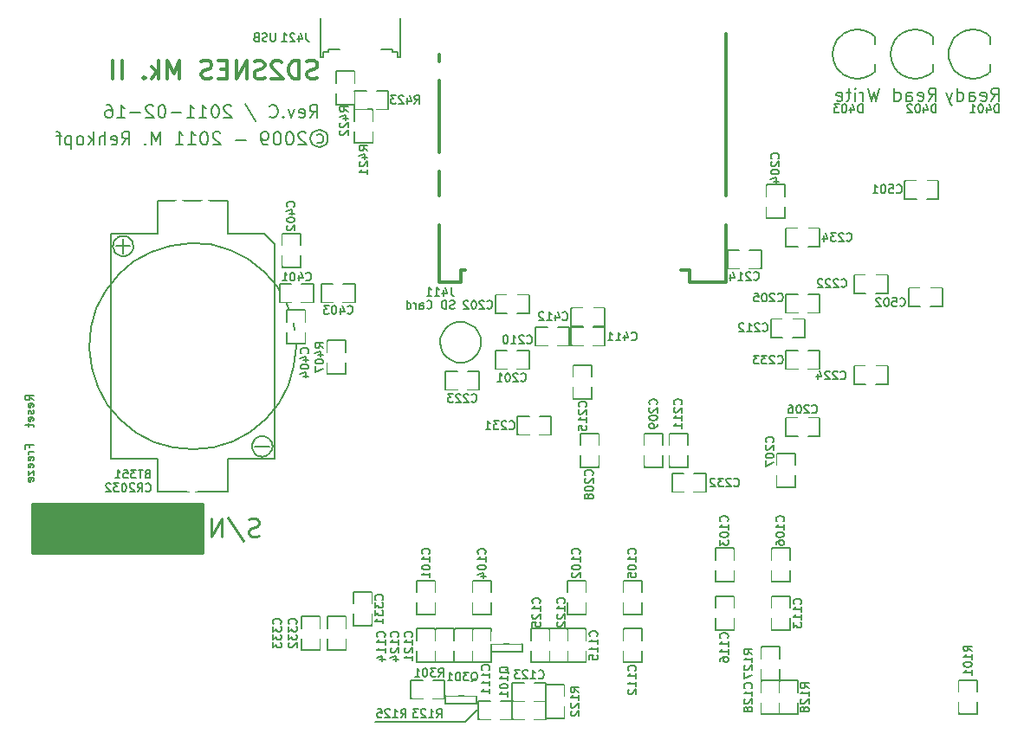
<source format=gbo>
G04 This is an RS-274x file exported by *
G04 gerbv version 2.4.0 *
G04 More information is available about gerbv at *
G04 http://gerbv.gpleda.org/ *
G04 --End of header info--*
%MOIN*%
%FSLAX23Y23*%
%IPPOS*%
G04 --Define apertures--*
%ADD10C,0.0080*%
%ADD11C,0.0070*%
%ADD12C,0.0100*%
%ADD13C,0.0075*%
%ADD14C,0.0120*%
%ADD15R,0.0700X0.0700*%
%ADD16C,0.0700*%
%ADD17C,0.0494*%
%ADD18O,0.0494X0.0966*%
%ADD19R,0.0450X0.0650*%
%ADD20R,0.0650X0.0450*%
%ADD21C,0.0612*%
%ADD22R,0.0533X0.0887*%
%ADD23R,0.0887X0.0887*%
%ADD24R,0.0887X0.0494*%
%ADD25R,0.0460X0.0460*%
%ADD26R,0.0650X0.0650*%
%ADD27C,0.0650*%
%ADD28R,0.4929X0.3158*%
%ADD29R,2.3630X0.3158*%
%ADD30C,0.0760*%
G04 --Start main section--*
G54D11*
G01X05450Y-4995D02*
G01X05103Y-4995D01*
G01X05450Y-4995D02*
G01X05495Y-4950D01*
G54D12*
G01X04656Y-4280D02*
G01X04646Y-4283D01*
G01X04646Y-4283D02*
G01X04629Y-4283D01*
G01X04629Y-4283D02*
G01X04622Y-4280D01*
G01X04622Y-4280D02*
G01X04619Y-4277D01*
G01X04619Y-4277D02*
G01X04616Y-4270D01*
G01X04616Y-4270D02*
G01X04616Y-4263D01*
G01X04616Y-4263D02*
G01X04619Y-4257D01*
G01X04619Y-4257D02*
G01X04622Y-4253D01*
G01X04622Y-4253D02*
G01X04629Y-4250D01*
G01X04629Y-4250D02*
G01X04642Y-4247D01*
G01X04642Y-4247D02*
G01X04649Y-4243D01*
G01X04649Y-4243D02*
G01X04652Y-4240D01*
G01X04652Y-4240D02*
G01X04656Y-4233D01*
G01X04656Y-4233D02*
G01X04656Y-4227D01*
G01X04656Y-4227D02*
G01X04652Y-4220D01*
G01X04652Y-4220D02*
G01X04649Y-4217D01*
G01X04649Y-4217D02*
G01X04642Y-4213D01*
G01X04642Y-4213D02*
G01X04626Y-4213D01*
G01X04626Y-4213D02*
G01X04616Y-4217D01*
G01X04536Y-4210D02*
G01X04596Y-4300D01*
G01X04512Y-4283D02*
G01X04512Y-4213D01*
G01X04512Y-4213D02*
G01X04472Y-4283D01*
G01X04472Y-4283D02*
G01X04472Y-4213D01*
G54D13*
G01X04220Y-4107D02*
G01X04221Y-4109D01*
G01X04221Y-4109D02*
G01X04226Y-4110D01*
G01X04226Y-4110D02*
G01X04229Y-4110D01*
G01X04229Y-4110D02*
G01X04233Y-4109D01*
G01X04233Y-4109D02*
G01X04236Y-4106D01*
G01X04236Y-4106D02*
G01X04238Y-4103D01*
G01X04238Y-4103D02*
G01X04239Y-4097D01*
G01X04239Y-4097D02*
G01X04239Y-4092D01*
G01X04239Y-4092D02*
G01X04238Y-4086D01*
G01X04238Y-4086D02*
G01X04236Y-4083D01*
G01X04236Y-4083D02*
G01X04233Y-4080D01*
G01X04233Y-4080D02*
G01X04229Y-4078D01*
G01X04229Y-4078D02*
G01X04226Y-4078D01*
G01X04226Y-4078D02*
G01X04221Y-4080D01*
G01X04221Y-4080D02*
G01X04220Y-4081D01*
G01X04188Y-4110D02*
G01X04198Y-4095D01*
G01X04206Y-4110D02*
G01X04206Y-4078D01*
G01X04206Y-4078D02*
G01X04194Y-4078D01*
G01X04194Y-4078D02*
G01X04191Y-4080D01*
G01X04191Y-4080D02*
G01X04189Y-4081D01*
G01X04189Y-4081D02*
G01X04188Y-4085D01*
G01X04188Y-4085D02*
G01X04188Y-4089D01*
G01X04188Y-4089D02*
G01X04189Y-4092D01*
G01X04189Y-4092D02*
G01X04191Y-4094D01*
G01X04191Y-4094D02*
G01X04194Y-4095D01*
G01X04194Y-4095D02*
G01X04206Y-4095D01*
G01X04175Y-4081D02*
G01X04174Y-4080D01*
G01X04174Y-4080D02*
G01X04171Y-4078D01*
G01X04171Y-4078D02*
G01X04163Y-4078D01*
G01X04163Y-4078D02*
G01X04160Y-4080D01*
G01X04160Y-4080D02*
G01X04159Y-4081D01*
G01X04159Y-4081D02*
G01X04157Y-4085D01*
G01X04157Y-4085D02*
G01X04157Y-4088D01*
G01X04157Y-4088D02*
G01X04159Y-4092D01*
G01X04159Y-4092D02*
G01X04177Y-4110D01*
G01X04177Y-4110D02*
G01X04157Y-4110D01*
G01X04137Y-4078D02*
G01X04134Y-4078D01*
G01X04134Y-4078D02*
G01X04131Y-4080D01*
G01X04131Y-4080D02*
G01X04130Y-4081D01*
G01X04130Y-4081D02*
G01X04128Y-4085D01*
G01X04128Y-4085D02*
G01X04127Y-4091D01*
G01X04127Y-4091D02*
G01X04127Y-4098D01*
G01X04127Y-4098D02*
G01X04128Y-4104D01*
G01X04128Y-4104D02*
G01X04130Y-4107D01*
G01X04130Y-4107D02*
G01X04131Y-4109D01*
G01X04131Y-4109D02*
G01X04134Y-4110D01*
G01X04134Y-4110D02*
G01X04137Y-4110D01*
G01X04137Y-4110D02*
G01X04140Y-4109D01*
G01X04140Y-4109D02*
G01X04142Y-4107D01*
G01X04142Y-4107D02*
G01X04143Y-4104D01*
G01X04143Y-4104D02*
G01X04145Y-4098D01*
G01X04145Y-4098D02*
G01X04145Y-4091D01*
G01X04145Y-4091D02*
G01X04143Y-4085D01*
G01X04143Y-4085D02*
G01X04142Y-4081D01*
G01X04142Y-4081D02*
G01X04140Y-4080D01*
G01X04140Y-4080D02*
G01X04137Y-4078D01*
G01X04116Y-4078D02*
G01X04096Y-4078D01*
G01X04096Y-4078D02*
G01X04107Y-4091D01*
G01X04107Y-4091D02*
G01X04102Y-4091D01*
G01X04102Y-4091D02*
G01X04099Y-4092D01*
G01X04099Y-4092D02*
G01X04098Y-4094D01*
G01X04098Y-4094D02*
G01X04096Y-4097D01*
G01X04096Y-4097D02*
G01X04096Y-4104D01*
G01X04096Y-4104D02*
G01X04098Y-4107D01*
G01X04098Y-4107D02*
G01X04099Y-4109D01*
G01X04099Y-4109D02*
G01X04102Y-4110D01*
G01X04102Y-4110D02*
G01X04111Y-4110D01*
G01X04111Y-4110D02*
G01X04114Y-4109D01*
G01X04114Y-4109D02*
G01X04116Y-4107D01*
G01X04084Y-4081D02*
G01X04082Y-4080D01*
G01X04082Y-4080D02*
G01X04079Y-4078D01*
G01X04079Y-4078D02*
G01X04072Y-4078D01*
G01X04072Y-4078D02*
G01X04069Y-4080D01*
G01X04069Y-4080D02*
G01X04067Y-4081D01*
G01X04067Y-4081D02*
G01X04066Y-4085D01*
G01X04066Y-4085D02*
G01X04066Y-4088D01*
G01X04066Y-4088D02*
G01X04067Y-4092D01*
G01X04067Y-4092D02*
G01X04085Y-4110D01*
G01X04085Y-4110D02*
G01X04066Y-4110D01*
G01X05407Y-3404D02*
G01X05403Y-3405D01*
G01X05403Y-3405D02*
G01X05395Y-3405D01*
G01X05395Y-3405D02*
G01X05392Y-3404D01*
G01X05392Y-3404D02*
G01X05390Y-3402D01*
G01X05390Y-3402D02*
G01X05389Y-3399D01*
G01X05389Y-3399D02*
G01X05389Y-3396D01*
G01X05389Y-3396D02*
G01X05390Y-3393D01*
G01X05390Y-3393D02*
G01X05392Y-3392D01*
G01X05392Y-3392D02*
G01X05395Y-3390D01*
G01X05395Y-3390D02*
G01X05401Y-3389D01*
G01X05401Y-3389D02*
G01X05404Y-3387D01*
G01X05404Y-3387D02*
G01X05406Y-3386D01*
G01X05406Y-3386D02*
G01X05407Y-3383D01*
G01X05407Y-3383D02*
G01X05407Y-3379D01*
G01X05407Y-3379D02*
G01X05406Y-3376D01*
G01X05406Y-3376D02*
G01X05404Y-3375D01*
G01X05404Y-3375D02*
G01X05401Y-3373D01*
G01X05401Y-3373D02*
G01X05394Y-3373D01*
G01X05394Y-3373D02*
G01X05389Y-3375D01*
G01X05375Y-3405D02*
G01X05375Y-3373D01*
G01X05375Y-3373D02*
G01X05368Y-3373D01*
G01X05368Y-3373D02*
G01X05363Y-3375D01*
G01X05363Y-3375D02*
G01X05360Y-3378D01*
G01X05360Y-3378D02*
G01X05358Y-3381D01*
G01X05358Y-3381D02*
G01X05357Y-3387D01*
G01X05357Y-3387D02*
G01X05357Y-3392D01*
G01X05357Y-3392D02*
G01X05358Y-3398D01*
G01X05358Y-3398D02*
G01X05360Y-3401D01*
G01X05360Y-3401D02*
G01X05363Y-3404D01*
G01X05363Y-3404D02*
G01X05368Y-3405D01*
G01X05368Y-3405D02*
G01X05375Y-3405D01*
G01X05301Y-3402D02*
G01X05302Y-3404D01*
G01X05302Y-3404D02*
G01X05307Y-3405D01*
G01X05307Y-3405D02*
G01X05310Y-3405D01*
G01X05310Y-3405D02*
G01X05314Y-3404D01*
G01X05314Y-3404D02*
G01X05317Y-3401D01*
G01X05317Y-3401D02*
G01X05319Y-3398D01*
G01X05319Y-3398D02*
G01X05320Y-3392D01*
G01X05320Y-3392D02*
G01X05320Y-3387D01*
G01X05320Y-3387D02*
G01X05319Y-3381D01*
G01X05319Y-3381D02*
G01X05317Y-3378D01*
G01X05317Y-3378D02*
G01X05314Y-3375D01*
G01X05314Y-3375D02*
G01X05310Y-3373D01*
G01X05310Y-3373D02*
G01X05307Y-3373D01*
G01X05307Y-3373D02*
G01X05302Y-3375D01*
G01X05302Y-3375D02*
G01X05301Y-3376D01*
G01X05273Y-3405D02*
G01X05273Y-3389D01*
G01X05273Y-3389D02*
G01X05275Y-3386D01*
G01X05275Y-3386D02*
G01X05278Y-3384D01*
G01X05278Y-3384D02*
G01X05284Y-3384D01*
G01X05284Y-3384D02*
G01X05287Y-3386D01*
G01X05273Y-3404D02*
G01X05276Y-3405D01*
G01X05276Y-3405D02*
G01X05284Y-3405D01*
G01X05284Y-3405D02*
G01X05287Y-3404D01*
G01X05287Y-3404D02*
G01X05288Y-3401D01*
G01X05288Y-3401D02*
G01X05288Y-3398D01*
G01X05288Y-3398D02*
G01X05287Y-3395D01*
G01X05287Y-3395D02*
G01X05284Y-3393D01*
G01X05284Y-3393D02*
G01X05276Y-3393D01*
G01X05276Y-3393D02*
G01X05273Y-3392D01*
G01X05258Y-3405D02*
G01X05258Y-3384D01*
G01X05258Y-3390D02*
G01X05256Y-3387D01*
G01X05256Y-3387D02*
G01X05255Y-3386D01*
G01X05255Y-3386D02*
G01X05252Y-3384D01*
G01X05252Y-3384D02*
G01X05249Y-3384D01*
G01X05224Y-3405D02*
G01X05224Y-3373D01*
G01X05224Y-3404D02*
G01X05227Y-3405D01*
G01X05227Y-3405D02*
G01X05233Y-3405D01*
G01X05233Y-3405D02*
G01X05237Y-3404D01*
G01X05237Y-3404D02*
G01X05238Y-3402D01*
G01X05238Y-3402D02*
G01X05240Y-3399D01*
G01X05240Y-3399D02*
G01X05240Y-3390D01*
G01X05240Y-3390D02*
G01X05238Y-3387D01*
G01X05238Y-3387D02*
G01X05237Y-3386D01*
G01X05237Y-3386D02*
G01X05233Y-3384D01*
G01X05233Y-3384D02*
G01X05227Y-3384D01*
G01X05227Y-3384D02*
G01X05224Y-3386D01*
G01X04718Y-2343D02*
G01X04718Y-2369D01*
G01X04718Y-2369D02*
G01X04716Y-2372D01*
G01X04716Y-2372D02*
G01X04715Y-2374D01*
G01X04715Y-2374D02*
G01X04712Y-2375D01*
G01X04712Y-2375D02*
G01X04706Y-2375D01*
G01X04706Y-2375D02*
G01X04703Y-2374D01*
G01X04703Y-2374D02*
G01X04701Y-2372D01*
G01X04701Y-2372D02*
G01X04700Y-2369D01*
G01X04700Y-2369D02*
G01X04700Y-2343D01*
G01X04686Y-2374D02*
G01X04681Y-2375D01*
G01X04681Y-2375D02*
G01X04674Y-2375D01*
G01X04674Y-2375D02*
G01X04671Y-2374D01*
G01X04671Y-2374D02*
G01X04669Y-2372D01*
G01X04669Y-2372D02*
G01X04668Y-2369D01*
G01X04668Y-2369D02*
G01X04668Y-2366D01*
G01X04668Y-2366D02*
G01X04669Y-2363D01*
G01X04669Y-2363D02*
G01X04671Y-2362D01*
G01X04671Y-2362D02*
G01X04674Y-2360D01*
G01X04674Y-2360D02*
G01X04680Y-2359D01*
G01X04680Y-2359D02*
G01X04683Y-2357D01*
G01X04683Y-2357D02*
G01X04684Y-2356D01*
G01X04684Y-2356D02*
G01X04686Y-2353D01*
G01X04686Y-2353D02*
G01X04686Y-2349D01*
G01X04686Y-2349D02*
G01X04684Y-2346D01*
G01X04684Y-2346D02*
G01X04683Y-2345D01*
G01X04683Y-2345D02*
G01X04680Y-2343D01*
G01X04680Y-2343D02*
G01X04672Y-2343D01*
G01X04672Y-2343D02*
G01X04668Y-2345D01*
G01X04643Y-2359D02*
G01X04639Y-2360D01*
G01X04639Y-2360D02*
G01X04637Y-2362D01*
G01X04637Y-2362D02*
G01X04636Y-2365D01*
G01X04636Y-2365D02*
G01X04636Y-2369D01*
G01X04636Y-2369D02*
G01X04637Y-2372D01*
G01X04637Y-2372D02*
G01X04639Y-2374D01*
G01X04639Y-2374D02*
G01X04642Y-2375D01*
G01X04642Y-2375D02*
G01X04654Y-2375D01*
G01X04654Y-2375D02*
G01X04654Y-2343D01*
G01X04654Y-2343D02*
G01X04643Y-2343D01*
G01X04643Y-2343D02*
G01X04640Y-2345D01*
G01X04640Y-2345D02*
G01X04639Y-2346D01*
G01X04639Y-2346D02*
G01X04637Y-2349D01*
G01X04637Y-2349D02*
G01X04637Y-2353D01*
G01X04637Y-2353D02*
G01X04639Y-2356D01*
G01X04639Y-2356D02*
G01X04640Y-2357D01*
G01X04640Y-2357D02*
G01X04643Y-2359D01*
G01X04643Y-2359D02*
G01X04654Y-2359D01*
G01X07042Y-2555D02*
G01X07030Y-2605D01*
G01X07030Y-2605D02*
G01X07021Y-2569D01*
G01X07021Y-2569D02*
G01X07011Y-2605D01*
G01X07011Y-2605D02*
G01X06999Y-2555D01*
G01X06980Y-2605D02*
G01X06980Y-2572D01*
G01X06980Y-2581D02*
G01X06978Y-2577D01*
G01X06978Y-2577D02*
G01X06975Y-2574D01*
G01X06975Y-2574D02*
G01X06971Y-2572D01*
G01X06971Y-2572D02*
G01X06966Y-2572D01*
G01X06949Y-2605D02*
G01X06949Y-2572D01*
G01X06949Y-2555D02*
G01X06952Y-2558D01*
G01X06952Y-2558D02*
G01X06949Y-2560D01*
G01X06949Y-2560D02*
G01X06947Y-2558D01*
G01X06947Y-2558D02*
G01X06949Y-2555D01*
G01X06949Y-2555D02*
G01X06949Y-2560D01*
G01X06933Y-2572D02*
G01X06914Y-2572D01*
G01X06925Y-2555D02*
G01X06925Y-2598D01*
G01X06925Y-2598D02*
G01X06923Y-2603D01*
G01X06923Y-2603D02*
G01X06918Y-2605D01*
G01X06918Y-2605D02*
G01X06914Y-2605D01*
G01X06878Y-2603D02*
G01X06883Y-2605D01*
G01X06883Y-2605D02*
G01X06892Y-2605D01*
G01X06892Y-2605D02*
G01X06897Y-2603D01*
G01X06897Y-2603D02*
G01X06899Y-2598D01*
G01X06899Y-2598D02*
G01X06899Y-2579D01*
G01X06899Y-2579D02*
G01X06897Y-2574D01*
G01X06897Y-2574D02*
G01X06892Y-2572D01*
G01X06892Y-2572D02*
G01X06883Y-2572D01*
G01X06883Y-2572D02*
G01X06878Y-2574D01*
G01X06878Y-2574D02*
G01X06875Y-2579D01*
G01X06875Y-2579D02*
G01X06875Y-2584D01*
G01X06875Y-2584D02*
G01X06899Y-2589D01*
G01X03788Y-3758D02*
G01X03773Y-3747D01*
G01X03788Y-3740D02*
G01X03756Y-3740D01*
G01X03756Y-3740D02*
G01X03756Y-3752D01*
G01X03756Y-3752D02*
G01X03758Y-3755D01*
G01X03758Y-3755D02*
G01X03759Y-3756D01*
G01X03759Y-3756D02*
G01X03762Y-3758D01*
G01X03762Y-3758D02*
G01X03767Y-3758D01*
G01X03767Y-3758D02*
G01X03770Y-3756D01*
G01X03770Y-3756D02*
G01X03771Y-3755D01*
G01X03771Y-3755D02*
G01X03773Y-3752D01*
G01X03773Y-3752D02*
G01X03773Y-3740D01*
G01X03786Y-3784D02*
G01X03788Y-3781D01*
G01X03788Y-3781D02*
G01X03788Y-3775D01*
G01X03788Y-3775D02*
G01X03786Y-3772D01*
G01X03786Y-3772D02*
G01X03783Y-3770D01*
G01X03783Y-3770D02*
G01X03771Y-3770D01*
G01X03771Y-3770D02*
G01X03768Y-3772D01*
G01X03768Y-3772D02*
G01X03767Y-3775D01*
G01X03767Y-3775D02*
G01X03767Y-3781D01*
G01X03767Y-3781D02*
G01X03768Y-3784D01*
G01X03768Y-3784D02*
G01X03771Y-3785D01*
G01X03771Y-3785D02*
G01X03774Y-3785D01*
G01X03774Y-3785D02*
G01X03777Y-3770D01*
G01X03786Y-3797D02*
G01X03788Y-3800D01*
G01X03788Y-3800D02*
G01X03788Y-3807D01*
G01X03788Y-3807D02*
G01X03786Y-3810D01*
G01X03786Y-3810D02*
G01X03783Y-3811D01*
G01X03783Y-3811D02*
G01X03782Y-3811D01*
G01X03782Y-3811D02*
G01X03779Y-3810D01*
G01X03779Y-3810D02*
G01X03777Y-3807D01*
G01X03777Y-3807D02*
G01X03777Y-3802D01*
G01X03777Y-3802D02*
G01X03776Y-3799D01*
G01X03776Y-3799D02*
G01X03773Y-3797D01*
G01X03773Y-3797D02*
G01X03771Y-3797D01*
G01X03771Y-3797D02*
G01X03768Y-3799D01*
G01X03768Y-3799D02*
G01X03767Y-3802D01*
G01X03767Y-3802D02*
G01X03767Y-3807D01*
G01X03767Y-3807D02*
G01X03768Y-3810D01*
G01X03786Y-3837D02*
G01X03788Y-3834D01*
G01X03788Y-3834D02*
G01X03788Y-3828D01*
G01X03788Y-3828D02*
G01X03786Y-3825D01*
G01X03786Y-3825D02*
G01X03783Y-3823D01*
G01X03783Y-3823D02*
G01X03771Y-3823D01*
G01X03771Y-3823D02*
G01X03768Y-3825D01*
G01X03768Y-3825D02*
G01X03767Y-3828D01*
G01X03767Y-3828D02*
G01X03767Y-3834D01*
G01X03767Y-3834D02*
G01X03768Y-3837D01*
G01X03768Y-3837D02*
G01X03771Y-3839D01*
G01X03771Y-3839D02*
G01X03774Y-3839D01*
G01X03774Y-3839D02*
G01X03777Y-3823D01*
G01X03767Y-3848D02*
G01X03767Y-3860D01*
G01X03756Y-3852D02*
G01X03783Y-3852D01*
G01X03783Y-3852D02*
G01X03786Y-3854D01*
G01X03786Y-3854D02*
G01X03788Y-3857D01*
G01X03788Y-3857D02*
G01X03788Y-3860D01*
G01X03771Y-3941D02*
G01X03771Y-3930D01*
G01X03788Y-3930D02*
G01X03756Y-3930D01*
G01X03756Y-3930D02*
G01X03756Y-3945D01*
G01X03788Y-3957D02*
G01X03767Y-3957D01*
G01X03773Y-3957D02*
G01X03770Y-3959D01*
G01X03770Y-3959D02*
G01X03768Y-3960D01*
G01X03768Y-3960D02*
G01X03767Y-3963D01*
G01X03767Y-3963D02*
G01X03767Y-3967D01*
G01X03786Y-3989D02*
G01X03788Y-3986D01*
G01X03788Y-3986D02*
G01X03788Y-3980D01*
G01X03788Y-3980D02*
G01X03786Y-3977D01*
G01X03786Y-3977D02*
G01X03783Y-3976D01*
G01X03783Y-3976D02*
G01X03771Y-3976D01*
G01X03771Y-3976D02*
G01X03768Y-3977D01*
G01X03768Y-3977D02*
G01X03767Y-3980D01*
G01X03767Y-3980D02*
G01X03767Y-3986D01*
G01X03767Y-3986D02*
G01X03768Y-3989D01*
G01X03768Y-3989D02*
G01X03771Y-3991D01*
G01X03771Y-3991D02*
G01X03774Y-3991D01*
G01X03774Y-3991D02*
G01X03777Y-3976D01*
G01X03786Y-4017D02*
G01X03788Y-4014D01*
G01X03788Y-4014D02*
G01X03788Y-4008D01*
G01X03788Y-4008D02*
G01X03786Y-4005D01*
G01X03786Y-4005D02*
G01X03783Y-4003D01*
G01X03783Y-4003D02*
G01X03771Y-4003D01*
G01X03771Y-4003D02*
G01X03768Y-4005D01*
G01X03768Y-4005D02*
G01X03767Y-4008D01*
G01X03767Y-4008D02*
G01X03767Y-4014D01*
G01X03767Y-4014D02*
G01X03768Y-4017D01*
G01X03768Y-4017D02*
G01X03771Y-4018D01*
G01X03771Y-4018D02*
G01X03774Y-4018D01*
G01X03774Y-4018D02*
G01X03777Y-4003D01*
G01X03767Y-4029D02*
G01X03767Y-4046D01*
G01X03767Y-4046D02*
G01X03788Y-4029D01*
G01X03788Y-4029D02*
G01X03788Y-4046D01*
G01X03786Y-4070D02*
G01X03788Y-4067D01*
G01X03788Y-4067D02*
G01X03788Y-4061D01*
G01X03788Y-4061D02*
G01X03786Y-4058D01*
G01X03786Y-4058D02*
G01X03783Y-4056D01*
G01X03783Y-4056D02*
G01X03771Y-4056D01*
G01X03771Y-4056D02*
G01X03768Y-4058D01*
G01X03768Y-4058D02*
G01X03767Y-4061D01*
G01X03767Y-4061D02*
G01X03767Y-4067D01*
G01X03767Y-4067D02*
G01X03768Y-4070D01*
G01X03768Y-4070D02*
G01X03771Y-4072D01*
G01X03771Y-4072D02*
G01X03774Y-4072D01*
G01X03774Y-4072D02*
G01X03777Y-4056D01*
G54D14*
G01X04880Y-2517D02*
G01X04870Y-2521D01*
G01X04870Y-2521D02*
G01X04853Y-2521D01*
G01X04853Y-2521D02*
G01X04847Y-2517D01*
G01X04847Y-2517D02*
G01X04843Y-2514D01*
G01X04843Y-2514D02*
G01X04840Y-2507D01*
G01X04840Y-2507D02*
G01X04840Y-2501D01*
G01X04840Y-2501D02*
G01X04843Y-2494D01*
G01X04843Y-2494D02*
G01X04847Y-2491D01*
G01X04847Y-2491D02*
G01X04853Y-2487D01*
G01X04853Y-2487D02*
G01X04867Y-2484D01*
G01X04867Y-2484D02*
G01X04873Y-2481D01*
G01X04873Y-2481D02*
G01X04877Y-2477D01*
G01X04877Y-2477D02*
G01X04880Y-2471D01*
G01X04880Y-2471D02*
G01X04880Y-2464D01*
G01X04880Y-2464D02*
G01X04877Y-2457D01*
G01X04877Y-2457D02*
G01X04873Y-2454D01*
G01X04873Y-2454D02*
G01X04867Y-2451D01*
G01X04867Y-2451D02*
G01X04850Y-2451D01*
G01X04850Y-2451D02*
G01X04840Y-2454D01*
G01X04810Y-2521D02*
G01X04810Y-2451D01*
G01X04810Y-2451D02*
G01X04793Y-2451D01*
G01X04793Y-2451D02*
G01X04783Y-2454D01*
G01X04783Y-2454D02*
G01X04777Y-2461D01*
G01X04777Y-2461D02*
G01X04773Y-2467D01*
G01X04773Y-2467D02*
G01X04770Y-2481D01*
G01X04770Y-2481D02*
G01X04770Y-2491D01*
G01X04770Y-2491D02*
G01X04773Y-2504D01*
G01X04773Y-2504D02*
G01X04777Y-2511D01*
G01X04777Y-2511D02*
G01X04783Y-2517D01*
G01X04783Y-2517D02*
G01X04793Y-2521D01*
G01X04793Y-2521D02*
G01X04810Y-2521D01*
G01X04743Y-2457D02*
G01X04740Y-2454D01*
G01X04740Y-2454D02*
G01X04733Y-2451D01*
G01X04733Y-2451D02*
G01X04717Y-2451D01*
G01X04717Y-2451D02*
G01X04710Y-2454D01*
G01X04710Y-2454D02*
G01X04707Y-2457D01*
G01X04707Y-2457D02*
G01X04703Y-2464D01*
G01X04703Y-2464D02*
G01X04703Y-2471D01*
G01X04703Y-2471D02*
G01X04707Y-2481D01*
G01X04707Y-2481D02*
G01X04747Y-2521D01*
G01X04747Y-2521D02*
G01X04703Y-2521D01*
G01X04677Y-2517D02*
G01X04667Y-2521D01*
G01X04667Y-2521D02*
G01X04650Y-2521D01*
G01X04650Y-2521D02*
G01X04643Y-2517D01*
G01X04643Y-2517D02*
G01X04640Y-2514D01*
G01X04640Y-2514D02*
G01X04637Y-2507D01*
G01X04637Y-2507D02*
G01X04637Y-2501D01*
G01X04637Y-2501D02*
G01X04640Y-2494D01*
G01X04640Y-2494D02*
G01X04643Y-2491D01*
G01X04643Y-2491D02*
G01X04650Y-2487D01*
G01X04650Y-2487D02*
G01X04663Y-2484D01*
G01X04663Y-2484D02*
G01X04670Y-2481D01*
G01X04670Y-2481D02*
G01X04673Y-2477D01*
G01X04673Y-2477D02*
G01X04677Y-2471D01*
G01X04677Y-2471D02*
G01X04677Y-2464D01*
G01X04677Y-2464D02*
G01X04673Y-2457D01*
G01X04673Y-2457D02*
G01X04670Y-2454D01*
G01X04670Y-2454D02*
G01X04663Y-2451D01*
G01X04663Y-2451D02*
G01X04647Y-2451D01*
G01X04647Y-2451D02*
G01X04637Y-2454D01*
G01X04607Y-2521D02*
G01X04607Y-2451D01*
G01X04607Y-2451D02*
G01X04567Y-2521D01*
G01X04567Y-2521D02*
G01X04567Y-2451D01*
G01X04533Y-2484D02*
G01X04510Y-2484D01*
G01X04500Y-2521D02*
G01X04533Y-2521D01*
G01X04533Y-2521D02*
G01X04533Y-2451D01*
G01X04533Y-2451D02*
G01X04500Y-2451D01*
G01X04473Y-2517D02*
G01X04463Y-2521D01*
G01X04463Y-2521D02*
G01X04447Y-2521D01*
G01X04447Y-2521D02*
G01X04440Y-2517D01*
G01X04440Y-2517D02*
G01X04437Y-2514D01*
G01X04437Y-2514D02*
G01X04433Y-2507D01*
G01X04433Y-2507D02*
G01X04433Y-2501D01*
G01X04433Y-2501D02*
G01X04437Y-2494D01*
G01X04437Y-2494D02*
G01X04440Y-2491D01*
G01X04440Y-2491D02*
G01X04447Y-2487D01*
G01X04447Y-2487D02*
G01X04460Y-2484D01*
G01X04460Y-2484D02*
G01X04467Y-2481D01*
G01X04467Y-2481D02*
G01X04470Y-2477D01*
G01X04470Y-2477D02*
G01X04473Y-2471D01*
G01X04473Y-2471D02*
G01X04473Y-2464D01*
G01X04473Y-2464D02*
G01X04470Y-2457D01*
G01X04470Y-2457D02*
G01X04467Y-2454D01*
G01X04467Y-2454D02*
G01X04460Y-2451D01*
G01X04460Y-2451D02*
G01X04443Y-2451D01*
G01X04443Y-2451D02*
G01X04433Y-2454D01*
G01X04350Y-2521D02*
G01X04350Y-2451D01*
G01X04350Y-2451D02*
G01X04327Y-2501D01*
G01X04327Y-2501D02*
G01X04303Y-2451D01*
G01X04303Y-2451D02*
G01X04303Y-2521D01*
G01X04270Y-2521D02*
G01X04270Y-2451D01*
G01X04263Y-2494D02*
G01X04243Y-2521D01*
G01X04243Y-2474D02*
G01X04270Y-2501D01*
G01X04213Y-2514D02*
G01X04210Y-2517D01*
G01X04210Y-2517D02*
G01X04213Y-2521D01*
G01X04213Y-2521D02*
G01X04217Y-2517D01*
G01X04217Y-2517D02*
G01X04213Y-2514D01*
G01X04213Y-2514D02*
G01X04213Y-2521D01*
G01X04127Y-2521D02*
G01X04127Y-2451D01*
G01X04093Y-2521D02*
G01X04093Y-2451D01*
G54D13*
G01X04877Y-2736D02*
G01X04882Y-2734D01*
G01X04882Y-2734D02*
G01X04892Y-2734D01*
G01X04892Y-2734D02*
G01X04896Y-2736D01*
G01X04896Y-2736D02*
G01X04901Y-2741D01*
G01X04901Y-2741D02*
G01X04903Y-2746D01*
G01X04903Y-2746D02*
G01X04903Y-2755D01*
G01X04903Y-2755D02*
G01X04901Y-2760D01*
G01X04901Y-2760D02*
G01X04896Y-2765D01*
G01X04896Y-2765D02*
G01X04892Y-2767D01*
G01X04892Y-2767D02*
G01X04882Y-2767D01*
G01X04882Y-2767D02*
G01X04877Y-2765D01*
G01X04887Y-2717D02*
G01X04899Y-2719D01*
G01X04899Y-2719D02*
G01X04911Y-2727D01*
G01X04911Y-2727D02*
G01X04918Y-2738D01*
G01X04918Y-2738D02*
G01X04920Y-2750D01*
G01X04920Y-2750D02*
G01X04918Y-2762D01*
G01X04918Y-2762D02*
G01X04911Y-2774D01*
G01X04911Y-2774D02*
G01X04899Y-2781D01*
G01X04899Y-2781D02*
G01X04887Y-2784D01*
G01X04887Y-2784D02*
G01X04875Y-2781D01*
G01X04875Y-2781D02*
G01X04863Y-2774D01*
G01X04863Y-2774D02*
G01X04856Y-2762D01*
G01X04856Y-2762D02*
G01X04853Y-2750D01*
G01X04853Y-2750D02*
G01X04856Y-2738D01*
G01X04856Y-2738D02*
G01X04863Y-2727D01*
G01X04863Y-2727D02*
G01X04875Y-2719D01*
G01X04875Y-2719D02*
G01X04887Y-2717D01*
G01X04834Y-2729D02*
G01X04832Y-2727D01*
G01X04832Y-2727D02*
G01X04827Y-2724D01*
G01X04827Y-2724D02*
G01X04815Y-2724D01*
G01X04815Y-2724D02*
G01X04811Y-2727D01*
G01X04811Y-2727D02*
G01X04808Y-2729D01*
G01X04808Y-2729D02*
G01X04806Y-2734D01*
G01X04806Y-2734D02*
G01X04806Y-2738D01*
G01X04806Y-2738D02*
G01X04808Y-2746D01*
G01X04808Y-2746D02*
G01X04837Y-2774D01*
G01X04837Y-2774D02*
G01X04806Y-2774D01*
G01X04775Y-2724D02*
G01X04770Y-2724D01*
G01X04770Y-2724D02*
G01X04765Y-2727D01*
G01X04765Y-2727D02*
G01X04763Y-2729D01*
G01X04763Y-2729D02*
G01X04761Y-2734D01*
G01X04761Y-2734D02*
G01X04758Y-2743D01*
G01X04758Y-2743D02*
G01X04758Y-2755D01*
G01X04758Y-2755D02*
G01X04761Y-2765D01*
G01X04761Y-2765D02*
G01X04763Y-2769D01*
G01X04763Y-2769D02*
G01X04765Y-2772D01*
G01X04765Y-2772D02*
G01X04770Y-2774D01*
G01X04770Y-2774D02*
G01X04775Y-2774D01*
G01X04775Y-2774D02*
G01X04780Y-2772D01*
G01X04780Y-2772D02*
G01X04782Y-2769D01*
G01X04782Y-2769D02*
G01X04784Y-2765D01*
G01X04784Y-2765D02*
G01X04787Y-2755D01*
G01X04787Y-2755D02*
G01X04787Y-2743D01*
G01X04787Y-2743D02*
G01X04784Y-2734D01*
G01X04784Y-2734D02*
G01X04782Y-2729D01*
G01X04782Y-2729D02*
G01X04780Y-2727D01*
G01X04780Y-2727D02*
G01X04775Y-2724D01*
G01X04727Y-2724D02*
G01X04723Y-2724D01*
G01X04723Y-2724D02*
G01X04718Y-2727D01*
G01X04718Y-2727D02*
G01X04715Y-2729D01*
G01X04715Y-2729D02*
G01X04713Y-2734D01*
G01X04713Y-2734D02*
G01X04711Y-2743D01*
G01X04711Y-2743D02*
G01X04711Y-2755D01*
G01X04711Y-2755D02*
G01X04713Y-2765D01*
G01X04713Y-2765D02*
G01X04715Y-2769D01*
G01X04715Y-2769D02*
G01X04718Y-2772D01*
G01X04718Y-2772D02*
G01X04723Y-2774D01*
G01X04723Y-2774D02*
G01X04727Y-2774D01*
G01X04727Y-2774D02*
G01X04732Y-2772D01*
G01X04732Y-2772D02*
G01X04734Y-2769D01*
G01X04734Y-2769D02*
G01X04737Y-2765D01*
G01X04737Y-2765D02*
G01X04739Y-2755D01*
G01X04739Y-2755D02*
G01X04739Y-2743D01*
G01X04739Y-2743D02*
G01X04737Y-2734D01*
G01X04737Y-2734D02*
G01X04734Y-2729D01*
G01X04734Y-2729D02*
G01X04732Y-2727D01*
G01X04732Y-2727D02*
G01X04727Y-2724D01*
G01X04687Y-2774D02*
G01X04677Y-2774D01*
G01X04677Y-2774D02*
G01X04673Y-2772D01*
G01X04673Y-2772D02*
G01X04670Y-2769D01*
G01X04670Y-2769D02*
G01X04665Y-2762D01*
G01X04665Y-2762D02*
G01X04663Y-2753D01*
G01X04663Y-2753D02*
G01X04663Y-2734D01*
G01X04663Y-2734D02*
G01X04665Y-2729D01*
G01X04665Y-2729D02*
G01X04668Y-2727D01*
G01X04668Y-2727D02*
G01X04673Y-2724D01*
G01X04673Y-2724D02*
G01X04682Y-2724D01*
G01X04682Y-2724D02*
G01X04687Y-2727D01*
G01X04687Y-2727D02*
G01X04689Y-2729D01*
G01X04689Y-2729D02*
G01X04692Y-2734D01*
G01X04692Y-2734D02*
G01X04692Y-2746D01*
G01X04692Y-2746D02*
G01X04689Y-2750D01*
G01X04689Y-2750D02*
G01X04687Y-2753D01*
G01X04687Y-2753D02*
G01X04682Y-2755D01*
G01X04682Y-2755D02*
G01X04673Y-2755D01*
G01X04673Y-2755D02*
G01X04668Y-2753D01*
G01X04668Y-2753D02*
G01X04665Y-2750D01*
G01X04665Y-2750D02*
G01X04663Y-2746D01*
G01X04604Y-2755D02*
G01X04565Y-2755D01*
G01X04506Y-2729D02*
G01X04504Y-2727D01*
G01X04504Y-2727D02*
G01X04499Y-2724D01*
G01X04499Y-2724D02*
G01X04487Y-2724D01*
G01X04487Y-2724D02*
G01X04482Y-2727D01*
G01X04482Y-2727D02*
G01X04480Y-2729D01*
G01X04480Y-2729D02*
G01X04477Y-2734D01*
G01X04477Y-2734D02*
G01X04477Y-2738D01*
G01X04477Y-2738D02*
G01X04480Y-2746D01*
G01X04480Y-2746D02*
G01X04508Y-2774D01*
G01X04508Y-2774D02*
G01X04477Y-2774D01*
G01X04446Y-2724D02*
G01X04442Y-2724D01*
G01X04442Y-2724D02*
G01X04437Y-2727D01*
G01X04437Y-2727D02*
G01X04435Y-2729D01*
G01X04435Y-2729D02*
G01X04432Y-2734D01*
G01X04432Y-2734D02*
G01X04430Y-2743D01*
G01X04430Y-2743D02*
G01X04430Y-2755D01*
G01X04430Y-2755D02*
G01X04432Y-2765D01*
G01X04432Y-2765D02*
G01X04435Y-2769D01*
G01X04435Y-2769D02*
G01X04437Y-2772D01*
G01X04437Y-2772D02*
G01X04442Y-2774D01*
G01X04442Y-2774D02*
G01X04446Y-2774D01*
G01X04446Y-2774D02*
G01X04451Y-2772D01*
G01X04451Y-2772D02*
G01X04454Y-2769D01*
G01X04454Y-2769D02*
G01X04456Y-2765D01*
G01X04456Y-2765D02*
G01X04458Y-2755D01*
G01X04458Y-2755D02*
G01X04458Y-2743D01*
G01X04458Y-2743D02*
G01X04456Y-2734D01*
G01X04456Y-2734D02*
G01X04454Y-2729D01*
G01X04454Y-2729D02*
G01X04451Y-2727D01*
G01X04451Y-2727D02*
G01X04446Y-2724D01*
G01X04382Y-2774D02*
G01X04411Y-2774D01*
G01X04396Y-2774D02*
G01X04396Y-2724D01*
G01X04396Y-2724D02*
G01X04401Y-2731D01*
G01X04401Y-2731D02*
G01X04406Y-2736D01*
G01X04406Y-2736D02*
G01X04411Y-2738D01*
G01X04335Y-2774D02*
G01X04363Y-2774D01*
G01X04349Y-2774D02*
G01X04349Y-2724D01*
G01X04349Y-2724D02*
G01X04354Y-2731D01*
G01X04354Y-2731D02*
G01X04358Y-2736D01*
G01X04358Y-2736D02*
G01X04363Y-2738D01*
G01X04275Y-2774D02*
G01X04275Y-2724D01*
G01X04275Y-2724D02*
G01X04258Y-2760D01*
G01X04258Y-2760D02*
G01X04242Y-2724D01*
G01X04242Y-2724D02*
G01X04242Y-2774D01*
G01X04218Y-2769D02*
G01X04216Y-2772D01*
G01X04216Y-2772D02*
G01X04218Y-2774D01*
G01X04218Y-2774D02*
G01X04220Y-2772D01*
G01X04220Y-2772D02*
G01X04218Y-2769D01*
G01X04218Y-2769D02*
G01X04218Y-2774D01*
G01X04127Y-2774D02*
G01X04144Y-2750D01*
G01X04156Y-2774D02*
G01X04156Y-2724D01*
G01X04156Y-2724D02*
G01X04137Y-2724D01*
G01X04137Y-2724D02*
G01X04132Y-2727D01*
G01X04132Y-2727D02*
G01X04130Y-2729D01*
G01X04130Y-2729D02*
G01X04127Y-2734D01*
G01X04127Y-2734D02*
G01X04127Y-2741D01*
G01X04127Y-2741D02*
G01X04130Y-2746D01*
G01X04130Y-2746D02*
G01X04132Y-2748D01*
G01X04132Y-2748D02*
G01X04137Y-2750D01*
G01X04137Y-2750D02*
G01X04156Y-2750D01*
G01X04087Y-2772D02*
G01X04092Y-2774D01*
G01X04092Y-2774D02*
G01X04101Y-2774D01*
G01X04101Y-2774D02*
G01X04106Y-2772D01*
G01X04106Y-2772D02*
G01X04108Y-2767D01*
G01X04108Y-2767D02*
G01X04108Y-2748D01*
G01X04108Y-2748D02*
G01X04106Y-2743D01*
G01X04106Y-2743D02*
G01X04101Y-2741D01*
G01X04101Y-2741D02*
G01X04092Y-2741D01*
G01X04092Y-2741D02*
G01X04087Y-2743D01*
G01X04087Y-2743D02*
G01X04085Y-2748D01*
G01X04085Y-2748D02*
G01X04085Y-2753D01*
G01X04085Y-2753D02*
G01X04108Y-2758D01*
G01X04063Y-2774D02*
G01X04063Y-2724D01*
G01X04042Y-2774D02*
G01X04042Y-2748D01*
G01X04042Y-2748D02*
G01X04044Y-2743D01*
G01X04044Y-2743D02*
G01X04049Y-2741D01*
G01X04049Y-2741D02*
G01X04056Y-2741D01*
G01X04056Y-2741D02*
G01X04061Y-2743D01*
G01X04061Y-2743D02*
G01X04063Y-2746D01*
G01X04018Y-2774D02*
G01X04018Y-2724D01*
G01X04013Y-2755D02*
G01X03999Y-2774D01*
G01X03999Y-2741D02*
G01X04018Y-2760D01*
G01X03970Y-2774D02*
G01X03975Y-2772D01*
G01X03975Y-2772D02*
G01X03977Y-2769D01*
G01X03977Y-2769D02*
G01X03980Y-2765D01*
G01X03980Y-2765D02*
G01X03980Y-2750D01*
G01X03980Y-2750D02*
G01X03977Y-2746D01*
G01X03977Y-2746D02*
G01X03975Y-2743D01*
G01X03975Y-2743D02*
G01X03970Y-2741D01*
G01X03970Y-2741D02*
G01X03963Y-2741D01*
G01X03963Y-2741D02*
G01X03958Y-2743D01*
G01X03958Y-2743D02*
G01X03956Y-2746D01*
G01X03956Y-2746D02*
G01X03954Y-2750D01*
G01X03954Y-2750D02*
G01X03954Y-2765D01*
G01X03954Y-2765D02*
G01X03956Y-2769D01*
G01X03956Y-2769D02*
G01X03958Y-2772D01*
G01X03958Y-2772D02*
G01X03963Y-2774D01*
G01X03963Y-2774D02*
G01X03970Y-2774D01*
G01X03932Y-2741D02*
G01X03932Y-2791D01*
G01X03932Y-2743D02*
G01X03927Y-2741D01*
G01X03927Y-2741D02*
G01X03918Y-2741D01*
G01X03918Y-2741D02*
G01X03913Y-2743D01*
G01X03913Y-2743D02*
G01X03911Y-2746D01*
G01X03911Y-2746D02*
G01X03908Y-2750D01*
G01X03908Y-2750D02*
G01X03908Y-2765D01*
G01X03908Y-2765D02*
G01X03911Y-2769D01*
G01X03911Y-2769D02*
G01X03913Y-2772D01*
G01X03913Y-2772D02*
G01X03918Y-2774D01*
G01X03918Y-2774D02*
G01X03927Y-2774D01*
G01X03927Y-2774D02*
G01X03932Y-2772D01*
G01X03894Y-2741D02*
G01X03875Y-2741D01*
G01X03887Y-2774D02*
G01X03887Y-2731D01*
G01X03887Y-2731D02*
G01X03885Y-2727D01*
G01X03885Y-2727D02*
G01X03880Y-2724D01*
G01X03880Y-2724D02*
G01X03875Y-2724D01*
G01X04851Y-2670D02*
G01X04867Y-2646D01*
G01X04879Y-2670D02*
G01X04879Y-2620D01*
G01X04879Y-2620D02*
G01X04860Y-2620D01*
G01X04860Y-2620D02*
G01X04855Y-2623D01*
G01X04855Y-2623D02*
G01X04853Y-2625D01*
G01X04853Y-2625D02*
G01X04851Y-2630D01*
G01X04851Y-2630D02*
G01X04851Y-2637D01*
G01X04851Y-2637D02*
G01X04853Y-2642D01*
G01X04853Y-2642D02*
G01X04855Y-2644D01*
G01X04855Y-2644D02*
G01X04860Y-2646D01*
G01X04860Y-2646D02*
G01X04879Y-2646D01*
G01X04810Y-2668D02*
G01X04815Y-2670D01*
G01X04815Y-2670D02*
G01X04824Y-2670D01*
G01X04824Y-2670D02*
G01X04829Y-2668D01*
G01X04829Y-2668D02*
G01X04832Y-2663D01*
G01X04832Y-2663D02*
G01X04832Y-2644D01*
G01X04832Y-2644D02*
G01X04829Y-2639D01*
G01X04829Y-2639D02*
G01X04824Y-2637D01*
G01X04824Y-2637D02*
G01X04815Y-2637D01*
G01X04815Y-2637D02*
G01X04810Y-2639D01*
G01X04810Y-2639D02*
G01X04808Y-2644D01*
G01X04808Y-2644D02*
G01X04808Y-2649D01*
G01X04808Y-2649D02*
G01X04832Y-2654D01*
G01X04791Y-2637D02*
G01X04779Y-2670D01*
G01X04779Y-2670D02*
G01X04767Y-2637D01*
G01X04748Y-2665D02*
G01X04746Y-2668D01*
G01X04746Y-2668D02*
G01X04748Y-2670D01*
G01X04748Y-2670D02*
G01X04751Y-2668D01*
G01X04751Y-2668D02*
G01X04748Y-2665D01*
G01X04748Y-2665D02*
G01X04748Y-2670D01*
G01X04696Y-2665D02*
G01X04698Y-2668D01*
G01X04698Y-2668D02*
G01X04705Y-2670D01*
G01X04705Y-2670D02*
G01X04710Y-2670D01*
G01X04710Y-2670D02*
G01X04717Y-2668D01*
G01X04717Y-2668D02*
G01X04722Y-2663D01*
G01X04722Y-2663D02*
G01X04724Y-2658D01*
G01X04724Y-2658D02*
G01X04727Y-2649D01*
G01X04727Y-2649D02*
G01X04727Y-2642D01*
G01X04727Y-2642D02*
G01X04724Y-2632D01*
G01X04724Y-2632D02*
G01X04722Y-2627D01*
G01X04722Y-2627D02*
G01X04717Y-2623D01*
G01X04717Y-2623D02*
G01X04710Y-2620D01*
G01X04710Y-2620D02*
G01X04705Y-2620D01*
G01X04705Y-2620D02*
G01X04698Y-2623D01*
G01X04698Y-2623D02*
G01X04696Y-2625D01*
G01X04601Y-2618D02*
G01X04643Y-2682D01*
G01X04548Y-2625D02*
G01X04546Y-2623D01*
G01X04546Y-2623D02*
G01X04541Y-2620D01*
G01X04541Y-2620D02*
G01X04529Y-2620D01*
G01X04529Y-2620D02*
G01X04524Y-2623D01*
G01X04524Y-2623D02*
G01X04522Y-2625D01*
G01X04522Y-2625D02*
G01X04520Y-2630D01*
G01X04520Y-2630D02*
G01X04520Y-2634D01*
G01X04520Y-2634D02*
G01X04522Y-2642D01*
G01X04522Y-2642D02*
G01X04551Y-2670D01*
G01X04551Y-2670D02*
G01X04520Y-2670D01*
G01X04489Y-2620D02*
G01X04484Y-2620D01*
G01X04484Y-2620D02*
G01X04479Y-2623D01*
G01X04479Y-2623D02*
G01X04477Y-2625D01*
G01X04477Y-2625D02*
G01X04474Y-2630D01*
G01X04474Y-2630D02*
G01X04472Y-2639D01*
G01X04472Y-2639D02*
G01X04472Y-2651D01*
G01X04472Y-2651D02*
G01X04474Y-2661D01*
G01X04474Y-2661D02*
G01X04477Y-2665D01*
G01X04477Y-2665D02*
G01X04479Y-2668D01*
G01X04479Y-2668D02*
G01X04484Y-2670D01*
G01X04484Y-2670D02*
G01X04489Y-2670D01*
G01X04489Y-2670D02*
G01X04493Y-2668D01*
G01X04493Y-2668D02*
G01X04496Y-2665D01*
G01X04496Y-2665D02*
G01X04498Y-2661D01*
G01X04498Y-2661D02*
G01X04501Y-2651D01*
G01X04501Y-2651D02*
G01X04501Y-2639D01*
G01X04501Y-2639D02*
G01X04498Y-2630D01*
G01X04498Y-2630D02*
G01X04496Y-2625D01*
G01X04496Y-2625D02*
G01X04493Y-2623D01*
G01X04493Y-2623D02*
G01X04489Y-2620D01*
G01X04424Y-2670D02*
G01X04453Y-2670D01*
G01X04439Y-2670D02*
G01X04439Y-2620D01*
G01X04439Y-2620D02*
G01X04443Y-2627D01*
G01X04443Y-2627D02*
G01X04448Y-2632D01*
G01X04448Y-2632D02*
G01X04453Y-2634D01*
G01X04377Y-2670D02*
G01X04405Y-2670D01*
G01X04391Y-2670D02*
G01X04391Y-2620D01*
G01X04391Y-2620D02*
G01X04396Y-2627D01*
G01X04396Y-2627D02*
G01X04401Y-2632D01*
G01X04401Y-2632D02*
G01X04405Y-2634D01*
G01X04355Y-2651D02*
G01X04317Y-2651D01*
G01X04284Y-2620D02*
G01X04279Y-2620D01*
G01X04279Y-2620D02*
G01X04274Y-2623D01*
G01X04274Y-2623D02*
G01X04272Y-2625D01*
G01X04272Y-2625D02*
G01X04270Y-2630D01*
G01X04270Y-2630D02*
G01X04267Y-2639D01*
G01X04267Y-2639D02*
G01X04267Y-2651D01*
G01X04267Y-2651D02*
G01X04270Y-2661D01*
G01X04270Y-2661D02*
G01X04272Y-2665D01*
G01X04272Y-2665D02*
G01X04274Y-2668D01*
G01X04274Y-2668D02*
G01X04279Y-2670D01*
G01X04279Y-2670D02*
G01X04284Y-2670D01*
G01X04284Y-2670D02*
G01X04289Y-2668D01*
G01X04289Y-2668D02*
G01X04291Y-2665D01*
G01X04291Y-2665D02*
G01X04293Y-2661D01*
G01X04293Y-2661D02*
G01X04296Y-2651D01*
G01X04296Y-2651D02*
G01X04296Y-2639D01*
G01X04296Y-2639D02*
G01X04293Y-2630D01*
G01X04293Y-2630D02*
G01X04291Y-2625D01*
G01X04291Y-2625D02*
G01X04289Y-2623D01*
G01X04289Y-2623D02*
G01X04284Y-2620D01*
G01X04248Y-2625D02*
G01X04246Y-2623D01*
G01X04246Y-2623D02*
G01X04241Y-2620D01*
G01X04241Y-2620D02*
G01X04229Y-2620D01*
G01X04229Y-2620D02*
G01X04224Y-2623D01*
G01X04224Y-2623D02*
G01X04222Y-2625D01*
G01X04222Y-2625D02*
G01X04220Y-2630D01*
G01X04220Y-2630D02*
G01X04220Y-2634D01*
G01X04220Y-2634D02*
G01X04222Y-2642D01*
G01X04222Y-2642D02*
G01X04251Y-2670D01*
G01X04251Y-2670D02*
G01X04220Y-2670D01*
G01X04198Y-2651D02*
G01X04160Y-2651D01*
G01X04110Y-2670D02*
G01X04139Y-2670D01*
G01X04124Y-2670D02*
G01X04124Y-2620D01*
G01X04124Y-2620D02*
G01X04129Y-2627D01*
G01X04129Y-2627D02*
G01X04134Y-2632D01*
G01X04134Y-2632D02*
G01X04139Y-2634D01*
G01X04067Y-2620D02*
G01X04077Y-2620D01*
G01X04077Y-2620D02*
G01X04082Y-2623D01*
G01X04082Y-2623D02*
G01X04084Y-2625D01*
G01X04084Y-2625D02*
G01X04089Y-2632D01*
G01X04089Y-2632D02*
G01X04091Y-2642D01*
G01X04091Y-2642D02*
G01X04091Y-2661D01*
G01X04091Y-2661D02*
G01X04089Y-2665D01*
G01X04089Y-2665D02*
G01X04086Y-2668D01*
G01X04086Y-2668D02*
G01X04082Y-2670D01*
G01X04082Y-2670D02*
G01X04072Y-2670D01*
G01X04072Y-2670D02*
G01X04067Y-2668D01*
G01X04067Y-2668D02*
G01X04065Y-2665D01*
G01X04065Y-2665D02*
G01X04063Y-2661D01*
G01X04063Y-2661D02*
G01X04063Y-2649D01*
G01X04063Y-2649D02*
G01X04065Y-2644D01*
G01X04065Y-2644D02*
G01X04067Y-2642D01*
G01X04067Y-2642D02*
G01X04072Y-2639D01*
G01X04072Y-2639D02*
G01X04082Y-2639D01*
G01X04082Y-2639D02*
G01X04086Y-2642D01*
G01X04086Y-2642D02*
G01X04089Y-2644D01*
G01X04089Y-2644D02*
G01X04091Y-2649D01*
G01X07231Y-2605D02*
G01X07248Y-2581D01*
G01X07260Y-2605D02*
G01X07260Y-2555D01*
G01X07260Y-2555D02*
G01X07241Y-2555D01*
G01X07241Y-2555D02*
G01X07236Y-2558D01*
G01X07236Y-2558D02*
G01X07234Y-2560D01*
G01X07234Y-2560D02*
G01X07231Y-2565D01*
G01X07231Y-2565D02*
G01X07231Y-2572D01*
G01X07231Y-2572D02*
G01X07234Y-2577D01*
G01X07234Y-2577D02*
G01X07236Y-2579D01*
G01X07236Y-2579D02*
G01X07241Y-2581D01*
G01X07241Y-2581D02*
G01X07260Y-2581D01*
G01X07191Y-2603D02*
G01X07195Y-2605D01*
G01X07195Y-2605D02*
G01X07205Y-2605D01*
G01X07205Y-2605D02*
G01X07210Y-2603D01*
G01X07210Y-2603D02*
G01X07212Y-2598D01*
G01X07212Y-2598D02*
G01X07212Y-2579D01*
G01X07212Y-2579D02*
G01X07210Y-2574D01*
G01X07210Y-2574D02*
G01X07205Y-2572D01*
G01X07205Y-2572D02*
G01X07195Y-2572D01*
G01X07195Y-2572D02*
G01X07191Y-2574D01*
G01X07191Y-2574D02*
G01X07188Y-2579D01*
G01X07188Y-2579D02*
G01X07188Y-2584D01*
G01X07188Y-2584D02*
G01X07212Y-2589D01*
G01X07145Y-2605D02*
G01X07145Y-2579D01*
G01X07145Y-2579D02*
G01X07148Y-2574D01*
G01X07148Y-2574D02*
G01X07153Y-2572D01*
G01X07153Y-2572D02*
G01X07162Y-2572D01*
G01X07162Y-2572D02*
G01X07167Y-2574D01*
G01X07145Y-2603D02*
G01X07150Y-2605D01*
G01X07150Y-2605D02*
G01X07162Y-2605D01*
G01X07162Y-2605D02*
G01X07167Y-2603D01*
G01X07167Y-2603D02*
G01X07169Y-2598D01*
G01X07169Y-2598D02*
G01X07169Y-2593D01*
G01X07169Y-2593D02*
G01X07167Y-2589D01*
G01X07167Y-2589D02*
G01X07162Y-2586D01*
G01X07162Y-2586D02*
G01X07150Y-2586D01*
G01X07150Y-2586D02*
G01X07145Y-2584D01*
G01X07100Y-2605D02*
G01X07100Y-2555D01*
G01X07100Y-2603D02*
G01X07105Y-2605D01*
G01X07105Y-2605D02*
G01X07115Y-2605D01*
G01X07115Y-2605D02*
G01X07119Y-2603D01*
G01X07119Y-2603D02*
G01X07122Y-2600D01*
G01X07122Y-2600D02*
G01X07124Y-2596D01*
G01X07124Y-2596D02*
G01X07124Y-2581D01*
G01X07124Y-2581D02*
G01X07122Y-2577D01*
G01X07122Y-2577D02*
G01X07119Y-2574D01*
G01X07119Y-2574D02*
G01X07115Y-2572D01*
G01X07115Y-2572D02*
G01X07105Y-2572D01*
G01X07105Y-2572D02*
G01X07100Y-2574D01*
G01X07473Y-2605D02*
G01X07489Y-2581D01*
G01X07501Y-2605D02*
G01X07501Y-2555D01*
G01X07501Y-2555D02*
G01X07482Y-2555D01*
G01X07482Y-2555D02*
G01X07478Y-2558D01*
G01X07478Y-2558D02*
G01X07475Y-2560D01*
G01X07475Y-2560D02*
G01X07473Y-2565D01*
G01X07473Y-2565D02*
G01X07473Y-2572D01*
G01X07473Y-2572D02*
G01X07475Y-2577D01*
G01X07475Y-2577D02*
G01X07478Y-2579D01*
G01X07478Y-2579D02*
G01X07482Y-2581D01*
G01X07482Y-2581D02*
G01X07501Y-2581D01*
G01X07432Y-2603D02*
G01X07437Y-2605D01*
G01X07437Y-2605D02*
G01X07447Y-2605D01*
G01X07447Y-2605D02*
G01X07451Y-2603D01*
G01X07451Y-2603D02*
G01X07454Y-2598D01*
G01X07454Y-2598D02*
G01X07454Y-2579D01*
G01X07454Y-2579D02*
G01X07451Y-2574D01*
G01X07451Y-2574D02*
G01X07447Y-2572D01*
G01X07447Y-2572D02*
G01X07437Y-2572D01*
G01X07437Y-2572D02*
G01X07432Y-2574D01*
G01X07432Y-2574D02*
G01X07430Y-2579D01*
G01X07430Y-2579D02*
G01X07430Y-2584D01*
G01X07430Y-2584D02*
G01X07454Y-2589D01*
G01X07387Y-2605D02*
G01X07387Y-2579D01*
G01X07387Y-2579D02*
G01X07389Y-2574D01*
G01X07389Y-2574D02*
G01X07394Y-2572D01*
G01X07394Y-2572D02*
G01X07404Y-2572D01*
G01X07404Y-2572D02*
G01X07408Y-2574D01*
G01X07387Y-2603D02*
G01X07392Y-2605D01*
G01X07392Y-2605D02*
G01X07404Y-2605D01*
G01X07404Y-2605D02*
G01X07408Y-2603D01*
G01X07408Y-2603D02*
G01X07411Y-2598D01*
G01X07411Y-2598D02*
G01X07411Y-2593D01*
G01X07411Y-2593D02*
G01X07408Y-2589D01*
G01X07408Y-2589D02*
G01X07404Y-2586D01*
G01X07404Y-2586D02*
G01X07392Y-2586D01*
G01X07392Y-2586D02*
G01X07387Y-2584D01*
G01X07342Y-2605D02*
G01X07342Y-2555D01*
G01X07342Y-2603D02*
G01X07347Y-2605D01*
G01X07347Y-2605D02*
G01X07356Y-2605D01*
G01X07356Y-2605D02*
G01X07361Y-2603D01*
G01X07361Y-2603D02*
G01X07363Y-2600D01*
G01X07363Y-2600D02*
G01X07366Y-2596D01*
G01X07366Y-2596D02*
G01X07366Y-2581D01*
G01X07366Y-2581D02*
G01X07363Y-2577D01*
G01X07363Y-2577D02*
G01X07361Y-2574D01*
G01X07361Y-2574D02*
G01X07356Y-2572D01*
G01X07356Y-2572D02*
G01X07347Y-2572D01*
G01X07347Y-2572D02*
G01X07342Y-2574D01*
G01X07323Y-2572D02*
G01X07311Y-2605D01*
G01X07299Y-2572D02*
G01X07311Y-2605D01*
G01X07311Y-2605D02*
G01X07316Y-2617D01*
G01X07316Y-2617D02*
G01X07318Y-2619D01*
G01X07318Y-2619D02*
G01X07323Y-2622D01*
G01X05167Y-2406D02*
G01X05126Y-2406D01*
G01X04923Y-2406D02*
G01X04964Y-2406D01*
G01X04892Y-2436D02*
G01X04892Y-2288D01*
G01X05199Y-2436D02*
G01X05199Y-2288D01*
G01X05187Y-2424D02*
G01X05187Y-2418D01*
G01X05187Y-2418D02*
G01X05167Y-2418D01*
G01X05167Y-2418D02*
G01X05167Y-2406D01*
G01X04923Y-2406D02*
G01X04923Y-2418D01*
G01X04923Y-2418D02*
G01X04905Y-2418D01*
G01X04905Y-2418D02*
G01X04903Y-2418D01*
G01X04903Y-2418D02*
G01X04903Y-2436D01*
G01X04903Y-2436D02*
G01X04892Y-2436D01*
G01X05199Y-2436D02*
G01X05187Y-2436D01*
G01X05187Y-2436D02*
G01X05187Y-2424D01*
G01X04132Y-3192D02*
G01X04132Y-3137D01*
G01X04160Y-3164D02*
G01X04105Y-3164D01*
G01X04695Y-3936D02*
G01X04640Y-3936D01*
G01X04171Y-3164D02*
G01X04171Y-3172D01*
G01X04171Y-3172D02*
G01X04168Y-3179D01*
G01X04168Y-3179D02*
G01X04165Y-3186D01*
G01X04165Y-3186D02*
G01X04160Y-3192D01*
G01X04160Y-3192D02*
G01X04154Y-3196D01*
G01X04154Y-3196D02*
G01X04147Y-3200D01*
G01X04147Y-3200D02*
G01X04140Y-3202D01*
G01X04140Y-3202D02*
G01X04133Y-3203D01*
G01X04133Y-3203D02*
G01X04125Y-3202D01*
G01X04125Y-3202D02*
G01X04118Y-3200D01*
G01X04118Y-3200D02*
G01X04111Y-3197D01*
G01X04111Y-3197D02*
G01X04105Y-3192D01*
G01X04105Y-3192D02*
G01X04100Y-3186D01*
G01X04100Y-3186D02*
G01X04097Y-3179D01*
G01X04097Y-3179D02*
G01X04094Y-3172D01*
G01X04094Y-3172D02*
G01X04093Y-3165D01*
G01X04093Y-3165D02*
G01X04094Y-3157D01*
G01X04094Y-3157D02*
G01X04096Y-3150D01*
G01X04096Y-3150D02*
G01X04100Y-3143D01*
G01X04100Y-3143D02*
G01X04104Y-3137D01*
G01X04104Y-3137D02*
G01X04110Y-3132D01*
G01X04110Y-3132D02*
G01X04117Y-3128D01*
G01X04117Y-3128D02*
G01X04124Y-3126D01*
G01X04124Y-3126D02*
G01X04132Y-3125D01*
G01X04132Y-3125D02*
G01X04139Y-3126D01*
G01X04139Y-3126D02*
G01X04146Y-3128D01*
G01X04146Y-3128D02*
G01X04153Y-3131D01*
G01X04153Y-3131D02*
G01X04159Y-3136D01*
G01X04159Y-3136D02*
G01X04164Y-3142D01*
G01X04164Y-3142D02*
G01X04168Y-3148D01*
G01X04168Y-3148D02*
G01X04170Y-3156D01*
G01X04170Y-3156D02*
G01X04171Y-3163D01*
G01X04171Y-3163D02*
G01X04171Y-3164D01*
G01X04707Y-3936D02*
G01X04706Y-3943D01*
G01X04706Y-3943D02*
G01X04704Y-3951D01*
G01X04704Y-3951D02*
G01X04700Y-3957D01*
G01X04700Y-3957D02*
G01X04696Y-3963D01*
G01X04696Y-3963D02*
G01X04690Y-3968D01*
G01X04690Y-3968D02*
G01X04683Y-3972D01*
G01X04683Y-3972D02*
G01X04676Y-3974D01*
G01X04676Y-3974D02*
G01X04668Y-3975D01*
G01X04668Y-3975D02*
G01X04660Y-3974D01*
G01X04660Y-3974D02*
G01X04653Y-3972D01*
G01X04653Y-3972D02*
G01X04646Y-3969D01*
G01X04646Y-3969D02*
G01X04640Y-3964D01*
G01X04640Y-3964D02*
G01X04635Y-3958D01*
G01X04635Y-3958D02*
G01X04632Y-3951D01*
G01X04632Y-3951D02*
G01X04629Y-3944D01*
G01X04629Y-3944D02*
G01X04629Y-3936D01*
G01X04629Y-3936D02*
G01X04629Y-3929D01*
G01X04629Y-3929D02*
G01X04631Y-3921D01*
G01X04631Y-3921D02*
G01X04635Y-3915D01*
G01X04635Y-3915D02*
G01X04640Y-3908D01*
G01X04640Y-3908D02*
G01X04645Y-3904D01*
G01X04645Y-3904D02*
G01X04652Y-3900D01*
G01X04652Y-3900D02*
G01X04659Y-3897D01*
G01X04659Y-3897D02*
G01X04667Y-3897D01*
G01X04667Y-3897D02*
G01X04675Y-3897D01*
G01X04675Y-3897D02*
G01X04682Y-3899D01*
G01X04682Y-3899D02*
G01X04689Y-3903D01*
G01X04689Y-3903D02*
G01X04695Y-3907D01*
G01X04695Y-3907D02*
G01X04700Y-3913D01*
G01X04700Y-3913D02*
G01X04704Y-3920D01*
G01X04704Y-3920D02*
G01X04706Y-3927D01*
G01X04706Y-3927D02*
G01X04707Y-3935D01*
G01X04707Y-3935D02*
G01X04707Y-3936D01*
G01X04798Y-3550D02*
G01X04790Y-3627D01*
G01X04790Y-3627D02*
G01X04768Y-3701D01*
G01X04768Y-3701D02*
G01X04731Y-3770D01*
G01X04731Y-3770D02*
G01X04682Y-3830D01*
G01X04682Y-3830D02*
G01X04622Y-3880D01*
G01X04622Y-3880D02*
G01X04554Y-3916D01*
G01X04554Y-3916D02*
G01X04480Y-3939D01*
G01X04480Y-3939D02*
G01X04403Y-3947D01*
G01X04403Y-3947D02*
G01X04326Y-3940D01*
G01X04326Y-3940D02*
G01X04251Y-3919D01*
G01X04251Y-3919D02*
G01X04182Y-3883D01*
G01X04182Y-3883D02*
G01X04122Y-3834D01*
G01X04122Y-3834D02*
G01X04072Y-3775D01*
G01X04072Y-3775D02*
G01X04035Y-3707D01*
G01X04035Y-3707D02*
G01X04011Y-3633D01*
G01X04011Y-3633D02*
G01X04003Y-3555D01*
G01X04003Y-3555D02*
G01X04009Y-3478D01*
G01X04009Y-3478D02*
G01X04030Y-3404D01*
G01X04030Y-3404D02*
G01X04066Y-3335D01*
G01X04066Y-3335D02*
G01X04114Y-3274D01*
G01X04114Y-3274D02*
G01X04173Y-3224D01*
G01X04173Y-3224D02*
G01X04241Y-3186D01*
G01X04241Y-3186D02*
G01X04315Y-3162D01*
G01X04315Y-3162D02*
G01X04392Y-3152D01*
G01X04392Y-3152D02*
G01X04469Y-3158D01*
G01X04469Y-3158D02*
G01X04544Y-3179D01*
G01X04544Y-3179D02*
G01X04613Y-3214D01*
G01X04613Y-3214D02*
G01X04674Y-3262D01*
G01X04674Y-3262D02*
G01X04725Y-3321D01*
G01X04725Y-3321D02*
G01X04763Y-3388D01*
G01X04763Y-3388D02*
G01X04788Y-3462D01*
G01X04788Y-3462D02*
G01X04797Y-3539D01*
G01X04797Y-3539D02*
G01X04798Y-3550D01*
G01X04266Y-4109D02*
G01X04266Y-3983D01*
G01X04266Y-3983D02*
G01X04085Y-3983D01*
G01X04085Y-3983D02*
G01X04085Y-3117D01*
G01X04085Y-3117D02*
G01X04266Y-3117D01*
G01X04266Y-3117D02*
G01X04266Y-2991D01*
G01X04266Y-2991D02*
G01X04534Y-2991D01*
G01X04534Y-2991D02*
G01X04534Y-3117D01*
G01X04534Y-3117D02*
G01X04676Y-3117D01*
G01X04676Y-3117D02*
G01X04715Y-3156D01*
G01X04715Y-3156D02*
G01X04715Y-3983D01*
G01X04715Y-3983D02*
G01X04534Y-3983D01*
G01X04534Y-3983D02*
G01X04534Y-4109D01*
G01X04534Y-4109D02*
G01X04266Y-4109D01*
G01X05941Y-3402D02*
G01X05986Y-3402D01*
G01X05856Y-3402D02*
G01X05901Y-3402D01*
G01X05986Y-3472D02*
G01X05941Y-3472D01*
G01X05856Y-3472D02*
G01X05901Y-3472D01*
G01X05986Y-3472D02*
G01X05986Y-3402D01*
G01X05856Y-3402D02*
G01X05856Y-3472D01*
G01X05108Y-2567D02*
G01X05153Y-2567D01*
G01X05023Y-2567D02*
G01X05068Y-2567D01*
G01X05153Y-2637D02*
G01X05108Y-2637D01*
G01X05023Y-2637D02*
G01X05068Y-2637D01*
G01X05153Y-2637D02*
G01X05153Y-2567D01*
G01X05023Y-2567D02*
G01X05023Y-2637D01*
G01X07200Y-3395D02*
G01X07155Y-3395D01*
G01X07285Y-3395D02*
G01X07240Y-3395D01*
G01X07155Y-3325D02*
G01X07200Y-3325D01*
G01X07285Y-3325D02*
G01X07240Y-3325D01*
G01X07155Y-3325D02*
G01X07155Y-3395D01*
G01X07285Y-3395D02*
G01X07285Y-3325D01*
G01X07225Y-2912D02*
G01X07270Y-2912D01*
G01X07140Y-2912D02*
G01X07185Y-2912D01*
G01X07270Y-2982D02*
G01X07225Y-2982D01*
G01X07140Y-2982D02*
G01X07185Y-2982D01*
G01X07270Y-2982D02*
G01X07270Y-2912D01*
G01X07140Y-2912D02*
G01X07140Y-2982D01*
G01X06413Y-4557D02*
G01X06413Y-4512D01*
G01X06413Y-4642D02*
G01X06413Y-4597D01*
G01X06483Y-4512D02*
G01X06483Y-4557D01*
G01X06483Y-4642D02*
G01X06483Y-4597D01*
G01X06483Y-4512D02*
G01X06413Y-4512D01*
G01X06413Y-4642D02*
G01X06483Y-4642D01*
G01X05843Y-4682D02*
G01X05843Y-4637D01*
G01X05843Y-4767D02*
G01X05843Y-4722D01*
G01X05913Y-4637D02*
G01X05913Y-4682D01*
G01X05913Y-4767D02*
G01X05913Y-4722D01*
G01X05913Y-4637D02*
G01X05843Y-4637D01*
G01X05843Y-4767D02*
G01X05913Y-4767D01*
G01X05263Y-4682D02*
G01X05263Y-4637D01*
G01X05263Y-4767D02*
G01X05263Y-4722D01*
G01X05333Y-4637D02*
G01X05333Y-4682D01*
G01X05333Y-4767D02*
G01X05333Y-4722D01*
G01X05333Y-4637D02*
G01X05263Y-4637D01*
G01X05263Y-4767D02*
G01X05333Y-4767D01*
G01X06483Y-4412D02*
G01X06483Y-4457D01*
G01X06483Y-4327D02*
G01X06483Y-4372D01*
G01X06413Y-4457D02*
G01X06413Y-4412D01*
G01X06413Y-4327D02*
G01X06413Y-4372D01*
G01X06413Y-4457D02*
G01X06483Y-4457D01*
G01X06483Y-4327D02*
G01X06413Y-4327D01*
G01X05913Y-4537D02*
G01X05913Y-4582D01*
G01X05913Y-4452D02*
G01X05913Y-4497D01*
G01X05843Y-4582D02*
G01X05843Y-4537D01*
G01X05843Y-4452D02*
G01X05843Y-4497D01*
G01X05843Y-4582D02*
G01X05913Y-4582D01*
G01X05913Y-4452D02*
G01X05843Y-4452D01*
G01X05333Y-4537D02*
G01X05333Y-4582D01*
G01X05333Y-4452D02*
G01X05333Y-4497D01*
G01X05263Y-4582D02*
G01X05263Y-4537D01*
G01X05263Y-4452D02*
G01X05263Y-4497D01*
G01X05263Y-4582D02*
G01X05333Y-4582D01*
G01X05333Y-4452D02*
G01X05263Y-4452D01*
G01X05090Y-4580D02*
G01X05090Y-4625D01*
G01X05090Y-4495D02*
G01X05090Y-4540D01*
G01X05020Y-4625D02*
G01X05020Y-4580D01*
G01X05020Y-4495D02*
G01X05020Y-4540D01*
G01X05020Y-4625D02*
G01X05090Y-4625D01*
G01X05090Y-4495D02*
G01X05020Y-4495D01*
G01X07030Y-3275D02*
G01X07075Y-3275D01*
G01X06945Y-3275D02*
G01X06990Y-3275D01*
G01X07075Y-3345D02*
G01X07030Y-3345D01*
G01X06945Y-3345D02*
G01X06990Y-3345D01*
G01X07075Y-3345D02*
G01X07075Y-3275D01*
G01X06945Y-3275D02*
G01X06945Y-3345D01*
G01X06670Y-3515D02*
G01X06625Y-3515D01*
G01X06755Y-3515D02*
G01X06710Y-3515D01*
G01X06625Y-3445D02*
G01X06670Y-3445D01*
G01X06755Y-3445D02*
G01X06710Y-3445D01*
G01X06625Y-3445D02*
G01X06625Y-3515D01*
G01X06755Y-3515D02*
G01X06755Y-3445D01*
G01X06235Y-3930D02*
G01X06235Y-3885D01*
G01X06235Y-4015D02*
G01X06235Y-3970D01*
G01X06305Y-3885D02*
G01X06305Y-3930D01*
G01X06305Y-4015D02*
G01X06305Y-3970D01*
G01X06305Y-3885D02*
G01X06235Y-3885D01*
G01X06235Y-4015D02*
G01X06305Y-4015D01*
G01X05804Y-3477D02*
G01X05849Y-3477D01*
G01X05719Y-3477D02*
G01X05764Y-3477D01*
G01X05849Y-3547D02*
G01X05804Y-3547D01*
G01X05719Y-3547D02*
G01X05764Y-3547D01*
G01X05849Y-3547D02*
G01X05849Y-3477D01*
G01X05719Y-3477D02*
G01X05719Y-3547D01*
G01X05893Y-3930D02*
G01X05893Y-3885D01*
G01X05893Y-4015D02*
G01X05893Y-3970D01*
G01X05963Y-3885D02*
G01X05963Y-3930D01*
G01X05963Y-4015D02*
G01X05963Y-3970D01*
G01X05963Y-3885D02*
G01X05893Y-3885D01*
G01X05893Y-4015D02*
G01X05963Y-4015D01*
G01X06718Y-4048D02*
G01X06718Y-4093D01*
G01X06718Y-3962D02*
G01X06718Y-4008D01*
G01X06648Y-4093D02*
G01X06648Y-4048D01*
G01X06648Y-3962D02*
G01X06648Y-4008D01*
G01X06648Y-4093D02*
G01X06718Y-4093D01*
G01X06718Y-3962D02*
G01X06648Y-3962D01*
G01X06728Y-3895D02*
G01X06683Y-3895D01*
G01X06813Y-3895D02*
G01X06768Y-3895D01*
G01X06683Y-3825D02*
G01X06728Y-3825D01*
G01X06813Y-3825D02*
G01X06768Y-3825D01*
G01X06683Y-3825D02*
G01X06683Y-3895D01*
G01X06813Y-3895D02*
G01X06813Y-3825D01*
G01X06728Y-3420D02*
G01X06683Y-3420D01*
G01X06813Y-3420D02*
G01X06768Y-3420D01*
G01X06683Y-3350D02*
G01X06728Y-3350D01*
G01X06813Y-3350D02*
G01X06768Y-3350D01*
G01X06683Y-3350D02*
G01X06683Y-3420D01*
G01X06813Y-3420D02*
G01X06813Y-3350D01*
G01X06678Y-3012D02*
G01X06678Y-3057D01*
G01X06678Y-2927D02*
G01X06678Y-2972D01*
G01X06608Y-3057D02*
G01X06608Y-3012D01*
G01X06608Y-2927D02*
G01X06608Y-2972D01*
G01X06608Y-3057D02*
G01X06678Y-3057D01*
G01X06678Y-2927D02*
G01X06608Y-2927D01*
G01X05610Y-3422D02*
G01X05565Y-3422D01*
G01X05695Y-3422D02*
G01X05650Y-3422D01*
G01X05565Y-3352D02*
G01X05610Y-3352D01*
G01X05695Y-3352D02*
G01X05650Y-3352D01*
G01X05565Y-3352D02*
G01X05565Y-3422D01*
G01X05695Y-3422D02*
G01X05695Y-3352D01*
G01X05610Y-3637D02*
G01X05565Y-3637D01*
G01X05695Y-3637D02*
G01X05650Y-3637D01*
G01X05565Y-3567D02*
G01X05610Y-3567D01*
G01X05695Y-3567D02*
G01X05650Y-3567D01*
G01X05565Y-3567D02*
G01X05565Y-3637D01*
G01X05695Y-3637D02*
G01X05695Y-3567D01*
G01X07418Y-4920D02*
G01X07418Y-4965D01*
G01X07418Y-4835D02*
G01X07418Y-4880D01*
G01X07348Y-4965D02*
G01X07348Y-4920D01*
G01X07348Y-4835D02*
G01X07348Y-4880D01*
G01X07348Y-4965D02*
G01X07418Y-4965D01*
G01X07418Y-4835D02*
G01X07348Y-4835D01*
G01X05418Y-3717D02*
G01X05373Y-3717D01*
G01X05503Y-3717D02*
G01X05458Y-3717D01*
G01X05373Y-3647D02*
G01X05418Y-3647D01*
G01X05503Y-3647D02*
G01X05458Y-3647D01*
G01X05373Y-3647D02*
G01X05373Y-3717D01*
G01X05503Y-3717D02*
G01X05503Y-3647D01*
G01X07030Y-3625D02*
G01X07075Y-3625D01*
G01X06945Y-3625D02*
G01X06990Y-3625D01*
G01X07075Y-3695D02*
G01X07030Y-3695D01*
G01X06945Y-3695D02*
G01X06990Y-3695D01*
G01X07075Y-3695D02*
G01X07075Y-3625D01*
G01X06945Y-3625D02*
G01X06945Y-3695D01*
G01X05941Y-3477D02*
G01X05986Y-3477D01*
G01X05856Y-3477D02*
G01X05901Y-3477D01*
G01X05986Y-3547D02*
G01X05941Y-3547D01*
G01X05856Y-3547D02*
G01X05901Y-3547D01*
G01X05986Y-3547D02*
G01X05986Y-3477D01*
G01X05856Y-3477D02*
G01X05856Y-3547D01*
G01X04820Y-3310D02*
G01X04865Y-3310D01*
G01X04735Y-3310D02*
G01X04780Y-3310D01*
G01X04865Y-3380D02*
G01X04820Y-3380D01*
G01X04735Y-3380D02*
G01X04780Y-3380D01*
G01X04865Y-3380D02*
G01X04865Y-3310D01*
G01X04735Y-3310D02*
G01X04735Y-3380D01*
G01X04815Y-3200D02*
G01X04815Y-3245D01*
G01X04815Y-3115D02*
G01X04815Y-3160D01*
G01X04745Y-3245D02*
G01X04745Y-3200D01*
G01X04745Y-3115D02*
G01X04745Y-3160D01*
G01X04745Y-3245D02*
G01X04815Y-3245D01*
G01X04815Y-3115D02*
G01X04745Y-3115D01*
G01X04940Y-3380D02*
G01X04895Y-3380D01*
G01X05025Y-3380D02*
G01X04980Y-3380D01*
G01X04895Y-3310D02*
G01X04940Y-3310D01*
G01X05025Y-3310D02*
G01X04980Y-3310D01*
G01X04895Y-3310D02*
G01X04895Y-3380D01*
G01X05025Y-3380D02*
G01X05025Y-3310D01*
G01X04763Y-3455D02*
G01X04763Y-3410D01*
G01X04763Y-3540D02*
G01X04763Y-3495D01*
G01X04833Y-3410D02*
G01X04833Y-3455D01*
G01X04833Y-3540D02*
G01X04833Y-3495D01*
G01X04833Y-3410D02*
G01X04763Y-3410D01*
G01X04763Y-3540D02*
G01X04833Y-3540D01*
G01X05548Y-4537D02*
G01X05548Y-4582D01*
G01X05548Y-4452D02*
G01X05548Y-4497D01*
G01X05478Y-4582D02*
G01X05478Y-4537D01*
G01X05478Y-4452D02*
G01X05478Y-4497D01*
G01X05478Y-4582D02*
G01X05548Y-4582D01*
G01X05548Y-4452D02*
G01X05478Y-4452D01*
G01X06128Y-4537D02*
G01X06128Y-4582D01*
G01X06128Y-4452D02*
G01X06128Y-4497D01*
G01X06058Y-4582D02*
G01X06058Y-4537D01*
G01X06058Y-4452D02*
G01X06058Y-4497D01*
G01X06058Y-4582D02*
G01X06128Y-4582D01*
G01X06128Y-4452D02*
G01X06058Y-4452D01*
G01X06698Y-4412D02*
G01X06698Y-4457D01*
G01X06698Y-4327D02*
G01X06698Y-4372D01*
G01X06628Y-4457D02*
G01X06628Y-4412D01*
G01X06628Y-4327D02*
G01X06628Y-4372D01*
G01X06628Y-4457D02*
G01X06698Y-4457D01*
G01X06698Y-4327D02*
G01X06628Y-4327D01*
G01X06628Y-4557D02*
G01X06628Y-4512D01*
G01X06628Y-4642D02*
G01X06628Y-4597D01*
G01X06698Y-4512D02*
G01X06698Y-4557D01*
G01X06698Y-4642D02*
G01X06698Y-4597D01*
G01X06698Y-4512D02*
G01X06628Y-4512D01*
G01X06628Y-4642D02*
G01X06698Y-4642D01*
G01X06058Y-4682D02*
G01X06058Y-4637D01*
G01X06058Y-4767D02*
G01X06058Y-4722D01*
G01X06128Y-4637D02*
G01X06128Y-4682D01*
G01X06128Y-4767D02*
G01X06128Y-4722D01*
G01X06128Y-4637D02*
G01X06058Y-4637D01*
G01X06058Y-4767D02*
G01X06128Y-4767D01*
G01X05478Y-4682D02*
G01X05478Y-4637D01*
G01X05478Y-4767D02*
G01X05478Y-4722D01*
G01X05548Y-4637D02*
G01X05548Y-4682D01*
G01X05548Y-4767D02*
G01X05548Y-4722D01*
G01X05548Y-4637D02*
G01X05478Y-4637D01*
G01X05478Y-4767D02*
G01X05548Y-4767D01*
G54D14*
G01X06313Y-3303D02*
G01X06451Y-3303D01*
G01X05349Y-3303D02*
G01X05432Y-3303D01*
G01X06451Y-2969D02*
G01X06451Y-2347D01*
G01X06451Y-3303D02*
G01X06451Y-3083D01*
G01X06313Y-3256D02*
G01X06278Y-3256D01*
G01X05431Y-3256D02*
G01X05447Y-3256D01*
G01X05349Y-2453D02*
G01X05349Y-2425D01*
G01X05349Y-2803D02*
G01X05349Y-2528D01*
G01X05349Y-2969D02*
G01X05349Y-2878D01*
G01X05349Y-3303D02*
G01X05349Y-3083D01*
G01X05431Y-3303D02*
G01X05431Y-3256D01*
G01X06313Y-3256D02*
G01X06313Y-3303D01*
G54D13*
G01X05093Y-2722D02*
G01X05093Y-2767D01*
G01X05093Y-2637D02*
G01X05093Y-2682D01*
G01X05023Y-2767D02*
G01X05023Y-2722D01*
G01X05023Y-2637D02*
G01X05023Y-2682D01*
G01X05023Y-2767D02*
G01X05093Y-2767D01*
G01X05093Y-2637D02*
G01X05023Y-2637D01*
G01X05023Y-2575D02*
G01X05023Y-2620D01*
G01X05023Y-2490D02*
G01X05023Y-2535D01*
G01X04953Y-2620D02*
G01X04953Y-2575D01*
G01X04953Y-2490D02*
G01X04953Y-2535D01*
G01X04953Y-2620D02*
G01X05023Y-2620D01*
G01X05023Y-2490D02*
G01X04953Y-2490D01*
G01X05668Y-4697D02*
G01X05548Y-4697D01*
G01X05548Y-4697D02*
G01X05548Y-4727D01*
G01X05548Y-4727D02*
G01X05668Y-4727D01*
G01X05668Y-4727D02*
G01X05668Y-4697D01*
G01X04918Y-3572D02*
G01X04918Y-3527D01*
G01X04918Y-3657D02*
G01X04918Y-3612D01*
G01X04988Y-3527D02*
G01X04988Y-3572D01*
G01X04988Y-3657D02*
G01X04988Y-3612D01*
G01X04988Y-3527D02*
G01X04918Y-3527D01*
G01X04918Y-3657D02*
G01X04988Y-3657D01*
G01X04820Y-4635D02*
G01X04820Y-4590D01*
G01X04820Y-4720D02*
G01X04820Y-4675D01*
G01X04890Y-4590D02*
G01X04890Y-4635D01*
G01X04890Y-4720D02*
G01X04890Y-4675D01*
G01X04890Y-4590D02*
G01X04820Y-4590D01*
G01X04820Y-4720D02*
G01X04890Y-4720D01*
G01X04920Y-4635D02*
G01X04920Y-4590D01*
G01X04920Y-4720D02*
G01X04920Y-4675D01*
G01X04990Y-4590D02*
G01X04990Y-4635D01*
G01X04990Y-4720D02*
G01X04990Y-4675D01*
G01X04990Y-4590D02*
G01X04920Y-4590D01*
G01X04920Y-4720D02*
G01X04990Y-4720D01*
G01X06728Y-4922D02*
G01X06728Y-4967D01*
G01X06728Y-4837D02*
G01X06728Y-4882D01*
G01X06658Y-4967D02*
G01X06658Y-4922D01*
G01X06658Y-4837D02*
G01X06658Y-4882D01*
G01X06658Y-4967D02*
G01X06728Y-4967D01*
G01X06728Y-4837D02*
G01X06658Y-4837D01*
G01X06588Y-4752D02*
G01X06588Y-4707D01*
G01X06588Y-4837D02*
G01X06588Y-4792D01*
G01X06658Y-4707D02*
G01X06658Y-4752D01*
G01X06658Y-4837D02*
G01X06658Y-4792D01*
G01X06658Y-4707D02*
G01X06588Y-4707D01*
G01X06588Y-4837D02*
G01X06658Y-4837D01*
G01X05545Y-4987D02*
G01X05500Y-4987D01*
G01X05630Y-4987D02*
G01X05585Y-4987D01*
G01X05500Y-4917D02*
G01X05545Y-4917D01*
G01X05630Y-4917D02*
G01X05585Y-4917D01*
G01X05500Y-4917D02*
G01X05500Y-4987D01*
G01X05630Y-4987D02*
G01X05630Y-4917D01*
G01X05715Y-4917D02*
G01X05760Y-4917D01*
G01X05630Y-4917D02*
G01X05675Y-4917D01*
G01X05760Y-4987D02*
G01X05715Y-4987D01*
G01X05630Y-4987D02*
G01X05675Y-4987D01*
G01X05760Y-4987D02*
G01X05760Y-4917D01*
G01X05630Y-4917D02*
G01X05630Y-4987D01*
G01X05830Y-4937D02*
G01X05830Y-4982D01*
G01X05830Y-4852D02*
G01X05830Y-4897D01*
G01X05760Y-4982D02*
G01X05760Y-4937D01*
G01X05760Y-4852D02*
G01X05760Y-4897D01*
G01X05760Y-4982D02*
G01X05830Y-4982D01*
G01X05830Y-4852D02*
G01X05760Y-4852D01*
G01X06588Y-4882D02*
G01X06588Y-4837D01*
G01X06588Y-4967D02*
G01X06588Y-4922D01*
G01X06658Y-4837D02*
G01X06658Y-4882D01*
G01X06658Y-4967D02*
G01X06658Y-4922D01*
G01X06658Y-4837D02*
G01X06588Y-4837D01*
G01X06588Y-4967D02*
G01X06658Y-4967D01*
G01X05703Y-4682D02*
G01X05703Y-4637D01*
G01X05703Y-4767D02*
G01X05703Y-4722D01*
G01X05773Y-4637D02*
G01X05773Y-4682D01*
G01X05773Y-4767D02*
G01X05773Y-4722D01*
G01X05773Y-4637D02*
G01X05703Y-4637D01*
G01X05703Y-4767D02*
G01X05773Y-4767D01*
G01X05335Y-4682D02*
G01X05335Y-4637D01*
G01X05335Y-4767D02*
G01X05335Y-4722D01*
G01X05405Y-4637D02*
G01X05405Y-4682D01*
G01X05405Y-4767D02*
G01X05405Y-4722D01*
G01X05405Y-4637D02*
G01X05335Y-4637D01*
G01X05335Y-4767D02*
G01X05405Y-4767D01*
G01X05715Y-4847D02*
G01X05760Y-4847D01*
G01X05630Y-4847D02*
G01X05675Y-4847D01*
G01X05760Y-4917D02*
G01X05715Y-4917D01*
G01X05630Y-4917D02*
G01X05675Y-4917D01*
G01X05760Y-4917D02*
G01X05760Y-4847D01*
G01X05630Y-4847D02*
G01X05630Y-4917D01*
G01X05773Y-4682D02*
G01X05773Y-4637D01*
G01X05773Y-4767D02*
G01X05773Y-4722D01*
G01X05843Y-4637D02*
G01X05843Y-4682D01*
G01X05843Y-4767D02*
G01X05843Y-4722D01*
G01X05843Y-4637D02*
G01X05773Y-4637D01*
G01X05773Y-4767D02*
G01X05843Y-4767D01*
G01X05408Y-4682D02*
G01X05408Y-4637D01*
G01X05408Y-4767D02*
G01X05408Y-4722D01*
G01X05478Y-4637D02*
G01X05478Y-4682D01*
G01X05478Y-4767D02*
G01X05478Y-4722D01*
G01X05478Y-4637D02*
G01X05408Y-4637D01*
G01X05408Y-4767D02*
G01X05478Y-4767D01*
G01X05509Y-3535D02*
G01X05508Y-3550D01*
G01X05508Y-3550D02*
G01X05503Y-3565D01*
G01X05503Y-3565D02*
G01X05496Y-3579D01*
G01X05496Y-3579D02*
G01X05486Y-3591D01*
G01X05486Y-3591D02*
G01X05475Y-3600D01*
G01X05475Y-3600D02*
G01X05461Y-3608D01*
G01X05461Y-3608D02*
G01X05446Y-3612D01*
G01X05446Y-3612D02*
G01X05431Y-3614D01*
G01X05431Y-3614D02*
G01X05416Y-3613D01*
G01X05416Y-3613D02*
G01X05401Y-3608D01*
G01X05401Y-3608D02*
G01X05388Y-3601D01*
G01X05388Y-3601D02*
G01X05376Y-3591D01*
G01X05376Y-3591D02*
G01X05366Y-3580D01*
G01X05366Y-3580D02*
G01X05358Y-3566D01*
G01X05358Y-3566D02*
G01X05354Y-3552D01*
G01X05354Y-3552D02*
G01X05352Y-3536D01*
G01X05352Y-3536D02*
G01X05353Y-3521D01*
G01X05353Y-3521D02*
G01X05357Y-3506D01*
G01X05357Y-3506D02*
G01X05364Y-3493D01*
G01X05364Y-3493D02*
G01X05374Y-3481D01*
G01X05374Y-3481D02*
G01X05386Y-3471D01*
G01X05386Y-3471D02*
G01X05399Y-3463D01*
G01X05399Y-3463D02*
G01X05414Y-3458D01*
G01X05414Y-3458D02*
G01X05429Y-3457D01*
G01X05429Y-3457D02*
G01X05444Y-3458D01*
G01X05444Y-3458D02*
G01X05459Y-3462D01*
G01X05459Y-3462D02*
G01X05473Y-3469D01*
G01X05473Y-3469D02*
G01X05485Y-3478D01*
G01X05485Y-3478D02*
G01X05495Y-3490D01*
G01X05495Y-3490D02*
G01X05502Y-3503D01*
G01X05502Y-3503D02*
G01X05507Y-3518D01*
G01X05507Y-3518D02*
G01X05509Y-3533D01*
G01X05509Y-3533D02*
G01X05509Y-3535D01*
G54D10*
G01X07247Y-2358D02*
G01X07247Y-2386D01*
G01X07247Y-2492D02*
G01X07247Y-2464D01*
G01X07247Y-2358D02*
G01X07241Y-2353D01*
G01X07241Y-2353D02*
G01X07234Y-2348D01*
G01X07234Y-2348D02*
G01X07227Y-2343D01*
G01X07227Y-2343D02*
G01X07220Y-2339D01*
G01X07220Y-2339D02*
G01X07212Y-2336D01*
G01X07212Y-2336D02*
G01X07204Y-2334D01*
G01X07204Y-2334D02*
G01X07196Y-2332D01*
G01X07196Y-2332D02*
G01X07188Y-2331D01*
G01X07188Y-2331D02*
G01X07180Y-2330D01*
G01X07180Y-2330D02*
G01X07172Y-2331D01*
G01X07172Y-2331D02*
G01X07164Y-2332D01*
G01X07164Y-2332D02*
G01X07156Y-2334D01*
G01X07156Y-2334D02*
G01X07148Y-2336D01*
G01X07148Y-2336D02*
G01X07140Y-2339D01*
G01X07140Y-2339D02*
G01X07133Y-2343D01*
G01X07133Y-2343D02*
G01X07126Y-2348D01*
G01X07126Y-2348D02*
G01X07119Y-2353D01*
G01X07119Y-2353D02*
G01X07113Y-2358D01*
G01X07113Y-2358D02*
G01X07108Y-2364D01*
G01X07108Y-2364D02*
G01X07103Y-2371D01*
G01X07103Y-2371D02*
G01X07098Y-2378D01*
G01X07098Y-2378D02*
G01X07094Y-2385D01*
G01X07094Y-2385D02*
G01X07091Y-2393D01*
G01X07091Y-2393D02*
G01X07089Y-2401D01*
G01X07089Y-2401D02*
G01X07087Y-2409D01*
G01X07087Y-2409D02*
G01X07086Y-2417D01*
G01X07086Y-2417D02*
G01X07085Y-2425D01*
G01X07085Y-2425D02*
G01X07086Y-2433D01*
G01X07086Y-2433D02*
G01X07087Y-2441D01*
G01X07087Y-2441D02*
G01X07089Y-2449D01*
G01X07089Y-2449D02*
G01X07091Y-2457D01*
G01X07091Y-2457D02*
G01X07094Y-2465D01*
G01X07094Y-2465D02*
G01X07098Y-2472D01*
G01X07098Y-2472D02*
G01X07103Y-2479D01*
G01X07103Y-2479D02*
G01X07108Y-2486D01*
G01X07108Y-2486D02*
G01X07113Y-2492D01*
G01X07113Y-2492D02*
G01X07119Y-2497D01*
G01X07119Y-2497D02*
G01X07126Y-2502D01*
G01X07126Y-2502D02*
G01X07133Y-2507D01*
G01X07133Y-2507D02*
G01X07140Y-2511D01*
G01X07140Y-2511D02*
G01X07148Y-2514D01*
G01X07148Y-2514D02*
G01X07156Y-2516D01*
G01X07156Y-2516D02*
G01X07164Y-2518D01*
G01X07164Y-2518D02*
G01X07172Y-2519D01*
G01X07172Y-2519D02*
G01X07180Y-2520D01*
G01X07180Y-2520D02*
G01X07188Y-2519D01*
G01X07188Y-2519D02*
G01X07196Y-2518D01*
G01X07196Y-2518D02*
G01X07204Y-2516D01*
G01X07204Y-2516D02*
G01X07212Y-2514D01*
G01X07212Y-2514D02*
G01X07220Y-2511D01*
G01X07220Y-2511D02*
G01X07227Y-2507D01*
G01X07227Y-2507D02*
G01X07234Y-2502D01*
G01X07234Y-2502D02*
G01X07241Y-2497D01*
G01X07241Y-2497D02*
G01X07247Y-2492D01*
G01X07469Y-2358D02*
G01X07469Y-2386D01*
G01X07469Y-2492D02*
G01X07469Y-2464D01*
G01X07469Y-2358D02*
G01X07463Y-2353D01*
G01X07463Y-2353D02*
G01X07457Y-2348D01*
G01X07457Y-2348D02*
G01X07450Y-2343D01*
G01X07450Y-2343D02*
G01X07442Y-2339D01*
G01X07442Y-2339D02*
G01X07435Y-2336D01*
G01X07435Y-2336D02*
G01X07427Y-2334D01*
G01X07427Y-2334D02*
G01X07419Y-2332D01*
G01X07419Y-2332D02*
G01X07411Y-2331D01*
G01X07411Y-2331D02*
G01X07403Y-2330D01*
G01X07403Y-2330D02*
G01X07394Y-2331D01*
G01X07394Y-2331D02*
G01X07386Y-2332D01*
G01X07386Y-2332D02*
G01X07378Y-2334D01*
G01X07378Y-2334D02*
G01X07370Y-2336D01*
G01X07370Y-2336D02*
G01X07363Y-2339D01*
G01X07363Y-2339D02*
G01X07355Y-2343D01*
G01X07355Y-2343D02*
G01X07348Y-2348D01*
G01X07348Y-2348D02*
G01X07342Y-2353D01*
G01X07342Y-2353D02*
G01X07336Y-2358D01*
G01X07336Y-2358D02*
G01X07330Y-2364D01*
G01X07330Y-2364D02*
G01X07325Y-2371D01*
G01X07325Y-2371D02*
G01X07321Y-2378D01*
G01X07321Y-2378D02*
G01X07317Y-2385D01*
G01X07317Y-2385D02*
G01X07314Y-2393D01*
G01X07314Y-2393D02*
G01X07311Y-2401D01*
G01X07311Y-2401D02*
G01X07309Y-2409D01*
G01X07309Y-2409D02*
G01X07308Y-2417D01*
G01X07308Y-2417D02*
G01X07308Y-2425D01*
G01X07308Y-2425D02*
G01X07308Y-2433D01*
G01X07308Y-2433D02*
G01X07309Y-2441D01*
G01X07309Y-2441D02*
G01X07311Y-2449D01*
G01X07311Y-2449D02*
G01X07314Y-2457D01*
G01X07314Y-2457D02*
G01X07317Y-2465D01*
G01X07317Y-2465D02*
G01X07321Y-2472D01*
G01X07321Y-2472D02*
G01X07325Y-2479D01*
G01X07325Y-2479D02*
G01X07330Y-2486D01*
G01X07330Y-2486D02*
G01X07336Y-2492D01*
G01X07336Y-2492D02*
G01X07342Y-2497D01*
G01X07342Y-2497D02*
G01X07348Y-2502D01*
G01X07348Y-2502D02*
G01X07355Y-2507D01*
G01X07355Y-2507D02*
G01X07363Y-2511D01*
G01X07363Y-2511D02*
G01X07370Y-2514D01*
G01X07370Y-2514D02*
G01X07378Y-2516D01*
G01X07378Y-2516D02*
G01X07386Y-2518D01*
G01X07386Y-2518D02*
G01X07394Y-2519D01*
G01X07394Y-2519D02*
G01X07403Y-2520D01*
G01X07403Y-2520D02*
G01X07411Y-2519D01*
G01X07411Y-2519D02*
G01X07419Y-2518D01*
G01X07419Y-2518D02*
G01X07427Y-2516D01*
G01X07427Y-2516D02*
G01X07435Y-2514D01*
G01X07435Y-2514D02*
G01X07442Y-2511D01*
G01X07442Y-2511D02*
G01X07450Y-2507D01*
G01X07450Y-2507D02*
G01X07457Y-2502D01*
G01X07457Y-2502D02*
G01X07463Y-2497D01*
G01X07463Y-2497D02*
G01X07469Y-2492D01*
G01X07024Y-2358D02*
G01X07024Y-2386D01*
G01X07024Y-2492D02*
G01X07024Y-2464D01*
G01X07024Y-2358D02*
G01X07018Y-2353D01*
G01X07018Y-2353D02*
G01X07012Y-2348D01*
G01X07012Y-2348D02*
G01X07005Y-2343D01*
G01X07005Y-2343D02*
G01X06997Y-2339D01*
G01X06997Y-2339D02*
G01X06990Y-2336D01*
G01X06990Y-2336D02*
G01X06982Y-2334D01*
G01X06982Y-2334D02*
G01X06974Y-2332D01*
G01X06974Y-2332D02*
G01X06966Y-2331D01*
G01X06966Y-2331D02*
G01X06958Y-2330D01*
G01X06958Y-2330D02*
G01X06949Y-2331D01*
G01X06949Y-2331D02*
G01X06941Y-2332D01*
G01X06941Y-2332D02*
G01X06933Y-2334D01*
G01X06933Y-2334D02*
G01X06925Y-2336D01*
G01X06925Y-2336D02*
G01X06918Y-2339D01*
G01X06918Y-2339D02*
G01X06910Y-2343D01*
G01X06910Y-2343D02*
G01X06903Y-2348D01*
G01X06903Y-2348D02*
G01X06897Y-2353D01*
G01X06897Y-2353D02*
G01X06891Y-2358D01*
G01X06891Y-2358D02*
G01X06885Y-2364D01*
G01X06885Y-2364D02*
G01X06880Y-2371D01*
G01X06880Y-2371D02*
G01X06876Y-2378D01*
G01X06876Y-2378D02*
G01X06872Y-2385D01*
G01X06872Y-2385D02*
G01X06869Y-2393D01*
G01X06869Y-2393D02*
G01X06866Y-2401D01*
G01X06866Y-2401D02*
G01X06864Y-2409D01*
G01X06864Y-2409D02*
G01X06863Y-2417D01*
G01X06863Y-2417D02*
G01X06863Y-2425D01*
G01X06863Y-2425D02*
G01X06863Y-2433D01*
G01X06863Y-2433D02*
G01X06864Y-2441D01*
G01X06864Y-2441D02*
G01X06866Y-2449D01*
G01X06866Y-2449D02*
G01X06869Y-2457D01*
G01X06869Y-2457D02*
G01X06872Y-2465D01*
G01X06872Y-2465D02*
G01X06876Y-2472D01*
G01X06876Y-2472D02*
G01X06880Y-2479D01*
G01X06880Y-2479D02*
G01X06885Y-2486D01*
G01X06885Y-2486D02*
G01X06891Y-2492D01*
G01X06891Y-2492D02*
G01X06897Y-2497D01*
G01X06897Y-2497D02*
G01X06903Y-2502D01*
G01X06903Y-2502D02*
G01X06910Y-2507D01*
G01X06910Y-2507D02*
G01X06918Y-2511D01*
G01X06918Y-2511D02*
G01X06925Y-2514D01*
G01X06925Y-2514D02*
G01X06933Y-2516D01*
G01X06933Y-2516D02*
G01X06941Y-2518D01*
G01X06941Y-2518D02*
G01X06949Y-2519D01*
G01X06949Y-2519D02*
G01X06958Y-2520D01*
G01X06958Y-2520D02*
G01X06966Y-2519D01*
G01X06966Y-2519D02*
G01X06974Y-2518D01*
G01X06974Y-2518D02*
G01X06982Y-2516D01*
G01X06982Y-2516D02*
G01X06990Y-2514D01*
G01X06990Y-2514D02*
G01X06997Y-2511D01*
G01X06997Y-2511D02*
G01X07005Y-2507D01*
G01X07005Y-2507D02*
G01X07012Y-2502D01*
G01X07012Y-2502D02*
G01X07018Y-2497D01*
G01X07018Y-2497D02*
G01X07024Y-2492D01*
G54D13*
G01X06543Y-3180D02*
G01X06588Y-3180D01*
G01X06458Y-3180D02*
G01X06503Y-3180D01*
G01X06588Y-3250D02*
G01X06543Y-3250D01*
G01X06458Y-3250D02*
G01X06503Y-3250D01*
G01X06588Y-3250D02*
G01X06588Y-3180D01*
G01X06458Y-3180D02*
G01X06458Y-3250D01*
G01X06138Y-3930D02*
G01X06138Y-3885D01*
G01X06138Y-4015D02*
G01X06138Y-3970D01*
G01X06208Y-3885D02*
G01X06208Y-3930D01*
G01X06208Y-4015D02*
G01X06208Y-3970D01*
G01X06208Y-3885D02*
G01X06138Y-3885D01*
G01X06138Y-4015D02*
G01X06208Y-4015D01*
G01X05695Y-3890D02*
G01X05650Y-3890D01*
G01X05780Y-3890D02*
G01X05735Y-3890D01*
G01X05650Y-3820D02*
G01X05695Y-3820D01*
G01X05780Y-3820D02*
G01X05735Y-3820D01*
G01X05650Y-3820D02*
G01X05650Y-3890D01*
G01X05780Y-3890D02*
G01X05780Y-3820D01*
G01X05935Y-3707D02*
G01X05935Y-3752D01*
G01X05935Y-3622D02*
G01X05935Y-3667D01*
G01X05865Y-3752D02*
G01X05865Y-3707D01*
G01X05865Y-3622D02*
G01X05865Y-3667D01*
G01X05865Y-3752D02*
G01X05935Y-3752D01*
G01X05935Y-3622D02*
G01X05865Y-3622D01*
G01X06290Y-4110D02*
G01X06245Y-4110D01*
G01X06375Y-4110D02*
G01X06330Y-4110D01*
G01X06245Y-4040D02*
G01X06290Y-4040D01*
G01X06375Y-4040D02*
G01X06330Y-4040D01*
G01X06245Y-4040D02*
G01X06245Y-4110D01*
G01X06375Y-4110D02*
G01X06375Y-4040D01*
G01X06728Y-3637D02*
G01X06683Y-3637D01*
G01X06813Y-3637D02*
G01X06768Y-3637D01*
G01X06683Y-3567D02*
G01X06728Y-3567D01*
G01X06813Y-3567D02*
G01X06768Y-3567D01*
G01X06683Y-3567D02*
G01X06683Y-3637D01*
G01X06813Y-3637D02*
G01X06813Y-3567D01*
G01X06728Y-3165D02*
G01X06683Y-3165D01*
G01X06813Y-3165D02*
G01X06768Y-3165D01*
G01X06683Y-3095D02*
G01X06728Y-3095D01*
G01X06813Y-3095D02*
G01X06768Y-3095D01*
G01X06683Y-3095D02*
G01X06683Y-3165D01*
G01X06813Y-3165D02*
G01X06813Y-3095D01*
G01X05493Y-4897D02*
G01X05373Y-4897D01*
G01X05373Y-4897D02*
G01X05373Y-4927D01*
G01X05373Y-4927D02*
G01X05493Y-4927D01*
G01X05493Y-4927D02*
G01X05493Y-4897D01*
G01X05325Y-4837D02*
G01X05370Y-4837D01*
G01X05240Y-4837D02*
G01X05285Y-4837D01*
G01X05370Y-4907D02*
G01X05325Y-4907D01*
G01X05240Y-4907D02*
G01X05285Y-4907D01*
G01X05370Y-4907D02*
G01X05370Y-4837D01*
G01X05240Y-4837D02*
G01X05240Y-4907D01*
G54D11*
G01X04836Y-2343D02*
G01X04836Y-2366D01*
G01X04836Y-2366D02*
G01X04838Y-2371D01*
G01X04838Y-2371D02*
G01X04841Y-2374D01*
G01X04841Y-2374D02*
G01X04845Y-2375D01*
G01X04845Y-2375D02*
G01X04848Y-2375D01*
G01X04807Y-2354D02*
G01X04807Y-2375D01*
G01X04815Y-2342D02*
G01X04822Y-2365D01*
G01X04822Y-2365D02*
G01X04803Y-2365D01*
G01X04792Y-2346D02*
G01X04790Y-2345D01*
G01X04790Y-2345D02*
G01X04787Y-2343D01*
G01X04787Y-2343D02*
G01X04780Y-2343D01*
G01X04780Y-2343D02*
G01X04777Y-2345D01*
G01X04777Y-2345D02*
G01X04775Y-2346D01*
G01X04775Y-2346D02*
G01X04774Y-2349D01*
G01X04774Y-2349D02*
G01X04774Y-2353D01*
G01X04774Y-2353D02*
G01X04775Y-2357D01*
G01X04775Y-2357D02*
G01X04793Y-2375D01*
G01X04793Y-2375D02*
G01X04774Y-2375D01*
G01X04743Y-2375D02*
G01X04761Y-2375D01*
G01X04752Y-2375D02*
G01X04752Y-2343D01*
G01X04752Y-2343D02*
G01X04755Y-2348D01*
G01X04755Y-2348D02*
G01X04758Y-2351D01*
G01X04758Y-2351D02*
G01X04761Y-2353D01*
G01X04226Y-4041D02*
G01X04221Y-4043D01*
G01X04221Y-4043D02*
G01X04220Y-4044D01*
G01X04220Y-4044D02*
G01X04218Y-4047D01*
G01X04218Y-4047D02*
G01X04218Y-4052D01*
G01X04218Y-4052D02*
G01X04220Y-4055D01*
G01X04220Y-4055D02*
G01X04221Y-4056D01*
G01X04221Y-4056D02*
G01X04224Y-4058D01*
G01X04224Y-4058D02*
G01X04236Y-4058D01*
G01X04236Y-4058D02*
G01X04236Y-4026D01*
G01X04236Y-4026D02*
G01X04226Y-4026D01*
G01X04226Y-4026D02*
G01X04223Y-4027D01*
G01X04223Y-4027D02*
G01X04221Y-4029D01*
G01X04221Y-4029D02*
G01X04220Y-4032D01*
G01X04220Y-4032D02*
G01X04220Y-4035D01*
G01X04220Y-4035D02*
G01X04221Y-4038D01*
G01X04221Y-4038D02*
G01X04223Y-4040D01*
G01X04223Y-4040D02*
G01X04226Y-4041D01*
G01X04226Y-4041D02*
G01X04236Y-4041D01*
G01X04209Y-4026D02*
G01X04191Y-4026D01*
G01X04200Y-4058D02*
G01X04200Y-4026D01*
G01X04183Y-4026D02*
G01X04163Y-4026D01*
G01X04163Y-4026D02*
G01X04174Y-4038D01*
G01X04174Y-4038D02*
G01X04169Y-4038D01*
G01X04169Y-4038D02*
G01X04166Y-4040D01*
G01X04166Y-4040D02*
G01X04165Y-4041D01*
G01X04165Y-4041D02*
G01X04163Y-4044D01*
G01X04163Y-4044D02*
G01X04163Y-4052D01*
G01X04163Y-4052D02*
G01X04165Y-4055D01*
G01X04165Y-4055D02*
G01X04166Y-4056D01*
G01X04166Y-4056D02*
G01X04169Y-4058D01*
G01X04169Y-4058D02*
G01X04178Y-4058D01*
G01X04178Y-4058D02*
G01X04181Y-4056D01*
G01X04181Y-4056D02*
G01X04183Y-4055D01*
G01X04134Y-4026D02*
G01X04149Y-4026D01*
G01X04149Y-4026D02*
G01X04151Y-4041D01*
G01X04151Y-4041D02*
G01X04149Y-4040D01*
G01X04149Y-4040D02*
G01X04146Y-4038D01*
G01X04146Y-4038D02*
G01X04139Y-4038D01*
G01X04139Y-4038D02*
G01X04136Y-4040D01*
G01X04136Y-4040D02*
G01X04134Y-4041D01*
G01X04134Y-4041D02*
G01X04133Y-4044D01*
G01X04133Y-4044D02*
G01X04133Y-4052D01*
G01X04133Y-4052D02*
G01X04134Y-4055D01*
G01X04134Y-4055D02*
G01X04136Y-4056D01*
G01X04136Y-4056D02*
G01X04139Y-4058D01*
G01X04139Y-4058D02*
G01X04146Y-4058D01*
G01X04146Y-4058D02*
G01X04149Y-4056D01*
G01X04149Y-4056D02*
G01X04151Y-4055D01*
G01X04102Y-4058D02*
G01X04120Y-4058D01*
G01X04111Y-4058D02*
G01X04111Y-4026D01*
G01X04111Y-4026D02*
G01X04114Y-4030D01*
G01X04114Y-4030D02*
G01X04117Y-4034D01*
G01X04117Y-4034D02*
G01X04120Y-4035D01*
G01X05823Y-3447D02*
G01X05825Y-3449D01*
G01X05825Y-3449D02*
G01X05829Y-3450D01*
G01X05829Y-3450D02*
G01X05832Y-3450D01*
G01X05832Y-3450D02*
G01X05837Y-3449D01*
G01X05837Y-3449D02*
G01X05840Y-3446D01*
G01X05840Y-3446D02*
G01X05842Y-3443D01*
G01X05842Y-3443D02*
G01X05843Y-3437D01*
G01X05843Y-3437D02*
G01X05843Y-3432D01*
G01X05843Y-3432D02*
G01X05842Y-3426D01*
G01X05842Y-3426D02*
G01X05840Y-3423D01*
G01X05840Y-3423D02*
G01X05837Y-3420D01*
G01X05837Y-3420D02*
G01X05832Y-3418D01*
G01X05832Y-3418D02*
G01X05829Y-3418D01*
G01X05829Y-3418D02*
G01X05825Y-3420D01*
G01X05825Y-3420D02*
G01X05823Y-3421D01*
G01X05796Y-3429D02*
G01X05796Y-3450D01*
G01X05804Y-3417D02*
G01X05811Y-3440D01*
G01X05811Y-3440D02*
G01X05791Y-3440D01*
G01X05762Y-3450D02*
G01X05781Y-3450D01*
G01X05772Y-3450D02*
G01X05772Y-3418D01*
G01X05772Y-3418D02*
G01X05775Y-3423D01*
G01X05775Y-3423D02*
G01X05778Y-3426D01*
G01X05778Y-3426D02*
G01X05781Y-3428D01*
G01X05750Y-3421D02*
G01X05749Y-3420D01*
G01X05749Y-3420D02*
G01X05746Y-3418D01*
G01X05746Y-3418D02*
G01X05738Y-3418D01*
G01X05738Y-3418D02*
G01X05735Y-3420D01*
G01X05735Y-3420D02*
G01X05733Y-3421D01*
G01X05733Y-3421D02*
G01X05732Y-3424D01*
G01X05732Y-3424D02*
G01X05732Y-3428D01*
G01X05732Y-3428D02*
G01X05733Y-3432D01*
G01X05733Y-3432D02*
G01X05752Y-3450D01*
G01X05752Y-3450D02*
G01X05732Y-3450D01*
G01X05253Y-2615D02*
G01X05264Y-2600D01*
G01X05272Y-2615D02*
G01X05272Y-2583D01*
G01X05272Y-2583D02*
G01X05259Y-2583D01*
G01X05259Y-2583D02*
G01X05256Y-2585D01*
G01X05256Y-2585D02*
G01X05255Y-2586D01*
G01X05255Y-2586D02*
G01X05253Y-2589D01*
G01X05253Y-2589D02*
G01X05253Y-2594D01*
G01X05253Y-2594D02*
G01X05255Y-2597D01*
G01X05255Y-2597D02*
G01X05256Y-2599D01*
G01X05256Y-2599D02*
G01X05259Y-2600D01*
G01X05259Y-2600D02*
G01X05272Y-2600D01*
G01X05226Y-2594D02*
G01X05226Y-2615D01*
G01X05234Y-2582D02*
G01X05241Y-2605D01*
G01X05241Y-2605D02*
G01X05221Y-2605D01*
G01X05211Y-2586D02*
G01X05209Y-2585D01*
G01X05209Y-2585D02*
G01X05206Y-2583D01*
G01X05206Y-2583D02*
G01X05198Y-2583D01*
G01X05198Y-2583D02*
G01X05195Y-2585D01*
G01X05195Y-2585D02*
G01X05194Y-2586D01*
G01X05194Y-2586D02*
G01X05192Y-2589D01*
G01X05192Y-2589D02*
G01X05192Y-2593D01*
G01X05192Y-2593D02*
G01X05194Y-2597D01*
G01X05194Y-2597D02*
G01X05212Y-2615D01*
G01X05212Y-2615D02*
G01X05192Y-2615D01*
G01X05182Y-2583D02*
G01X05162Y-2583D01*
G01X05162Y-2583D02*
G01X05173Y-2596D01*
G01X05173Y-2596D02*
G01X05168Y-2596D01*
G01X05168Y-2596D02*
G01X05165Y-2597D01*
G01X05165Y-2597D02*
G01X05163Y-2599D01*
G01X05163Y-2599D02*
G01X05162Y-2602D01*
G01X05162Y-2602D02*
G01X05162Y-2609D01*
G01X05162Y-2609D02*
G01X05163Y-2612D01*
G01X05163Y-2612D02*
G01X05165Y-2614D01*
G01X05165Y-2614D02*
G01X05168Y-2615D01*
G01X05168Y-2615D02*
G01X05177Y-2615D01*
G01X05177Y-2615D02*
G01X05180Y-2614D01*
G01X05180Y-2614D02*
G01X05182Y-2612D01*
G01X07121Y-3392D02*
G01X07122Y-3394D01*
G01X07122Y-3394D02*
G01X07127Y-3395D01*
G01X07127Y-3395D02*
G01X07130Y-3395D01*
G01X07130Y-3395D02*
G01X07135Y-3394D01*
G01X07135Y-3394D02*
G01X07138Y-3391D01*
G01X07138Y-3391D02*
G01X07139Y-3388D01*
G01X07139Y-3388D02*
G01X07141Y-3382D01*
G01X07141Y-3382D02*
G01X07141Y-3377D01*
G01X07141Y-3377D02*
G01X07139Y-3371D01*
G01X07139Y-3371D02*
G01X07138Y-3368D01*
G01X07138Y-3368D02*
G01X07135Y-3365D01*
G01X07135Y-3365D02*
G01X07130Y-3363D01*
G01X07130Y-3363D02*
G01X07127Y-3363D01*
G01X07127Y-3363D02*
G01X07122Y-3365D01*
G01X07122Y-3365D02*
G01X07121Y-3366D01*
G01X07092Y-3363D02*
G01X07107Y-3363D01*
G01X07107Y-3363D02*
G01X07109Y-3379D01*
G01X07109Y-3379D02*
G01X07107Y-3377D01*
G01X07107Y-3377D02*
G01X07104Y-3376D01*
G01X07104Y-3376D02*
G01X07096Y-3376D01*
G01X07096Y-3376D02*
G01X07093Y-3377D01*
G01X07093Y-3377D02*
G01X07092Y-3379D01*
G01X07092Y-3379D02*
G01X07090Y-3382D01*
G01X07090Y-3382D02*
G01X07090Y-3389D01*
G01X07090Y-3389D02*
G01X07092Y-3392D01*
G01X07092Y-3392D02*
G01X07093Y-3394D01*
G01X07093Y-3394D02*
G01X07096Y-3395D01*
G01X07096Y-3395D02*
G01X07104Y-3395D01*
G01X07104Y-3395D02*
G01X07107Y-3394D01*
G01X07107Y-3394D02*
G01X07109Y-3392D01*
G01X07071Y-3363D02*
G01X07067Y-3363D01*
G01X07067Y-3363D02*
G01X07064Y-3365D01*
G01X07064Y-3365D02*
G01X07063Y-3366D01*
G01X07063Y-3366D02*
G01X07061Y-3369D01*
G01X07061Y-3369D02*
G01X07060Y-3376D01*
G01X07060Y-3376D02*
G01X07060Y-3383D01*
G01X07060Y-3383D02*
G01X07061Y-3389D01*
G01X07061Y-3389D02*
G01X07063Y-3392D01*
G01X07063Y-3392D02*
G01X07064Y-3394D01*
G01X07064Y-3394D02*
G01X07067Y-3395D01*
G01X07067Y-3395D02*
G01X07071Y-3395D01*
G01X07071Y-3395D02*
G01X07074Y-3394D01*
G01X07074Y-3394D02*
G01X07075Y-3392D01*
G01X07075Y-3392D02*
G01X07077Y-3389D01*
G01X07077Y-3389D02*
G01X07078Y-3383D01*
G01X07078Y-3383D02*
G01X07078Y-3376D01*
G01X07078Y-3376D02*
G01X07077Y-3369D01*
G01X07077Y-3369D02*
G01X07075Y-3366D01*
G01X07075Y-3366D02*
G01X07074Y-3365D01*
G01X07074Y-3365D02*
G01X07071Y-3363D01*
G01X07048Y-3366D02*
G01X07046Y-3365D01*
G01X07046Y-3365D02*
G01X07043Y-3363D01*
G01X07043Y-3363D02*
G01X07035Y-3363D01*
G01X07035Y-3363D02*
G01X07032Y-3365D01*
G01X07032Y-3365D02*
G01X07031Y-3366D01*
G01X07031Y-3366D02*
G01X07029Y-3369D01*
G01X07029Y-3369D02*
G01X07029Y-3373D01*
G01X07029Y-3373D02*
G01X07031Y-3377D01*
G01X07031Y-3377D02*
G01X07049Y-3395D01*
G01X07049Y-3395D02*
G01X07029Y-3395D01*
G01X07108Y-2957D02*
G01X07110Y-2959D01*
G01X07110Y-2959D02*
G01X07114Y-2960D01*
G01X07114Y-2960D02*
G01X07117Y-2960D01*
G01X07117Y-2960D02*
G01X07122Y-2959D01*
G01X07122Y-2959D02*
G01X07125Y-2956D01*
G01X07125Y-2956D02*
G01X07127Y-2953D01*
G01X07127Y-2953D02*
G01X07128Y-2947D01*
G01X07128Y-2947D02*
G01X07128Y-2942D01*
G01X07128Y-2942D02*
G01X07127Y-2936D01*
G01X07127Y-2936D02*
G01X07125Y-2933D01*
G01X07125Y-2933D02*
G01X07122Y-2930D01*
G01X07122Y-2930D02*
G01X07117Y-2928D01*
G01X07117Y-2928D02*
G01X07114Y-2928D01*
G01X07114Y-2928D02*
G01X07110Y-2930D01*
G01X07110Y-2930D02*
G01X07108Y-2931D01*
G01X07079Y-2928D02*
G01X07095Y-2928D01*
G01X07095Y-2928D02*
G01X07096Y-2944D01*
G01X07096Y-2944D02*
G01X07095Y-2942D01*
G01X07095Y-2942D02*
G01X07092Y-2941D01*
G01X07092Y-2941D02*
G01X07084Y-2941D01*
G01X07084Y-2941D02*
G01X07081Y-2942D01*
G01X07081Y-2942D02*
G01X07079Y-2944D01*
G01X07079Y-2944D02*
G01X07078Y-2947D01*
G01X07078Y-2947D02*
G01X07078Y-2954D01*
G01X07078Y-2954D02*
G01X07079Y-2957D01*
G01X07079Y-2957D02*
G01X07081Y-2959D01*
G01X07081Y-2959D02*
G01X07084Y-2960D01*
G01X07084Y-2960D02*
G01X07092Y-2960D01*
G01X07092Y-2960D02*
G01X07095Y-2959D01*
G01X07095Y-2959D02*
G01X07096Y-2957D01*
G01X07058Y-2928D02*
G01X07055Y-2928D01*
G01X07055Y-2928D02*
G01X07052Y-2930D01*
G01X07052Y-2930D02*
G01X07050Y-2931D01*
G01X07050Y-2931D02*
G01X07049Y-2934D01*
G01X07049Y-2934D02*
G01X07047Y-2941D01*
G01X07047Y-2941D02*
G01X07047Y-2948D01*
G01X07047Y-2948D02*
G01X07049Y-2954D01*
G01X07049Y-2954D02*
G01X07050Y-2957D01*
G01X07050Y-2957D02*
G01X07052Y-2959D01*
G01X07052Y-2959D02*
G01X07055Y-2960D01*
G01X07055Y-2960D02*
G01X07058Y-2960D01*
G01X07058Y-2960D02*
G01X07061Y-2959D01*
G01X07061Y-2959D02*
G01X07063Y-2957D01*
G01X07063Y-2957D02*
G01X07064Y-2954D01*
G01X07064Y-2954D02*
G01X07066Y-2948D01*
G01X07066Y-2948D02*
G01X07066Y-2941D01*
G01X07066Y-2941D02*
G01X07064Y-2934D01*
G01X07064Y-2934D02*
G01X07063Y-2931D01*
G01X07063Y-2931D02*
G01X07061Y-2930D01*
G01X07061Y-2930D02*
G01X07058Y-2928D01*
G01X07017Y-2960D02*
G01X07035Y-2960D01*
G01X07026Y-2960D02*
G01X07026Y-2928D01*
G01X07026Y-2928D02*
G01X07029Y-2933D01*
G01X07029Y-2933D02*
G01X07032Y-2936D01*
G01X07032Y-2936D02*
G01X07035Y-2938D01*
G01X06457Y-4674D02*
G01X06459Y-4673D01*
G01X06459Y-4673D02*
G01X06461Y-4668D01*
G01X06461Y-4668D02*
G01X06461Y-4665D01*
G01X06461Y-4665D02*
G01X06459Y-4660D01*
G01X06459Y-4660D02*
G01X06456Y-4657D01*
G01X06456Y-4657D02*
G01X06453Y-4656D01*
G01X06453Y-4656D02*
G01X06447Y-4654D01*
G01X06447Y-4654D02*
G01X06442Y-4654D01*
G01X06442Y-4654D02*
G01X06436Y-4656D01*
G01X06436Y-4656D02*
G01X06433Y-4657D01*
G01X06433Y-4657D02*
G01X06430Y-4660D01*
G01X06430Y-4660D02*
G01X06429Y-4665D01*
G01X06429Y-4665D02*
G01X06429Y-4668D01*
G01X06429Y-4668D02*
G01X06430Y-4673D01*
G01X06430Y-4673D02*
G01X06432Y-4674D01*
G01X06461Y-4705D02*
G01X06461Y-4686D01*
G01X06461Y-4695D02*
G01X06429Y-4695D01*
G01X06429Y-4695D02*
G01X06433Y-4692D01*
G01X06433Y-4692D02*
G01X06436Y-4689D01*
G01X06436Y-4689D02*
G01X06438Y-4686D01*
G01X06461Y-4735D02*
G01X06461Y-4717D01*
G01X06461Y-4726D02*
G01X06429Y-4726D01*
G01X06429Y-4726D02*
G01X06433Y-4723D01*
G01X06433Y-4723D02*
G01X06436Y-4720D01*
G01X06436Y-4720D02*
G01X06438Y-4717D01*
G01X06429Y-4763D02*
G01X06429Y-4756D01*
G01X06429Y-4756D02*
G01X06430Y-4753D01*
G01X06430Y-4753D02*
G01X06432Y-4752D01*
G01X06432Y-4752D02*
G01X06436Y-4749D01*
G01X06436Y-4749D02*
G01X06442Y-4747D01*
G01X06442Y-4747D02*
G01X06454Y-4747D01*
G01X06454Y-4747D02*
G01X06457Y-4749D01*
G01X06457Y-4749D02*
G01X06459Y-4750D01*
G01X06459Y-4750D02*
G01X06461Y-4753D01*
G01X06461Y-4753D02*
G01X06461Y-4760D01*
G01X06461Y-4760D02*
G01X06459Y-4763D01*
G01X06459Y-4763D02*
G01X06457Y-4764D01*
G01X06457Y-4764D02*
G01X06454Y-4766D01*
G01X06454Y-4766D02*
G01X06447Y-4766D01*
G01X06447Y-4766D02*
G01X06444Y-4764D01*
G01X06444Y-4764D02*
G01X06442Y-4763D01*
G01X06442Y-4763D02*
G01X06441Y-4760D01*
G01X06441Y-4760D02*
G01X06441Y-4753D01*
G01X06441Y-4753D02*
G01X06442Y-4750D01*
G01X06442Y-4750D02*
G01X06444Y-4749D01*
G01X06444Y-4749D02*
G01X06447Y-4747D01*
G01X05955Y-4667D02*
G01X05956Y-4665D01*
G01X05956Y-4665D02*
G01X05958Y-4661D01*
G01X05958Y-4661D02*
G01X05958Y-4658D01*
G01X05958Y-4658D02*
G01X05956Y-4653D01*
G01X05956Y-4653D02*
G01X05953Y-4650D01*
G01X05953Y-4650D02*
G01X05950Y-4648D01*
G01X05950Y-4648D02*
G01X05944Y-4647D01*
G01X05944Y-4647D02*
G01X05940Y-4647D01*
G01X05940Y-4647D02*
G01X05934Y-4648D01*
G01X05934Y-4648D02*
G01X05931Y-4650D01*
G01X05931Y-4650D02*
G01X05928Y-4653D01*
G01X05928Y-4653D02*
G01X05926Y-4658D01*
G01X05926Y-4658D02*
G01X05926Y-4661D01*
G01X05926Y-4661D02*
G01X05928Y-4665D01*
G01X05928Y-4665D02*
G01X05929Y-4667D01*
G01X05958Y-4697D02*
G01X05958Y-4679D01*
G01X05958Y-4688D02*
G01X05926Y-4688D01*
G01X05926Y-4688D02*
G01X05931Y-4685D01*
G01X05931Y-4685D02*
G01X05934Y-4682D01*
G01X05934Y-4682D02*
G01X05935Y-4679D01*
G01X05958Y-4728D02*
G01X05958Y-4709D01*
G01X05958Y-4718D02*
G01X05926Y-4718D01*
G01X05926Y-4718D02*
G01X05931Y-4715D01*
G01X05931Y-4715D02*
G01X05934Y-4712D01*
G01X05934Y-4712D02*
G01X05935Y-4709D01*
G01X05926Y-4757D02*
G01X05926Y-4741D01*
G01X05926Y-4741D02*
G01X05941Y-4740D01*
G01X05941Y-4740D02*
G01X05940Y-4741D01*
G01X05940Y-4741D02*
G01X05938Y-4744D01*
G01X05938Y-4744D02*
G01X05938Y-4752D01*
G01X05938Y-4752D02*
G01X05940Y-4755D01*
G01X05940Y-4755D02*
G01X05941Y-4757D01*
G01X05941Y-4757D02*
G01X05944Y-4758D01*
G01X05944Y-4758D02*
G01X05952Y-4758D01*
G01X05952Y-4758D02*
G01X05955Y-4757D01*
G01X05955Y-4757D02*
G01X05956Y-4755D01*
G01X05956Y-4755D02*
G01X05958Y-4752D01*
G01X05958Y-4752D02*
G01X05958Y-4744D01*
G01X05958Y-4744D02*
G01X05956Y-4741D01*
G01X05956Y-4741D02*
G01X05955Y-4740D01*
G01X05137Y-4669D02*
G01X05139Y-4668D01*
G01X05139Y-4668D02*
G01X05141Y-4663D01*
G01X05141Y-4663D02*
G01X05141Y-4660D01*
G01X05141Y-4660D02*
G01X05139Y-4655D01*
G01X05139Y-4655D02*
G01X05136Y-4652D01*
G01X05136Y-4652D02*
G01X05133Y-4651D01*
G01X05133Y-4651D02*
G01X05127Y-4649D01*
G01X05127Y-4649D02*
G01X05122Y-4649D01*
G01X05122Y-4649D02*
G01X05116Y-4651D01*
G01X05116Y-4651D02*
G01X05113Y-4652D01*
G01X05113Y-4652D02*
G01X05110Y-4655D01*
G01X05110Y-4655D02*
G01X05109Y-4660D01*
G01X05109Y-4660D02*
G01X05109Y-4663D01*
G01X05109Y-4663D02*
G01X05110Y-4668D01*
G01X05110Y-4668D02*
G01X05112Y-4669D01*
G01X05141Y-4700D02*
G01X05141Y-4681D01*
G01X05141Y-4690D02*
G01X05109Y-4690D01*
G01X05109Y-4690D02*
G01X05113Y-4687D01*
G01X05113Y-4687D02*
G01X05116Y-4684D01*
G01X05116Y-4684D02*
G01X05118Y-4681D01*
G01X05141Y-4730D02*
G01X05141Y-4712D01*
G01X05141Y-4721D02*
G01X05109Y-4721D01*
G01X05109Y-4721D02*
G01X05113Y-4718D01*
G01X05113Y-4718D02*
G01X05116Y-4715D01*
G01X05116Y-4715D02*
G01X05118Y-4712D01*
G01X05119Y-4758D02*
G01X05141Y-4758D01*
G01X05107Y-4750D02*
G01X05130Y-4742D01*
G01X05130Y-4742D02*
G01X05130Y-4762D01*
G01X06457Y-4224D02*
G01X06459Y-4223D01*
G01X06459Y-4223D02*
G01X06461Y-4218D01*
G01X06461Y-4218D02*
G01X06461Y-4215D01*
G01X06461Y-4215D02*
G01X06459Y-4210D01*
G01X06459Y-4210D02*
G01X06456Y-4207D01*
G01X06456Y-4207D02*
G01X06453Y-4206D01*
G01X06453Y-4206D02*
G01X06447Y-4204D01*
G01X06447Y-4204D02*
G01X06442Y-4204D01*
G01X06442Y-4204D02*
G01X06436Y-4206D01*
G01X06436Y-4206D02*
G01X06433Y-4207D01*
G01X06433Y-4207D02*
G01X06430Y-4210D01*
G01X06430Y-4210D02*
G01X06429Y-4215D01*
G01X06429Y-4215D02*
G01X06429Y-4218D01*
G01X06429Y-4218D02*
G01X06430Y-4223D01*
G01X06430Y-4223D02*
G01X06432Y-4224D01*
G01X06461Y-4255D02*
G01X06461Y-4236D01*
G01X06461Y-4245D02*
G01X06429Y-4245D01*
G01X06429Y-4245D02*
G01X06433Y-4242D01*
G01X06433Y-4242D02*
G01X06436Y-4239D01*
G01X06436Y-4239D02*
G01X06438Y-4236D01*
G01X06429Y-4274D02*
G01X06429Y-4278D01*
G01X06429Y-4278D02*
G01X06430Y-4281D01*
G01X06430Y-4281D02*
G01X06432Y-4282D01*
G01X06432Y-4282D02*
G01X06435Y-4284D01*
G01X06435Y-4284D02*
G01X06441Y-4285D01*
G01X06441Y-4285D02*
G01X06448Y-4285D01*
G01X06448Y-4285D02*
G01X06454Y-4284D01*
G01X06454Y-4284D02*
G01X06457Y-4282D01*
G01X06457Y-4282D02*
G01X06459Y-4281D01*
G01X06459Y-4281D02*
G01X06461Y-4278D01*
G01X06461Y-4278D02*
G01X06461Y-4274D01*
G01X06461Y-4274D02*
G01X06459Y-4271D01*
G01X06459Y-4271D02*
G01X06457Y-4270D01*
G01X06457Y-4270D02*
G01X06454Y-4268D01*
G01X06454Y-4268D02*
G01X06448Y-4267D01*
G01X06448Y-4267D02*
G01X06441Y-4267D01*
G01X06441Y-4267D02*
G01X06435Y-4268D01*
G01X06435Y-4268D02*
G01X06432Y-4270D01*
G01X06432Y-4270D02*
G01X06430Y-4271D01*
G01X06430Y-4271D02*
G01X06429Y-4274D01*
G01X06429Y-4296D02*
G01X06429Y-4316D01*
G01X06429Y-4316D02*
G01X06441Y-4305D01*
G01X06441Y-4305D02*
G01X06441Y-4310D01*
G01X06441Y-4310D02*
G01X06442Y-4313D01*
G01X06442Y-4313D02*
G01X06444Y-4314D01*
G01X06444Y-4314D02*
G01X06447Y-4316D01*
G01X06447Y-4316D02*
G01X06454Y-4316D01*
G01X06454Y-4316D02*
G01X06457Y-4314D01*
G01X06457Y-4314D02*
G01X06459Y-4313D01*
G01X06459Y-4313D02*
G01X06461Y-4310D01*
G01X06461Y-4310D02*
G01X06461Y-4300D01*
G01X06461Y-4300D02*
G01X06459Y-4297D01*
G01X06459Y-4297D02*
G01X06457Y-4296D01*
G01X05887Y-4349D02*
G01X05889Y-4348D01*
G01X05889Y-4348D02*
G01X05891Y-4343D01*
G01X05891Y-4343D02*
G01X05891Y-4340D01*
G01X05891Y-4340D02*
G01X05889Y-4335D01*
G01X05889Y-4335D02*
G01X05886Y-4332D01*
G01X05886Y-4332D02*
G01X05883Y-4331D01*
G01X05883Y-4331D02*
G01X05877Y-4329D01*
G01X05877Y-4329D02*
G01X05872Y-4329D01*
G01X05872Y-4329D02*
G01X05866Y-4331D01*
G01X05866Y-4331D02*
G01X05863Y-4332D01*
G01X05863Y-4332D02*
G01X05860Y-4335D01*
G01X05860Y-4335D02*
G01X05859Y-4340D01*
G01X05859Y-4340D02*
G01X05859Y-4343D01*
G01X05859Y-4343D02*
G01X05860Y-4348D01*
G01X05860Y-4348D02*
G01X05862Y-4349D01*
G01X05891Y-4380D02*
G01X05891Y-4361D01*
G01X05891Y-4370D02*
G01X05859Y-4370D01*
G01X05859Y-4370D02*
G01X05863Y-4367D01*
G01X05863Y-4367D02*
G01X05866Y-4364D01*
G01X05866Y-4364D02*
G01X05868Y-4361D01*
G01X05859Y-4399D02*
G01X05859Y-4403D01*
G01X05859Y-4403D02*
G01X05860Y-4406D01*
G01X05860Y-4406D02*
G01X05862Y-4407D01*
G01X05862Y-4407D02*
G01X05865Y-4409D01*
G01X05865Y-4409D02*
G01X05871Y-4410D01*
G01X05871Y-4410D02*
G01X05878Y-4410D01*
G01X05878Y-4410D02*
G01X05884Y-4409D01*
G01X05884Y-4409D02*
G01X05887Y-4407D01*
G01X05887Y-4407D02*
G01X05889Y-4406D01*
G01X05889Y-4406D02*
G01X05891Y-4403D01*
G01X05891Y-4403D02*
G01X05891Y-4399D01*
G01X05891Y-4399D02*
G01X05889Y-4396D01*
G01X05889Y-4396D02*
G01X05887Y-4395D01*
G01X05887Y-4395D02*
G01X05884Y-4393D01*
G01X05884Y-4393D02*
G01X05878Y-4392D01*
G01X05878Y-4392D02*
G01X05871Y-4392D01*
G01X05871Y-4392D02*
G01X05865Y-4393D01*
G01X05865Y-4393D02*
G01X05862Y-4395D01*
G01X05862Y-4395D02*
G01X05860Y-4396D01*
G01X05860Y-4396D02*
G01X05859Y-4399D01*
G01X05862Y-4422D02*
G01X05860Y-4424D01*
G01X05860Y-4424D02*
G01X05859Y-4427D01*
G01X05859Y-4427D02*
G01X05859Y-4435D01*
G01X05859Y-4435D02*
G01X05860Y-4438D01*
G01X05860Y-4438D02*
G01X05862Y-4439D01*
G01X05862Y-4439D02*
G01X05865Y-4441D01*
G01X05865Y-4441D02*
G01X05868Y-4441D01*
G01X05868Y-4441D02*
G01X05872Y-4439D01*
G01X05872Y-4439D02*
G01X05891Y-4421D01*
G01X05891Y-4421D02*
G01X05891Y-4441D01*
G01X05310Y-4349D02*
G01X05311Y-4348D01*
G01X05311Y-4348D02*
G01X05313Y-4343D01*
G01X05313Y-4343D02*
G01X05313Y-4340D01*
G01X05313Y-4340D02*
G01X05311Y-4335D01*
G01X05311Y-4335D02*
G01X05308Y-4332D01*
G01X05308Y-4332D02*
G01X05305Y-4331D01*
G01X05305Y-4331D02*
G01X05299Y-4329D01*
G01X05299Y-4329D02*
G01X05295Y-4329D01*
G01X05295Y-4329D02*
G01X05289Y-4331D01*
G01X05289Y-4331D02*
G01X05286Y-4332D01*
G01X05286Y-4332D02*
G01X05283Y-4335D01*
G01X05283Y-4335D02*
G01X05281Y-4340D01*
G01X05281Y-4340D02*
G01X05281Y-4343D01*
G01X05281Y-4343D02*
G01X05283Y-4348D01*
G01X05283Y-4348D02*
G01X05284Y-4349D01*
G01X05313Y-4380D02*
G01X05313Y-4361D01*
G01X05313Y-4370D02*
G01X05281Y-4370D01*
G01X05281Y-4370D02*
G01X05286Y-4367D01*
G01X05286Y-4367D02*
G01X05289Y-4364D01*
G01X05289Y-4364D02*
G01X05290Y-4361D01*
G01X05281Y-4399D02*
G01X05281Y-4403D01*
G01X05281Y-4403D02*
G01X05283Y-4406D01*
G01X05283Y-4406D02*
G01X05284Y-4407D01*
G01X05284Y-4407D02*
G01X05287Y-4409D01*
G01X05287Y-4409D02*
G01X05293Y-4410D01*
G01X05293Y-4410D02*
G01X05301Y-4410D01*
G01X05301Y-4410D02*
G01X05307Y-4409D01*
G01X05307Y-4409D02*
G01X05310Y-4407D01*
G01X05310Y-4407D02*
G01X05311Y-4406D01*
G01X05311Y-4406D02*
G01X05313Y-4403D01*
G01X05313Y-4403D02*
G01X05313Y-4399D01*
G01X05313Y-4399D02*
G01X05311Y-4396D01*
G01X05311Y-4396D02*
G01X05310Y-4395D01*
G01X05310Y-4395D02*
G01X05307Y-4393D01*
G01X05307Y-4393D02*
G01X05301Y-4392D01*
G01X05301Y-4392D02*
G01X05293Y-4392D01*
G01X05293Y-4392D02*
G01X05287Y-4393D01*
G01X05287Y-4393D02*
G01X05284Y-4395D01*
G01X05284Y-4395D02*
G01X05283Y-4396D01*
G01X05283Y-4396D02*
G01X05281Y-4399D01*
G01X05313Y-4441D02*
G01X05313Y-4422D01*
G01X05313Y-4431D02*
G01X05281Y-4431D01*
G01X05281Y-4431D02*
G01X05286Y-4428D01*
G01X05286Y-4428D02*
G01X05289Y-4425D01*
G01X05289Y-4425D02*
G01X05290Y-4422D01*
G01X05130Y-4527D02*
G01X05131Y-4525D01*
G01X05131Y-4525D02*
G01X05133Y-4521D01*
G01X05133Y-4521D02*
G01X05133Y-4518D01*
G01X05133Y-4518D02*
G01X05131Y-4513D01*
G01X05131Y-4513D02*
G01X05128Y-4510D01*
G01X05128Y-4510D02*
G01X05125Y-4508D01*
G01X05125Y-4508D02*
G01X05119Y-4507D01*
G01X05119Y-4507D02*
G01X05115Y-4507D01*
G01X05115Y-4507D02*
G01X05109Y-4508D01*
G01X05109Y-4508D02*
G01X05106Y-4510D01*
G01X05106Y-4510D02*
G01X05103Y-4513D01*
G01X05103Y-4513D02*
G01X05101Y-4518D01*
G01X05101Y-4518D02*
G01X05101Y-4521D01*
G01X05101Y-4521D02*
G01X05103Y-4525D01*
G01X05103Y-4525D02*
G01X05104Y-4527D01*
G01X05101Y-4537D02*
G01X05101Y-4557D01*
G01X05101Y-4557D02*
G01X05113Y-4546D01*
G01X05113Y-4546D02*
G01X05113Y-4551D01*
G01X05113Y-4551D02*
G01X05115Y-4554D01*
G01X05115Y-4554D02*
G01X05116Y-4556D01*
G01X05116Y-4556D02*
G01X05119Y-4557D01*
G01X05119Y-4557D02*
G01X05127Y-4557D01*
G01X05127Y-4557D02*
G01X05130Y-4556D01*
G01X05130Y-4556D02*
G01X05131Y-4554D01*
G01X05131Y-4554D02*
G01X05133Y-4551D01*
G01X05133Y-4551D02*
G01X05133Y-4542D01*
G01X05133Y-4542D02*
G01X05131Y-4539D01*
G01X05131Y-4539D02*
G01X05130Y-4537D01*
G01X05101Y-4568D02*
G01X05101Y-4588D01*
G01X05101Y-4588D02*
G01X05113Y-4577D01*
G01X05113Y-4577D02*
G01X05113Y-4582D01*
G01X05113Y-4582D02*
G01X05115Y-4585D01*
G01X05115Y-4585D02*
G01X05116Y-4586D01*
G01X05116Y-4586D02*
G01X05119Y-4588D01*
G01X05119Y-4588D02*
G01X05127Y-4588D01*
G01X05127Y-4588D02*
G01X05130Y-4586D01*
G01X05130Y-4586D02*
G01X05131Y-4585D01*
G01X05131Y-4585D02*
G01X05133Y-4582D01*
G01X05133Y-4582D02*
G01X05133Y-4572D01*
G01X05133Y-4572D02*
G01X05131Y-4569D01*
G01X05131Y-4569D02*
G01X05130Y-4568D01*
G01X05133Y-4618D02*
G01X05133Y-4600D01*
G01X05133Y-4609D02*
G01X05101Y-4609D01*
G01X05101Y-4609D02*
G01X05106Y-4606D01*
G01X05106Y-4606D02*
G01X05109Y-4603D01*
G01X05109Y-4603D02*
G01X05110Y-4600D01*
G01X06896Y-3320D02*
G01X06897Y-3321D01*
G01X06897Y-3321D02*
G01X06902Y-3323D01*
G01X06902Y-3323D02*
G01X06905Y-3323D01*
G01X06905Y-3323D02*
G01X06910Y-3321D01*
G01X06910Y-3321D02*
G01X06913Y-3318D01*
G01X06913Y-3318D02*
G01X06914Y-3315D01*
G01X06914Y-3315D02*
G01X06916Y-3309D01*
G01X06916Y-3309D02*
G01X06916Y-3305D01*
G01X06916Y-3305D02*
G01X06914Y-3299D01*
G01X06914Y-3299D02*
G01X06913Y-3295D01*
G01X06913Y-3295D02*
G01X06910Y-3292D01*
G01X06910Y-3292D02*
G01X06905Y-3291D01*
G01X06905Y-3291D02*
G01X06902Y-3291D01*
G01X06902Y-3291D02*
G01X06897Y-3292D01*
G01X06897Y-3292D02*
G01X06896Y-3294D01*
G01X06884Y-3294D02*
G01X06882Y-3292D01*
G01X06882Y-3292D02*
G01X06879Y-3291D01*
G01X06879Y-3291D02*
G01X06871Y-3291D01*
G01X06871Y-3291D02*
G01X06868Y-3292D01*
G01X06868Y-3292D02*
G01X06867Y-3294D01*
G01X06867Y-3294D02*
G01X06865Y-3297D01*
G01X06865Y-3297D02*
G01X06865Y-3300D01*
G01X06865Y-3300D02*
G01X06867Y-3305D01*
G01X06867Y-3305D02*
G01X06885Y-3323D01*
G01X06885Y-3323D02*
G01X06865Y-3323D01*
G01X06853Y-3294D02*
G01X06852Y-3292D01*
G01X06852Y-3292D02*
G01X06849Y-3291D01*
G01X06849Y-3291D02*
G01X06841Y-3291D01*
G01X06841Y-3291D02*
G01X06838Y-3292D01*
G01X06838Y-3292D02*
G01X06836Y-3294D01*
G01X06836Y-3294D02*
G01X06835Y-3297D01*
G01X06835Y-3297D02*
G01X06835Y-3300D01*
G01X06835Y-3300D02*
G01X06836Y-3305D01*
G01X06836Y-3305D02*
G01X06855Y-3323D01*
G01X06855Y-3323D02*
G01X06835Y-3323D01*
G01X06823Y-3294D02*
G01X06821Y-3292D01*
G01X06821Y-3292D02*
G01X06818Y-3291D01*
G01X06818Y-3291D02*
G01X06810Y-3291D01*
G01X06810Y-3291D02*
G01X06807Y-3292D01*
G01X06807Y-3292D02*
G01X06806Y-3294D01*
G01X06806Y-3294D02*
G01X06804Y-3297D01*
G01X06804Y-3297D02*
G01X06804Y-3300D01*
G01X06804Y-3300D02*
G01X06806Y-3305D01*
G01X06806Y-3305D02*
G01X06824Y-3323D01*
G01X06824Y-3323D02*
G01X06804Y-3323D01*
G01X06593Y-3490D02*
G01X06595Y-3491D01*
G01X06595Y-3491D02*
G01X06599Y-3493D01*
G01X06599Y-3493D02*
G01X06602Y-3493D01*
G01X06602Y-3493D02*
G01X06607Y-3491D01*
G01X06607Y-3491D02*
G01X06610Y-3488D01*
G01X06610Y-3488D02*
G01X06612Y-3485D01*
G01X06612Y-3485D02*
G01X06613Y-3479D01*
G01X06613Y-3479D02*
G01X06613Y-3475D01*
G01X06613Y-3475D02*
G01X06612Y-3469D01*
G01X06612Y-3469D02*
G01X06610Y-3465D01*
G01X06610Y-3465D02*
G01X06607Y-3462D01*
G01X06607Y-3462D02*
G01X06602Y-3461D01*
G01X06602Y-3461D02*
G01X06599Y-3461D01*
G01X06599Y-3461D02*
G01X06595Y-3462D01*
G01X06595Y-3462D02*
G01X06593Y-3464D01*
G01X06581Y-3464D02*
G01X06580Y-3462D01*
G01X06580Y-3462D02*
G01X06577Y-3461D01*
G01X06577Y-3461D02*
G01X06569Y-3461D01*
G01X06569Y-3461D02*
G01X06566Y-3462D01*
G01X06566Y-3462D02*
G01X06564Y-3464D01*
G01X06564Y-3464D02*
G01X06563Y-3467D01*
G01X06563Y-3467D02*
G01X06563Y-3470D01*
G01X06563Y-3470D02*
G01X06564Y-3475D01*
G01X06564Y-3475D02*
G01X06583Y-3493D01*
G01X06583Y-3493D02*
G01X06563Y-3493D01*
G01X06532Y-3493D02*
G01X06551Y-3493D01*
G01X06542Y-3493D02*
G01X06542Y-3461D01*
G01X06542Y-3461D02*
G01X06545Y-3465D01*
G01X06545Y-3465D02*
G01X06548Y-3469D01*
G01X06548Y-3469D02*
G01X06551Y-3470D01*
G01X06520Y-3464D02*
G01X06519Y-3462D01*
G01X06519Y-3462D02*
G01X06516Y-3461D01*
G01X06516Y-3461D02*
G01X06508Y-3461D01*
G01X06508Y-3461D02*
G01X06505Y-3462D01*
G01X06505Y-3462D02*
G01X06503Y-3464D01*
G01X06503Y-3464D02*
G01X06502Y-3467D01*
G01X06502Y-3467D02*
G01X06502Y-3470D01*
G01X06502Y-3470D02*
G01X06503Y-3475D01*
G01X06503Y-3475D02*
G01X06522Y-3493D01*
G01X06522Y-3493D02*
G01X06502Y-3493D01*
G01X06280Y-3774D02*
G01X06281Y-3773D01*
G01X06281Y-3773D02*
G01X06283Y-3768D01*
G01X06283Y-3768D02*
G01X06283Y-3765D01*
G01X06283Y-3765D02*
G01X06281Y-3760D01*
G01X06281Y-3760D02*
G01X06278Y-3757D01*
G01X06278Y-3757D02*
G01X06275Y-3756D01*
G01X06275Y-3756D02*
G01X06269Y-3754D01*
G01X06269Y-3754D02*
G01X06265Y-3754D01*
G01X06265Y-3754D02*
G01X06259Y-3756D01*
G01X06259Y-3756D02*
G01X06256Y-3757D01*
G01X06256Y-3757D02*
G01X06253Y-3760D01*
G01X06253Y-3760D02*
G01X06251Y-3765D01*
G01X06251Y-3765D02*
G01X06251Y-3768D01*
G01X06251Y-3768D02*
G01X06253Y-3773D01*
G01X06253Y-3773D02*
G01X06254Y-3774D01*
G01X06254Y-3786D02*
G01X06253Y-3788D01*
G01X06253Y-3788D02*
G01X06251Y-3791D01*
G01X06251Y-3791D02*
G01X06251Y-3799D01*
G01X06251Y-3799D02*
G01X06253Y-3802D01*
G01X06253Y-3802D02*
G01X06254Y-3803D01*
G01X06254Y-3803D02*
G01X06257Y-3805D01*
G01X06257Y-3805D02*
G01X06260Y-3805D01*
G01X06260Y-3805D02*
G01X06265Y-3803D01*
G01X06265Y-3803D02*
G01X06283Y-3785D01*
G01X06283Y-3785D02*
G01X06283Y-3805D01*
G01X06283Y-3835D02*
G01X06283Y-3817D01*
G01X06283Y-3826D02*
G01X06251Y-3826D01*
G01X06251Y-3826D02*
G01X06256Y-3823D01*
G01X06256Y-3823D02*
G01X06259Y-3820D01*
G01X06259Y-3820D02*
G01X06260Y-3817D01*
G01X06283Y-3866D02*
G01X06283Y-3847D01*
G01X06283Y-3856D02*
G01X06251Y-3856D01*
G01X06251Y-3856D02*
G01X06256Y-3853D01*
G01X06256Y-3853D02*
G01X06259Y-3850D01*
G01X06259Y-3850D02*
G01X06260Y-3847D01*
G01X05686Y-3537D02*
G01X05687Y-3539D01*
G01X05687Y-3539D02*
G01X05692Y-3540D01*
G01X05692Y-3540D02*
G01X05695Y-3540D01*
G01X05695Y-3540D02*
G01X05700Y-3539D01*
G01X05700Y-3539D02*
G01X05703Y-3536D01*
G01X05703Y-3536D02*
G01X05704Y-3533D01*
G01X05704Y-3533D02*
G01X05706Y-3527D01*
G01X05706Y-3527D02*
G01X05706Y-3522D01*
G01X05706Y-3522D02*
G01X05704Y-3516D01*
G01X05704Y-3516D02*
G01X05703Y-3513D01*
G01X05703Y-3513D02*
G01X05700Y-3510D01*
G01X05700Y-3510D02*
G01X05695Y-3508D01*
G01X05695Y-3508D02*
G01X05692Y-3508D01*
G01X05692Y-3508D02*
G01X05687Y-3510D01*
G01X05687Y-3510D02*
G01X05686Y-3511D01*
G01X05674Y-3511D02*
G01X05672Y-3510D01*
G01X05672Y-3510D02*
G01X05669Y-3508D01*
G01X05669Y-3508D02*
G01X05661Y-3508D01*
G01X05661Y-3508D02*
G01X05658Y-3510D01*
G01X05658Y-3510D02*
G01X05657Y-3511D01*
G01X05657Y-3511D02*
G01X05655Y-3514D01*
G01X05655Y-3514D02*
G01X05655Y-3518D01*
G01X05655Y-3518D02*
G01X05657Y-3522D01*
G01X05657Y-3522D02*
G01X05675Y-3540D01*
G01X05675Y-3540D02*
G01X05655Y-3540D01*
G01X05625Y-3540D02*
G01X05643Y-3540D01*
G01X05634Y-3540D02*
G01X05634Y-3508D01*
G01X05634Y-3508D02*
G01X05637Y-3513D01*
G01X05637Y-3513D02*
G01X05640Y-3516D01*
G01X05640Y-3516D02*
G01X05643Y-3518D01*
G01X05605Y-3508D02*
G01X05602Y-3508D01*
G01X05602Y-3508D02*
G01X05599Y-3510D01*
G01X05599Y-3510D02*
G01X05597Y-3511D01*
G01X05597Y-3511D02*
G01X05596Y-3514D01*
G01X05596Y-3514D02*
G01X05594Y-3521D01*
G01X05594Y-3521D02*
G01X05594Y-3528D01*
G01X05594Y-3528D02*
G01X05596Y-3534D01*
G01X05596Y-3534D02*
G01X05597Y-3537D01*
G01X05597Y-3537D02*
G01X05599Y-3539D01*
G01X05599Y-3539D02*
G01X05602Y-3540D01*
G01X05602Y-3540D02*
G01X05605Y-3540D01*
G01X05605Y-3540D02*
G01X05608Y-3539D01*
G01X05608Y-3539D02*
G01X05610Y-3537D01*
G01X05610Y-3537D02*
G01X05611Y-3534D01*
G01X05611Y-3534D02*
G01X05613Y-3528D01*
G01X05613Y-3528D02*
G01X05613Y-3521D01*
G01X05613Y-3521D02*
G01X05611Y-3514D01*
G01X05611Y-3514D02*
G01X05610Y-3511D01*
G01X05610Y-3511D02*
G01X05608Y-3510D01*
G01X05608Y-3510D02*
G01X05605Y-3508D01*
G01X05937Y-4047D02*
G01X05939Y-4045D01*
G01X05939Y-4045D02*
G01X05941Y-4041D01*
G01X05941Y-4041D02*
G01X05941Y-4038D01*
G01X05941Y-4038D02*
G01X05939Y-4033D01*
G01X05939Y-4033D02*
G01X05936Y-4030D01*
G01X05936Y-4030D02*
G01X05933Y-4028D01*
G01X05933Y-4028D02*
G01X05927Y-4027D01*
G01X05927Y-4027D02*
G01X05922Y-4027D01*
G01X05922Y-4027D02*
G01X05916Y-4028D01*
G01X05916Y-4028D02*
G01X05913Y-4030D01*
G01X05913Y-4030D02*
G01X05910Y-4033D01*
G01X05910Y-4033D02*
G01X05909Y-4038D01*
G01X05909Y-4038D02*
G01X05909Y-4041D01*
G01X05909Y-4041D02*
G01X05910Y-4045D01*
G01X05910Y-4045D02*
G01X05912Y-4047D01*
G01X05912Y-4059D02*
G01X05910Y-4060D01*
G01X05910Y-4060D02*
G01X05909Y-4064D01*
G01X05909Y-4064D02*
G01X05909Y-4071D01*
G01X05909Y-4071D02*
G01X05910Y-4074D01*
G01X05910Y-4074D02*
G01X05912Y-4076D01*
G01X05912Y-4076D02*
G01X05915Y-4077D01*
G01X05915Y-4077D02*
G01X05918Y-4077D01*
G01X05918Y-4077D02*
G01X05922Y-4076D01*
G01X05922Y-4076D02*
G01X05941Y-4057D01*
G01X05941Y-4057D02*
G01X05941Y-4077D01*
G01X05909Y-4097D02*
G01X05909Y-4100D01*
G01X05909Y-4100D02*
G01X05910Y-4103D01*
G01X05910Y-4103D02*
G01X05912Y-4105D01*
G01X05912Y-4105D02*
G01X05915Y-4106D01*
G01X05915Y-4106D02*
G01X05921Y-4108D01*
G01X05921Y-4108D02*
G01X05928Y-4108D01*
G01X05928Y-4108D02*
G01X05934Y-4106D01*
G01X05934Y-4106D02*
G01X05937Y-4105D01*
G01X05937Y-4105D02*
G01X05939Y-4103D01*
G01X05939Y-4103D02*
G01X05941Y-4100D01*
G01X05941Y-4100D02*
G01X05941Y-4097D01*
G01X05941Y-4097D02*
G01X05939Y-4094D01*
G01X05939Y-4094D02*
G01X05937Y-4092D01*
G01X05937Y-4092D02*
G01X05934Y-4091D01*
G01X05934Y-4091D02*
G01X05928Y-4089D01*
G01X05928Y-4089D02*
G01X05921Y-4089D01*
G01X05921Y-4089D02*
G01X05915Y-4091D01*
G01X05915Y-4091D02*
G01X05912Y-4092D01*
G01X05912Y-4092D02*
G01X05910Y-4094D01*
G01X05910Y-4094D02*
G01X05909Y-4097D01*
G01X05922Y-4126D02*
G01X05921Y-4123D01*
G01X05921Y-4123D02*
G01X05919Y-4121D01*
G01X05919Y-4121D02*
G01X05916Y-4120D01*
G01X05916Y-4120D02*
G01X05915Y-4120D01*
G01X05915Y-4120D02*
G01X05912Y-4121D01*
G01X05912Y-4121D02*
G01X05910Y-4123D01*
G01X05910Y-4123D02*
G01X05909Y-4126D01*
G01X05909Y-4126D02*
G01X05909Y-4132D01*
G01X05909Y-4132D02*
G01X05910Y-4135D01*
G01X05910Y-4135D02*
G01X05912Y-4137D01*
G01X05912Y-4137D02*
G01X05915Y-4138D01*
G01X05915Y-4138D02*
G01X05916Y-4138D01*
G01X05916Y-4138D02*
G01X05919Y-4137D01*
G01X05919Y-4137D02*
G01X05921Y-4135D01*
G01X05921Y-4135D02*
G01X05922Y-4132D01*
G01X05922Y-4132D02*
G01X05922Y-4126D01*
G01X05922Y-4126D02*
G01X05924Y-4123D01*
G01X05924Y-4123D02*
G01X05925Y-4121D01*
G01X05925Y-4121D02*
G01X05928Y-4120D01*
G01X05928Y-4120D02*
G01X05934Y-4120D01*
G01X05934Y-4120D02*
G01X05937Y-4121D01*
G01X05937Y-4121D02*
G01X05939Y-4123D01*
G01X05939Y-4123D02*
G01X05941Y-4126D01*
G01X05941Y-4126D02*
G01X05941Y-4132D01*
G01X05941Y-4132D02*
G01X05939Y-4135D01*
G01X05939Y-4135D02*
G01X05937Y-4137D01*
G01X05937Y-4137D02*
G01X05934Y-4138D01*
G01X05934Y-4138D02*
G01X05928Y-4138D01*
G01X05928Y-4138D02*
G01X05925Y-4137D01*
G01X05925Y-4137D02*
G01X05924Y-4135D01*
G01X05924Y-4135D02*
G01X05922Y-4132D01*
G01X06632Y-3919D02*
G01X06634Y-3918D01*
G01X06634Y-3918D02*
G01X06636Y-3913D01*
G01X06636Y-3913D02*
G01X06636Y-3910D01*
G01X06636Y-3910D02*
G01X06634Y-3905D01*
G01X06634Y-3905D02*
G01X06631Y-3902D01*
G01X06631Y-3902D02*
G01X06628Y-3901D01*
G01X06628Y-3901D02*
G01X06622Y-3899D01*
G01X06622Y-3899D02*
G01X06617Y-3899D01*
G01X06617Y-3899D02*
G01X06611Y-3901D01*
G01X06611Y-3901D02*
G01X06608Y-3902D01*
G01X06608Y-3902D02*
G01X06605Y-3905D01*
G01X06605Y-3905D02*
G01X06604Y-3910D01*
G01X06604Y-3910D02*
G01X06604Y-3913D01*
G01X06604Y-3913D02*
G01X06605Y-3918D01*
G01X06605Y-3918D02*
G01X06607Y-3919D01*
G01X06607Y-3931D02*
G01X06605Y-3933D01*
G01X06605Y-3933D02*
G01X06604Y-3936D01*
G01X06604Y-3936D02*
G01X06604Y-3944D01*
G01X06604Y-3944D02*
G01X06605Y-3947D01*
G01X06605Y-3947D02*
G01X06607Y-3948D01*
G01X06607Y-3948D02*
G01X06610Y-3950D01*
G01X06610Y-3950D02*
G01X06613Y-3950D01*
G01X06613Y-3950D02*
G01X06617Y-3948D01*
G01X06617Y-3948D02*
G01X06636Y-3930D01*
G01X06636Y-3930D02*
G01X06636Y-3950D01*
G01X06604Y-3969D02*
G01X06604Y-3973D01*
G01X06604Y-3973D02*
G01X06605Y-3976D01*
G01X06605Y-3976D02*
G01X06607Y-3977D01*
G01X06607Y-3977D02*
G01X06610Y-3979D01*
G01X06610Y-3979D02*
G01X06616Y-3980D01*
G01X06616Y-3980D02*
G01X06623Y-3980D01*
G01X06623Y-3980D02*
G01X06629Y-3979D01*
G01X06629Y-3979D02*
G01X06632Y-3977D01*
G01X06632Y-3977D02*
G01X06634Y-3976D01*
G01X06634Y-3976D02*
G01X06636Y-3973D01*
G01X06636Y-3973D02*
G01X06636Y-3969D01*
G01X06636Y-3969D02*
G01X06634Y-3966D01*
G01X06634Y-3966D02*
G01X06632Y-3965D01*
G01X06632Y-3965D02*
G01X06629Y-3963D01*
G01X06629Y-3963D02*
G01X06623Y-3962D01*
G01X06623Y-3962D02*
G01X06616Y-3962D01*
G01X06616Y-3962D02*
G01X06610Y-3963D01*
G01X06610Y-3963D02*
G01X06607Y-3965D01*
G01X06607Y-3965D02*
G01X06605Y-3966D01*
G01X06605Y-3966D02*
G01X06604Y-3969D01*
G01X06604Y-3991D02*
G01X06604Y-4012D01*
G01X06604Y-4012D02*
G01X06636Y-3998D01*
G01X06783Y-3805D02*
G01X06785Y-3806D01*
G01X06785Y-3806D02*
G01X06789Y-3808D01*
G01X06789Y-3808D02*
G01X06792Y-3808D01*
G01X06792Y-3808D02*
G01X06797Y-3806D01*
G01X06797Y-3806D02*
G01X06800Y-3803D01*
G01X06800Y-3803D02*
G01X06802Y-3800D01*
G01X06802Y-3800D02*
G01X06803Y-3794D01*
G01X06803Y-3794D02*
G01X06803Y-3790D01*
G01X06803Y-3790D02*
G01X06802Y-3784D01*
G01X06802Y-3784D02*
G01X06800Y-3780D01*
G01X06800Y-3780D02*
G01X06797Y-3777D01*
G01X06797Y-3777D02*
G01X06792Y-3776D01*
G01X06792Y-3776D02*
G01X06789Y-3776D01*
G01X06789Y-3776D02*
G01X06785Y-3777D01*
G01X06785Y-3777D02*
G01X06783Y-3779D01*
G01X06771Y-3779D02*
G01X06770Y-3777D01*
G01X06770Y-3777D02*
G01X06767Y-3776D01*
G01X06767Y-3776D02*
G01X06759Y-3776D01*
G01X06759Y-3776D02*
G01X06756Y-3777D01*
G01X06756Y-3777D02*
G01X06754Y-3779D01*
G01X06754Y-3779D02*
G01X06753Y-3782D01*
G01X06753Y-3782D02*
G01X06753Y-3785D01*
G01X06753Y-3785D02*
G01X06754Y-3790D01*
G01X06754Y-3790D02*
G01X06773Y-3808D01*
G01X06773Y-3808D02*
G01X06753Y-3808D01*
G01X06733Y-3776D02*
G01X06730Y-3776D01*
G01X06730Y-3776D02*
G01X06727Y-3777D01*
G01X06727Y-3777D02*
G01X06725Y-3779D01*
G01X06725Y-3779D02*
G01X06724Y-3782D01*
G01X06724Y-3782D02*
G01X06722Y-3788D01*
G01X06722Y-3788D02*
G01X06722Y-3796D01*
G01X06722Y-3796D02*
G01X06724Y-3802D01*
G01X06724Y-3802D02*
G01X06725Y-3805D01*
G01X06725Y-3805D02*
G01X06727Y-3806D01*
G01X06727Y-3806D02*
G01X06730Y-3808D01*
G01X06730Y-3808D02*
G01X06733Y-3808D01*
G01X06733Y-3808D02*
G01X06736Y-3806D01*
G01X06736Y-3806D02*
G01X06738Y-3805D01*
G01X06738Y-3805D02*
G01X06739Y-3802D01*
G01X06739Y-3802D02*
G01X06741Y-3796D01*
G01X06741Y-3796D02*
G01X06741Y-3788D01*
G01X06741Y-3788D02*
G01X06739Y-3782D01*
G01X06739Y-3782D02*
G01X06738Y-3779D01*
G01X06738Y-3779D02*
G01X06736Y-3777D01*
G01X06736Y-3777D02*
G01X06733Y-3776D01*
G01X06695Y-3776D02*
G01X06701Y-3776D01*
G01X06701Y-3776D02*
G01X06704Y-3777D01*
G01X06704Y-3777D02*
G01X06706Y-3779D01*
G01X06706Y-3779D02*
G01X06709Y-3784D01*
G01X06709Y-3784D02*
G01X06710Y-3790D01*
G01X06710Y-3790D02*
G01X06710Y-3802D01*
G01X06710Y-3802D02*
G01X06709Y-3805D01*
G01X06709Y-3805D02*
G01X06707Y-3806D01*
G01X06707Y-3806D02*
G01X06704Y-3808D01*
G01X06704Y-3808D02*
G01X06698Y-3808D01*
G01X06698Y-3808D02*
G01X06695Y-3806D01*
G01X06695Y-3806D02*
G01X06693Y-3805D01*
G01X06693Y-3805D02*
G01X06692Y-3802D01*
G01X06692Y-3802D02*
G01X06692Y-3794D01*
G01X06692Y-3794D02*
G01X06693Y-3791D01*
G01X06693Y-3791D02*
G01X06695Y-3790D01*
G01X06695Y-3790D02*
G01X06698Y-3788D01*
G01X06698Y-3788D02*
G01X06704Y-3788D01*
G01X06704Y-3788D02*
G01X06707Y-3790D01*
G01X06707Y-3790D02*
G01X06709Y-3791D01*
G01X06709Y-3791D02*
G01X06710Y-3794D01*
G01X06651Y-3375D02*
G01X06652Y-3376D01*
G01X06652Y-3376D02*
G01X06657Y-3378D01*
G01X06657Y-3378D02*
G01X06660Y-3378D01*
G01X06660Y-3378D02*
G01X06665Y-3376D01*
G01X06665Y-3376D02*
G01X06668Y-3373D01*
G01X06668Y-3373D02*
G01X06669Y-3370D01*
G01X06669Y-3370D02*
G01X06671Y-3364D01*
G01X06671Y-3364D02*
G01X06671Y-3360D01*
G01X06671Y-3360D02*
G01X06669Y-3354D01*
G01X06669Y-3354D02*
G01X06668Y-3350D01*
G01X06668Y-3350D02*
G01X06665Y-3347D01*
G01X06665Y-3347D02*
G01X06660Y-3346D01*
G01X06660Y-3346D02*
G01X06657Y-3346D01*
G01X06657Y-3346D02*
G01X06652Y-3347D01*
G01X06652Y-3347D02*
G01X06651Y-3349D01*
G01X06639Y-3349D02*
G01X06637Y-3347D01*
G01X06637Y-3347D02*
G01X06634Y-3346D01*
G01X06634Y-3346D02*
G01X06626Y-3346D01*
G01X06626Y-3346D02*
G01X06623Y-3347D01*
G01X06623Y-3347D02*
G01X06622Y-3349D01*
G01X06622Y-3349D02*
G01X06620Y-3352D01*
G01X06620Y-3352D02*
G01X06620Y-3355D01*
G01X06620Y-3355D02*
G01X06622Y-3360D01*
G01X06622Y-3360D02*
G01X06640Y-3378D01*
G01X06640Y-3378D02*
G01X06620Y-3378D01*
G01X06601Y-3346D02*
G01X06597Y-3346D01*
G01X06597Y-3346D02*
G01X06594Y-3347D01*
G01X06594Y-3347D02*
G01X06593Y-3349D01*
G01X06593Y-3349D02*
G01X06591Y-3352D01*
G01X06591Y-3352D02*
G01X06590Y-3358D01*
G01X06590Y-3358D02*
G01X06590Y-3366D01*
G01X06590Y-3366D02*
G01X06591Y-3372D01*
G01X06591Y-3372D02*
G01X06593Y-3375D01*
G01X06593Y-3375D02*
G01X06594Y-3376D01*
G01X06594Y-3376D02*
G01X06597Y-3378D01*
G01X06597Y-3378D02*
G01X06601Y-3378D01*
G01X06601Y-3378D02*
G01X06604Y-3376D01*
G01X06604Y-3376D02*
G01X06605Y-3375D01*
G01X06605Y-3375D02*
G01X06607Y-3372D01*
G01X06607Y-3372D02*
G01X06608Y-3366D01*
G01X06608Y-3366D02*
G01X06608Y-3358D01*
G01X06608Y-3358D02*
G01X06607Y-3352D01*
G01X06607Y-3352D02*
G01X06605Y-3349D01*
G01X06605Y-3349D02*
G01X06604Y-3347D01*
G01X06604Y-3347D02*
G01X06601Y-3346D01*
G01X06561Y-3346D02*
G01X06576Y-3346D01*
G01X06576Y-3346D02*
G01X06578Y-3361D01*
G01X06578Y-3361D02*
G01X06576Y-3360D01*
G01X06576Y-3360D02*
G01X06573Y-3358D01*
G01X06573Y-3358D02*
G01X06565Y-3358D01*
G01X06565Y-3358D02*
G01X06562Y-3360D01*
G01X06562Y-3360D02*
G01X06561Y-3361D01*
G01X06561Y-3361D02*
G01X06559Y-3364D01*
G01X06559Y-3364D02*
G01X06559Y-3372D01*
G01X06559Y-3372D02*
G01X06561Y-3375D01*
G01X06561Y-3375D02*
G01X06562Y-3376D01*
G01X06562Y-3376D02*
G01X06565Y-3378D01*
G01X06565Y-3378D02*
G01X06573Y-3378D01*
G01X06573Y-3378D02*
G01X06576Y-3376D01*
G01X06576Y-3376D02*
G01X06578Y-3375D01*
G01X06652Y-2827D02*
G01X06654Y-2825D01*
G01X06654Y-2825D02*
G01X06656Y-2821D01*
G01X06656Y-2821D02*
G01X06656Y-2818D01*
G01X06656Y-2818D02*
G01X06654Y-2813D01*
G01X06654Y-2813D02*
G01X06651Y-2810D01*
G01X06651Y-2810D02*
G01X06648Y-2808D01*
G01X06648Y-2808D02*
G01X06642Y-2807D01*
G01X06642Y-2807D02*
G01X06637Y-2807D01*
G01X06637Y-2807D02*
G01X06631Y-2808D01*
G01X06631Y-2808D02*
G01X06628Y-2810D01*
G01X06628Y-2810D02*
G01X06625Y-2813D01*
G01X06625Y-2813D02*
G01X06624Y-2818D01*
G01X06624Y-2818D02*
G01X06624Y-2821D01*
G01X06624Y-2821D02*
G01X06625Y-2825D01*
G01X06625Y-2825D02*
G01X06627Y-2827D01*
G01X06627Y-2839D02*
G01X06625Y-2840D01*
G01X06625Y-2840D02*
G01X06624Y-2843D01*
G01X06624Y-2843D02*
G01X06624Y-2851D01*
G01X06624Y-2851D02*
G01X06625Y-2854D01*
G01X06625Y-2854D02*
G01X06627Y-2856D01*
G01X06627Y-2856D02*
G01X06630Y-2857D01*
G01X06630Y-2857D02*
G01X06633Y-2857D01*
G01X06633Y-2857D02*
G01X06637Y-2856D01*
G01X06637Y-2856D02*
G01X06656Y-2837D01*
G01X06656Y-2837D02*
G01X06656Y-2857D01*
G01X06624Y-2877D02*
G01X06624Y-2880D01*
G01X06624Y-2880D02*
G01X06625Y-2883D01*
G01X06625Y-2883D02*
G01X06627Y-2885D01*
G01X06627Y-2885D02*
G01X06630Y-2886D01*
G01X06630Y-2886D02*
G01X06636Y-2888D01*
G01X06636Y-2888D02*
G01X06643Y-2888D01*
G01X06643Y-2888D02*
G01X06649Y-2886D01*
G01X06649Y-2886D02*
G01X06652Y-2885D01*
G01X06652Y-2885D02*
G01X06654Y-2883D01*
G01X06654Y-2883D02*
G01X06656Y-2880D01*
G01X06656Y-2880D02*
G01X06656Y-2877D01*
G01X06656Y-2877D02*
G01X06654Y-2874D01*
G01X06654Y-2874D02*
G01X06652Y-2872D01*
G01X06652Y-2872D02*
G01X06649Y-2871D01*
G01X06649Y-2871D02*
G01X06643Y-2869D01*
G01X06643Y-2869D02*
G01X06636Y-2869D01*
G01X06636Y-2869D02*
G01X06630Y-2871D01*
G01X06630Y-2871D02*
G01X06627Y-2872D01*
G01X06627Y-2872D02*
G01X06625Y-2874D01*
G01X06625Y-2874D02*
G01X06624Y-2877D01*
G01X06634Y-2915D02*
G01X06656Y-2915D01*
G01X06622Y-2907D02*
G01X06645Y-2900D01*
G01X06645Y-2900D02*
G01X06645Y-2920D01*
G01X05533Y-3402D02*
G01X05535Y-3404D01*
G01X05535Y-3404D02*
G01X05539Y-3405D01*
G01X05539Y-3405D02*
G01X05542Y-3405D01*
G01X05542Y-3405D02*
G01X05547Y-3404D01*
G01X05547Y-3404D02*
G01X05550Y-3401D01*
G01X05550Y-3401D02*
G01X05552Y-3398D01*
G01X05552Y-3398D02*
G01X05553Y-3392D01*
G01X05553Y-3392D02*
G01X05553Y-3387D01*
G01X05553Y-3387D02*
G01X05552Y-3381D01*
G01X05552Y-3381D02*
G01X05550Y-3378D01*
G01X05550Y-3378D02*
G01X05547Y-3375D01*
G01X05547Y-3375D02*
G01X05542Y-3373D01*
G01X05542Y-3373D02*
G01X05539Y-3373D01*
G01X05539Y-3373D02*
G01X05535Y-3375D01*
G01X05535Y-3375D02*
G01X05533Y-3376D01*
G01X05521Y-3376D02*
G01X05520Y-3375D01*
G01X05520Y-3375D02*
G01X05517Y-3373D01*
G01X05517Y-3373D02*
G01X05509Y-3373D01*
G01X05509Y-3373D02*
G01X05506Y-3375D01*
G01X05506Y-3375D02*
G01X05504Y-3376D01*
G01X05504Y-3376D02*
G01X05503Y-3379D01*
G01X05503Y-3379D02*
G01X05503Y-3383D01*
G01X05503Y-3383D02*
G01X05504Y-3387D01*
G01X05504Y-3387D02*
G01X05523Y-3405D01*
G01X05523Y-3405D02*
G01X05503Y-3405D01*
G01X05483Y-3373D02*
G01X05480Y-3373D01*
G01X05480Y-3373D02*
G01X05477Y-3375D01*
G01X05477Y-3375D02*
G01X05475Y-3376D01*
G01X05475Y-3376D02*
G01X05474Y-3379D01*
G01X05474Y-3379D02*
G01X05472Y-3386D01*
G01X05472Y-3386D02*
G01X05472Y-3393D01*
G01X05472Y-3393D02*
G01X05474Y-3399D01*
G01X05474Y-3399D02*
G01X05475Y-3402D01*
G01X05475Y-3402D02*
G01X05477Y-3404D01*
G01X05477Y-3404D02*
G01X05480Y-3405D01*
G01X05480Y-3405D02*
G01X05483Y-3405D01*
G01X05483Y-3405D02*
G01X05486Y-3404D01*
G01X05486Y-3404D02*
G01X05488Y-3402D01*
G01X05488Y-3402D02*
G01X05489Y-3399D01*
G01X05489Y-3399D02*
G01X05491Y-3393D01*
G01X05491Y-3393D02*
G01X05491Y-3386D01*
G01X05491Y-3386D02*
G01X05489Y-3379D01*
G01X05489Y-3379D02*
G01X05488Y-3376D01*
G01X05488Y-3376D02*
G01X05486Y-3375D01*
G01X05486Y-3375D02*
G01X05483Y-3373D01*
G01X05460Y-3376D02*
G01X05459Y-3375D01*
G01X05459Y-3375D02*
G01X05456Y-3373D01*
G01X05456Y-3373D02*
G01X05448Y-3373D01*
G01X05448Y-3373D02*
G01X05445Y-3375D01*
G01X05445Y-3375D02*
G01X05443Y-3376D01*
G01X05443Y-3376D02*
G01X05442Y-3379D01*
G01X05442Y-3379D02*
G01X05442Y-3383D01*
G01X05442Y-3383D02*
G01X05443Y-3387D01*
G01X05443Y-3387D02*
G01X05462Y-3405D01*
G01X05462Y-3405D02*
G01X05442Y-3405D01*
G01X05663Y-3682D02*
G01X05665Y-3684D01*
G01X05665Y-3684D02*
G01X05669Y-3685D01*
G01X05669Y-3685D02*
G01X05672Y-3685D01*
G01X05672Y-3685D02*
G01X05677Y-3684D01*
G01X05677Y-3684D02*
G01X05680Y-3681D01*
G01X05680Y-3681D02*
G01X05682Y-3678D01*
G01X05682Y-3678D02*
G01X05683Y-3672D01*
G01X05683Y-3672D02*
G01X05683Y-3667D01*
G01X05683Y-3667D02*
G01X05682Y-3661D01*
G01X05682Y-3661D02*
G01X05680Y-3658D01*
G01X05680Y-3658D02*
G01X05677Y-3655D01*
G01X05677Y-3655D02*
G01X05672Y-3653D01*
G01X05672Y-3653D02*
G01X05669Y-3653D01*
G01X05669Y-3653D02*
G01X05665Y-3655D01*
G01X05665Y-3655D02*
G01X05663Y-3656D01*
G01X05651Y-3656D02*
G01X05650Y-3655D01*
G01X05650Y-3655D02*
G01X05647Y-3653D01*
G01X05647Y-3653D02*
G01X05639Y-3653D01*
G01X05639Y-3653D02*
G01X05636Y-3655D01*
G01X05636Y-3655D02*
G01X05634Y-3656D01*
G01X05634Y-3656D02*
G01X05633Y-3659D01*
G01X05633Y-3659D02*
G01X05633Y-3663D01*
G01X05633Y-3663D02*
G01X05634Y-3667D01*
G01X05634Y-3667D02*
G01X05653Y-3685D01*
G01X05653Y-3685D02*
G01X05633Y-3685D01*
G01X05613Y-3653D02*
G01X05610Y-3653D01*
G01X05610Y-3653D02*
G01X05607Y-3655D01*
G01X05607Y-3655D02*
G01X05605Y-3656D01*
G01X05605Y-3656D02*
G01X05604Y-3659D01*
G01X05604Y-3659D02*
G01X05602Y-3666D01*
G01X05602Y-3666D02*
G01X05602Y-3673D01*
G01X05602Y-3673D02*
G01X05604Y-3679D01*
G01X05604Y-3679D02*
G01X05605Y-3682D01*
G01X05605Y-3682D02*
G01X05607Y-3684D01*
G01X05607Y-3684D02*
G01X05610Y-3685D01*
G01X05610Y-3685D02*
G01X05613Y-3685D01*
G01X05613Y-3685D02*
G01X05616Y-3684D01*
G01X05616Y-3684D02*
G01X05618Y-3682D01*
G01X05618Y-3682D02*
G01X05619Y-3679D01*
G01X05619Y-3679D02*
G01X05621Y-3673D01*
G01X05621Y-3673D02*
G01X05621Y-3666D01*
G01X05621Y-3666D02*
G01X05619Y-3659D01*
G01X05619Y-3659D02*
G01X05618Y-3656D01*
G01X05618Y-3656D02*
G01X05616Y-3655D01*
G01X05616Y-3655D02*
G01X05613Y-3653D01*
G01X05572Y-3685D02*
G01X05590Y-3685D01*
G01X05581Y-3685D02*
G01X05581Y-3653D01*
G01X05581Y-3653D02*
G01X05584Y-3658D01*
G01X05584Y-3658D02*
G01X05587Y-3661D01*
G01X05587Y-3661D02*
G01X05590Y-3663D01*
G01X07398Y-4724D02*
G01X07383Y-4713D01*
G01X07398Y-4706D02*
G01X07366Y-4706D01*
G01X07366Y-4706D02*
G01X07366Y-4718D01*
G01X07366Y-4718D02*
G01X07368Y-4721D01*
G01X07368Y-4721D02*
G01X07369Y-4723D01*
G01X07369Y-4723D02*
G01X07372Y-4724D01*
G01X07372Y-4724D02*
G01X07377Y-4724D01*
G01X07377Y-4724D02*
G01X07380Y-4723D01*
G01X07380Y-4723D02*
G01X07381Y-4721D01*
G01X07381Y-4721D02*
G01X07383Y-4718D01*
G01X07383Y-4718D02*
G01X07383Y-4706D01*
G01X07398Y-4755D02*
G01X07398Y-4736D01*
G01X07398Y-4745D02*
G01X07366Y-4745D01*
G01X07366Y-4745D02*
G01X07371Y-4742D01*
G01X07371Y-4742D02*
G01X07374Y-4739D01*
G01X07374Y-4739D02*
G01X07375Y-4736D01*
G01X07366Y-4774D02*
G01X07366Y-4778D01*
G01X07366Y-4778D02*
G01X07368Y-4781D01*
G01X07368Y-4781D02*
G01X07369Y-4782D01*
G01X07369Y-4782D02*
G01X07372Y-4784D01*
G01X07372Y-4784D02*
G01X07378Y-4785D01*
G01X07378Y-4785D02*
G01X07386Y-4785D01*
G01X07386Y-4785D02*
G01X07392Y-4784D01*
G01X07392Y-4784D02*
G01X07395Y-4782D01*
G01X07395Y-4782D02*
G01X07396Y-4781D01*
G01X07396Y-4781D02*
G01X07398Y-4778D01*
G01X07398Y-4778D02*
G01X07398Y-4774D01*
G01X07398Y-4774D02*
G01X07396Y-4771D01*
G01X07396Y-4771D02*
G01X07395Y-4770D01*
G01X07395Y-4770D02*
G01X07392Y-4768D01*
G01X07392Y-4768D02*
G01X07386Y-4767D01*
G01X07386Y-4767D02*
G01X07378Y-4767D01*
G01X07378Y-4767D02*
G01X07372Y-4768D01*
G01X07372Y-4768D02*
G01X07369Y-4770D01*
G01X07369Y-4770D02*
G01X07368Y-4771D01*
G01X07368Y-4771D02*
G01X07366Y-4774D01*
G01X07398Y-4816D02*
G01X07398Y-4797D01*
G01X07398Y-4806D02*
G01X07366Y-4806D01*
G01X07366Y-4806D02*
G01X07371Y-4803D01*
G01X07371Y-4803D02*
G01X07374Y-4800D01*
G01X07374Y-4800D02*
G01X07375Y-4797D01*
G01X05473Y-3762D02*
G01X05475Y-3764D01*
G01X05475Y-3764D02*
G01X05479Y-3765D01*
G01X05479Y-3765D02*
G01X05482Y-3765D01*
G01X05482Y-3765D02*
G01X05487Y-3764D01*
G01X05487Y-3764D02*
G01X05490Y-3761D01*
G01X05490Y-3761D02*
G01X05492Y-3758D01*
G01X05492Y-3758D02*
G01X05493Y-3752D01*
G01X05493Y-3752D02*
G01X05493Y-3747D01*
G01X05493Y-3747D02*
G01X05492Y-3741D01*
G01X05492Y-3741D02*
G01X05490Y-3738D01*
G01X05490Y-3738D02*
G01X05487Y-3735D01*
G01X05487Y-3735D02*
G01X05482Y-3733D01*
G01X05482Y-3733D02*
G01X05479Y-3733D01*
G01X05479Y-3733D02*
G01X05475Y-3735D01*
G01X05475Y-3735D02*
G01X05473Y-3736D01*
G01X05461Y-3736D02*
G01X05460Y-3735D01*
G01X05460Y-3735D02*
G01X05457Y-3733D01*
G01X05457Y-3733D02*
G01X05449Y-3733D01*
G01X05449Y-3733D02*
G01X05446Y-3735D01*
G01X05446Y-3735D02*
G01X05444Y-3736D01*
G01X05444Y-3736D02*
G01X05443Y-3739D01*
G01X05443Y-3739D02*
G01X05443Y-3743D01*
G01X05443Y-3743D02*
G01X05444Y-3747D01*
G01X05444Y-3747D02*
G01X05463Y-3765D01*
G01X05463Y-3765D02*
G01X05443Y-3765D01*
G01X05431Y-3736D02*
G01X05429Y-3735D01*
G01X05429Y-3735D02*
G01X05426Y-3733D01*
G01X05426Y-3733D02*
G01X05418Y-3733D01*
G01X05418Y-3733D02*
G01X05415Y-3735D01*
G01X05415Y-3735D02*
G01X05414Y-3736D01*
G01X05414Y-3736D02*
G01X05412Y-3739D01*
G01X05412Y-3739D02*
G01X05412Y-3743D01*
G01X05412Y-3743D02*
G01X05414Y-3747D01*
G01X05414Y-3747D02*
G01X05432Y-3765D01*
G01X05432Y-3765D02*
G01X05412Y-3765D01*
G01X05402Y-3733D02*
G01X05382Y-3733D01*
G01X05382Y-3733D02*
G01X05393Y-3746D01*
G01X05393Y-3746D02*
G01X05388Y-3746D01*
G01X05388Y-3746D02*
G01X05385Y-3747D01*
G01X05385Y-3747D02*
G01X05383Y-3749D01*
G01X05383Y-3749D02*
G01X05382Y-3752D01*
G01X05382Y-3752D02*
G01X05382Y-3759D01*
G01X05382Y-3759D02*
G01X05383Y-3762D01*
G01X05383Y-3762D02*
G01X05385Y-3764D01*
G01X05385Y-3764D02*
G01X05388Y-3765D01*
G01X05388Y-3765D02*
G01X05397Y-3765D01*
G01X05397Y-3765D02*
G01X05400Y-3764D01*
G01X05400Y-3764D02*
G01X05402Y-3762D01*
G01X06893Y-3675D02*
G01X06895Y-3676D01*
G01X06895Y-3676D02*
G01X06899Y-3678D01*
G01X06899Y-3678D02*
G01X06902Y-3678D01*
G01X06902Y-3678D02*
G01X06907Y-3676D01*
G01X06907Y-3676D02*
G01X06910Y-3673D01*
G01X06910Y-3673D02*
G01X06912Y-3670D01*
G01X06912Y-3670D02*
G01X06913Y-3664D01*
G01X06913Y-3664D02*
G01X06913Y-3660D01*
G01X06913Y-3660D02*
G01X06912Y-3654D01*
G01X06912Y-3654D02*
G01X06910Y-3650D01*
G01X06910Y-3650D02*
G01X06907Y-3647D01*
G01X06907Y-3647D02*
G01X06902Y-3646D01*
G01X06902Y-3646D02*
G01X06899Y-3646D01*
G01X06899Y-3646D02*
G01X06895Y-3647D01*
G01X06895Y-3647D02*
G01X06893Y-3649D01*
G01X06881Y-3649D02*
G01X06880Y-3647D01*
G01X06880Y-3647D02*
G01X06877Y-3646D01*
G01X06877Y-3646D02*
G01X06869Y-3646D01*
G01X06869Y-3646D02*
G01X06866Y-3647D01*
G01X06866Y-3647D02*
G01X06864Y-3649D01*
G01X06864Y-3649D02*
G01X06863Y-3652D01*
G01X06863Y-3652D02*
G01X06863Y-3655D01*
G01X06863Y-3655D02*
G01X06864Y-3660D01*
G01X06864Y-3660D02*
G01X06883Y-3678D01*
G01X06883Y-3678D02*
G01X06863Y-3678D01*
G01X06851Y-3649D02*
G01X06849Y-3647D01*
G01X06849Y-3647D02*
G01X06846Y-3646D01*
G01X06846Y-3646D02*
G01X06838Y-3646D01*
G01X06838Y-3646D02*
G01X06835Y-3647D01*
G01X06835Y-3647D02*
G01X06834Y-3649D01*
G01X06834Y-3649D02*
G01X06832Y-3652D01*
G01X06832Y-3652D02*
G01X06832Y-3655D01*
G01X06832Y-3655D02*
G01X06834Y-3660D01*
G01X06834Y-3660D02*
G01X06852Y-3678D01*
G01X06852Y-3678D02*
G01X06832Y-3678D01*
G01X06805Y-3657D02*
G01X06805Y-3678D01*
G01X06813Y-3644D02*
G01X06820Y-3667D01*
G01X06820Y-3667D02*
G01X06800Y-3667D01*
G01X06088Y-3525D02*
G01X06090Y-3526D01*
G01X06090Y-3526D02*
G01X06094Y-3528D01*
G01X06094Y-3528D02*
G01X06097Y-3528D01*
G01X06097Y-3528D02*
G01X06102Y-3526D01*
G01X06102Y-3526D02*
G01X06105Y-3523D01*
G01X06105Y-3523D02*
G01X06107Y-3520D01*
G01X06107Y-3520D02*
G01X06108Y-3514D01*
G01X06108Y-3514D02*
G01X06108Y-3510D01*
G01X06108Y-3510D02*
G01X06107Y-3504D01*
G01X06107Y-3504D02*
G01X06105Y-3500D01*
G01X06105Y-3500D02*
G01X06102Y-3497D01*
G01X06102Y-3497D02*
G01X06097Y-3496D01*
G01X06097Y-3496D02*
G01X06094Y-3496D01*
G01X06094Y-3496D02*
G01X06090Y-3497D01*
G01X06090Y-3497D02*
G01X06088Y-3499D01*
G01X06061Y-3507D02*
G01X06061Y-3528D01*
G01X06069Y-3494D02*
G01X06076Y-3517D01*
G01X06076Y-3517D02*
G01X06056Y-3517D01*
G01X06027Y-3528D02*
G01X06046Y-3528D01*
G01X06037Y-3528D02*
G01X06037Y-3496D01*
G01X06037Y-3496D02*
G01X06040Y-3500D01*
G01X06040Y-3500D02*
G01X06043Y-3504D01*
G01X06043Y-3504D02*
G01X06046Y-3505D01*
G01X05997Y-3528D02*
G01X06015Y-3528D01*
G01X06006Y-3528D02*
G01X06006Y-3496D01*
G01X06006Y-3496D02*
G01X06009Y-3500D01*
G01X06009Y-3500D02*
G01X06012Y-3504D01*
G01X06012Y-3504D02*
G01X06015Y-3505D01*
G01X04836Y-3295D02*
G01X04837Y-3296D01*
G01X04837Y-3296D02*
G01X04842Y-3298D01*
G01X04842Y-3298D02*
G01X04845Y-3298D01*
G01X04845Y-3298D02*
G01X04850Y-3296D01*
G01X04850Y-3296D02*
G01X04853Y-3293D01*
G01X04853Y-3293D02*
G01X04854Y-3290D01*
G01X04854Y-3290D02*
G01X04856Y-3284D01*
G01X04856Y-3284D02*
G01X04856Y-3280D01*
G01X04856Y-3280D02*
G01X04854Y-3274D01*
G01X04854Y-3274D02*
G01X04853Y-3270D01*
G01X04853Y-3270D02*
G01X04850Y-3267D01*
G01X04850Y-3267D02*
G01X04845Y-3266D01*
G01X04845Y-3266D02*
G01X04842Y-3266D01*
G01X04842Y-3266D02*
G01X04837Y-3267D01*
G01X04837Y-3267D02*
G01X04836Y-3269D01*
G01X04808Y-3277D02*
G01X04808Y-3298D01*
G01X04816Y-3264D02*
G01X04824Y-3287D01*
G01X04824Y-3287D02*
G01X04804Y-3287D01*
G01X04786Y-3266D02*
G01X04782Y-3266D01*
G01X04782Y-3266D02*
G01X04779Y-3267D01*
G01X04779Y-3267D02*
G01X04778Y-3269D01*
G01X04778Y-3269D02*
G01X04776Y-3272D01*
G01X04776Y-3272D02*
G01X04775Y-3278D01*
G01X04775Y-3278D02*
G01X04775Y-3286D01*
G01X04775Y-3286D02*
G01X04776Y-3292D01*
G01X04776Y-3292D02*
G01X04778Y-3295D01*
G01X04778Y-3295D02*
G01X04779Y-3296D01*
G01X04779Y-3296D02*
G01X04782Y-3298D01*
G01X04782Y-3298D02*
G01X04786Y-3298D01*
G01X04786Y-3298D02*
G01X04789Y-3296D01*
G01X04789Y-3296D02*
G01X04790Y-3295D01*
G01X04790Y-3295D02*
G01X04792Y-3292D01*
G01X04792Y-3292D02*
G01X04793Y-3286D01*
G01X04793Y-3286D02*
G01X04793Y-3278D01*
G01X04793Y-3278D02*
G01X04792Y-3272D01*
G01X04792Y-3272D02*
G01X04790Y-3269D01*
G01X04790Y-3269D02*
G01X04789Y-3267D01*
G01X04789Y-3267D02*
G01X04786Y-3266D01*
G01X04744Y-3298D02*
G01X04763Y-3298D01*
G01X04754Y-3298D02*
G01X04754Y-3266D01*
G01X04754Y-3266D02*
G01X04757Y-3270D01*
G01X04757Y-3270D02*
G01X04760Y-3274D01*
G01X04760Y-3274D02*
G01X04763Y-3275D01*
G01X04790Y-3012D02*
G01X04791Y-3010D01*
G01X04791Y-3010D02*
G01X04793Y-3006D01*
G01X04793Y-3006D02*
G01X04793Y-3003D01*
G01X04793Y-3003D02*
G01X04791Y-2998D01*
G01X04791Y-2998D02*
G01X04788Y-2995D01*
G01X04788Y-2995D02*
G01X04785Y-2993D01*
G01X04785Y-2993D02*
G01X04779Y-2992D01*
G01X04779Y-2992D02*
G01X04775Y-2992D01*
G01X04775Y-2992D02*
G01X04769Y-2993D01*
G01X04769Y-2993D02*
G01X04766Y-2995D01*
G01X04766Y-2995D02*
G01X04763Y-2998D01*
G01X04763Y-2998D02*
G01X04761Y-3003D01*
G01X04761Y-3003D02*
G01X04761Y-3006D01*
G01X04761Y-3006D02*
G01X04763Y-3010D01*
G01X04763Y-3010D02*
G01X04764Y-3012D01*
G01X04772Y-3039D02*
G01X04793Y-3039D01*
G01X04759Y-3031D02*
G01X04782Y-3024D01*
G01X04782Y-3024D02*
G01X04782Y-3044D01*
G01X04761Y-3062D02*
G01X04761Y-3065D01*
G01X04761Y-3065D02*
G01X04763Y-3068D01*
G01X04763Y-3068D02*
G01X04764Y-3070D01*
G01X04764Y-3070D02*
G01X04767Y-3071D01*
G01X04767Y-3071D02*
G01X04773Y-3073D01*
G01X04773Y-3073D02*
G01X04781Y-3073D01*
G01X04781Y-3073D02*
G01X04787Y-3071D01*
G01X04787Y-3071D02*
G01X04790Y-3070D01*
G01X04790Y-3070D02*
G01X04791Y-3068D01*
G01X04791Y-3068D02*
G01X04793Y-3065D01*
G01X04793Y-3065D02*
G01X04793Y-3062D01*
G01X04793Y-3062D02*
G01X04791Y-3059D01*
G01X04791Y-3059D02*
G01X04790Y-3057D01*
G01X04790Y-3057D02*
G01X04787Y-3056D01*
G01X04787Y-3056D02*
G01X04781Y-3054D01*
G01X04781Y-3054D02*
G01X04773Y-3054D01*
G01X04773Y-3054D02*
G01X04767Y-3056D01*
G01X04767Y-3056D02*
G01X04764Y-3057D01*
G01X04764Y-3057D02*
G01X04763Y-3059D01*
G01X04763Y-3059D02*
G01X04761Y-3062D01*
G01X04764Y-3085D02*
G01X04763Y-3086D01*
G01X04763Y-3086D02*
G01X04761Y-3089D01*
G01X04761Y-3089D02*
G01X04761Y-3097D01*
G01X04761Y-3097D02*
G01X04763Y-3100D01*
G01X04763Y-3100D02*
G01X04764Y-3102D01*
G01X04764Y-3102D02*
G01X04767Y-3103D01*
G01X04767Y-3103D02*
G01X04770Y-3103D01*
G01X04770Y-3103D02*
G01X04775Y-3102D01*
G01X04775Y-3102D02*
G01X04793Y-3083D01*
G01X04793Y-3083D02*
G01X04793Y-3103D01*
G01X04996Y-3422D02*
G01X04997Y-3424D01*
G01X04997Y-3424D02*
G01X05002Y-3425D01*
G01X05002Y-3425D02*
G01X05005Y-3425D01*
G01X05005Y-3425D02*
G01X05010Y-3424D01*
G01X05010Y-3424D02*
G01X05013Y-3421D01*
G01X05013Y-3421D02*
G01X05014Y-3418D01*
G01X05014Y-3418D02*
G01X05016Y-3412D01*
G01X05016Y-3412D02*
G01X05016Y-3407D01*
G01X05016Y-3407D02*
G01X05014Y-3401D01*
G01X05014Y-3401D02*
G01X05013Y-3398D01*
G01X05013Y-3398D02*
G01X05010Y-3395D01*
G01X05010Y-3395D02*
G01X05005Y-3393D01*
G01X05005Y-3393D02*
G01X05002Y-3393D01*
G01X05002Y-3393D02*
G01X04997Y-3395D01*
G01X04997Y-3395D02*
G01X04996Y-3396D01*
G01X04968Y-3404D02*
G01X04968Y-3425D01*
G01X04976Y-3392D02*
G01X04984Y-3415D01*
G01X04984Y-3415D02*
G01X04964Y-3415D01*
G01X04946Y-3393D02*
G01X04942Y-3393D01*
G01X04942Y-3393D02*
G01X04939Y-3395D01*
G01X04939Y-3395D02*
G01X04938Y-3396D01*
G01X04938Y-3396D02*
G01X04936Y-3399D01*
G01X04936Y-3399D02*
G01X04935Y-3406D01*
G01X04935Y-3406D02*
G01X04935Y-3413D01*
G01X04935Y-3413D02*
G01X04936Y-3419D01*
G01X04936Y-3419D02*
G01X04938Y-3422D01*
G01X04938Y-3422D02*
G01X04939Y-3424D01*
G01X04939Y-3424D02*
G01X04942Y-3425D01*
G01X04942Y-3425D02*
G01X04946Y-3425D01*
G01X04946Y-3425D02*
G01X04949Y-3424D01*
G01X04949Y-3424D02*
G01X04950Y-3422D01*
G01X04950Y-3422D02*
G01X04952Y-3419D01*
G01X04952Y-3419D02*
G01X04953Y-3413D01*
G01X04953Y-3413D02*
G01X04953Y-3406D01*
G01X04953Y-3406D02*
G01X04952Y-3399D01*
G01X04952Y-3399D02*
G01X04950Y-3396D01*
G01X04950Y-3396D02*
G01X04949Y-3395D01*
G01X04949Y-3395D02*
G01X04946Y-3393D01*
G01X04924Y-3393D02*
G01X04904Y-3393D01*
G01X04904Y-3393D02*
G01X04915Y-3406D01*
G01X04915Y-3406D02*
G01X04910Y-3406D01*
G01X04910Y-3406D02*
G01X04907Y-3407D01*
G01X04907Y-3407D02*
G01X04906Y-3409D01*
G01X04906Y-3409D02*
G01X04904Y-3412D01*
G01X04904Y-3412D02*
G01X04904Y-3419D01*
G01X04904Y-3419D02*
G01X04906Y-3422D01*
G01X04906Y-3422D02*
G01X04907Y-3424D01*
G01X04907Y-3424D02*
G01X04910Y-3425D01*
G01X04910Y-3425D02*
G01X04920Y-3425D01*
G01X04920Y-3425D02*
G01X04923Y-3424D01*
G01X04923Y-3424D02*
G01X04924Y-3422D01*
G01X04842Y-3577D02*
G01X04844Y-3575D01*
G01X04844Y-3575D02*
G01X04846Y-3571D01*
G01X04846Y-3571D02*
G01X04846Y-3568D01*
G01X04846Y-3568D02*
G01X04844Y-3563D01*
G01X04844Y-3563D02*
G01X04841Y-3560D01*
G01X04841Y-3560D02*
G01X04838Y-3558D01*
G01X04838Y-3558D02*
G01X04832Y-3557D01*
G01X04832Y-3557D02*
G01X04827Y-3557D01*
G01X04827Y-3557D02*
G01X04821Y-3558D01*
G01X04821Y-3558D02*
G01X04818Y-3560D01*
G01X04818Y-3560D02*
G01X04815Y-3563D01*
G01X04815Y-3563D02*
G01X04814Y-3568D01*
G01X04814Y-3568D02*
G01X04814Y-3571D01*
G01X04814Y-3571D02*
G01X04815Y-3575D01*
G01X04815Y-3575D02*
G01X04817Y-3577D01*
G01X04824Y-3604D02*
G01X04846Y-3604D01*
G01X04812Y-3596D02*
G01X04835Y-3589D01*
G01X04835Y-3589D02*
G01X04835Y-3609D01*
G01X04814Y-3627D02*
G01X04814Y-3630D01*
G01X04814Y-3630D02*
G01X04815Y-3633D01*
G01X04815Y-3633D02*
G01X04817Y-3635D01*
G01X04817Y-3635D02*
G01X04820Y-3636D01*
G01X04820Y-3636D02*
G01X04826Y-3638D01*
G01X04826Y-3638D02*
G01X04833Y-3638D01*
G01X04833Y-3638D02*
G01X04839Y-3636D01*
G01X04839Y-3636D02*
G01X04842Y-3635D01*
G01X04842Y-3635D02*
G01X04844Y-3633D01*
G01X04844Y-3633D02*
G01X04846Y-3630D01*
G01X04846Y-3630D02*
G01X04846Y-3627D01*
G01X04846Y-3627D02*
G01X04844Y-3624D01*
G01X04844Y-3624D02*
G01X04842Y-3622D01*
G01X04842Y-3622D02*
G01X04839Y-3621D01*
G01X04839Y-3621D02*
G01X04833Y-3619D01*
G01X04833Y-3619D02*
G01X04826Y-3619D01*
G01X04826Y-3619D02*
G01X04820Y-3621D01*
G01X04820Y-3621D02*
G01X04817Y-3622D01*
G01X04817Y-3622D02*
G01X04815Y-3624D01*
G01X04815Y-3624D02*
G01X04814Y-3627D01*
G01X04824Y-3665D02*
G01X04846Y-3665D01*
G01X04812Y-3657D02*
G01X04835Y-3650D01*
G01X04835Y-3650D02*
G01X04835Y-3670D01*
G01X05525Y-4349D02*
G01X05526Y-4348D01*
G01X05526Y-4348D02*
G01X05528Y-4343D01*
G01X05528Y-4343D02*
G01X05528Y-4340D01*
G01X05528Y-4340D02*
G01X05526Y-4335D01*
G01X05526Y-4335D02*
G01X05523Y-4332D01*
G01X05523Y-4332D02*
G01X05520Y-4331D01*
G01X05520Y-4331D02*
G01X05514Y-4329D01*
G01X05514Y-4329D02*
G01X05510Y-4329D01*
G01X05510Y-4329D02*
G01X05504Y-4331D01*
G01X05504Y-4331D02*
G01X05501Y-4332D01*
G01X05501Y-4332D02*
G01X05498Y-4335D01*
G01X05498Y-4335D02*
G01X05496Y-4340D01*
G01X05496Y-4340D02*
G01X05496Y-4343D01*
G01X05496Y-4343D02*
G01X05498Y-4348D01*
G01X05498Y-4348D02*
G01X05499Y-4349D01*
G01X05528Y-4380D02*
G01X05528Y-4361D01*
G01X05528Y-4370D02*
G01X05496Y-4370D01*
G01X05496Y-4370D02*
G01X05501Y-4367D01*
G01X05501Y-4367D02*
G01X05504Y-4364D01*
G01X05504Y-4364D02*
G01X05505Y-4361D01*
G01X05496Y-4399D02*
G01X05496Y-4403D01*
G01X05496Y-4403D02*
G01X05498Y-4406D01*
G01X05498Y-4406D02*
G01X05499Y-4407D01*
G01X05499Y-4407D02*
G01X05502Y-4409D01*
G01X05502Y-4409D02*
G01X05508Y-4410D01*
G01X05508Y-4410D02*
G01X05516Y-4410D01*
G01X05516Y-4410D02*
G01X05522Y-4409D01*
G01X05522Y-4409D02*
G01X05525Y-4407D01*
G01X05525Y-4407D02*
G01X05526Y-4406D01*
G01X05526Y-4406D02*
G01X05528Y-4403D01*
G01X05528Y-4403D02*
G01X05528Y-4399D01*
G01X05528Y-4399D02*
G01X05526Y-4396D01*
G01X05526Y-4396D02*
G01X05525Y-4395D01*
G01X05525Y-4395D02*
G01X05522Y-4393D01*
G01X05522Y-4393D02*
G01X05516Y-4392D01*
G01X05516Y-4392D02*
G01X05508Y-4392D01*
G01X05508Y-4392D02*
G01X05502Y-4393D01*
G01X05502Y-4393D02*
G01X05499Y-4395D01*
G01X05499Y-4395D02*
G01X05498Y-4396D01*
G01X05498Y-4396D02*
G01X05496Y-4399D01*
G01X05507Y-4438D02*
G01X05528Y-4438D01*
G01X05494Y-4430D02*
G01X05517Y-4422D01*
G01X05517Y-4422D02*
G01X05517Y-4442D01*
G01X06102Y-4349D02*
G01X06104Y-4348D01*
G01X06104Y-4348D02*
G01X06106Y-4343D01*
G01X06106Y-4343D02*
G01X06106Y-4340D01*
G01X06106Y-4340D02*
G01X06104Y-4335D01*
G01X06104Y-4335D02*
G01X06101Y-4332D01*
G01X06101Y-4332D02*
G01X06098Y-4331D01*
G01X06098Y-4331D02*
G01X06092Y-4329D01*
G01X06092Y-4329D02*
G01X06087Y-4329D01*
G01X06087Y-4329D02*
G01X06081Y-4331D01*
G01X06081Y-4331D02*
G01X06078Y-4332D01*
G01X06078Y-4332D02*
G01X06075Y-4335D01*
G01X06075Y-4335D02*
G01X06074Y-4340D01*
G01X06074Y-4340D02*
G01X06074Y-4343D01*
G01X06074Y-4343D02*
G01X06075Y-4348D01*
G01X06075Y-4348D02*
G01X06077Y-4349D01*
G01X06106Y-4380D02*
G01X06106Y-4361D01*
G01X06106Y-4370D02*
G01X06074Y-4370D01*
G01X06074Y-4370D02*
G01X06078Y-4367D01*
G01X06078Y-4367D02*
G01X06081Y-4364D01*
G01X06081Y-4364D02*
G01X06083Y-4361D01*
G01X06074Y-4399D02*
G01X06074Y-4403D01*
G01X06074Y-4403D02*
G01X06075Y-4406D01*
G01X06075Y-4406D02*
G01X06077Y-4407D01*
G01X06077Y-4407D02*
G01X06080Y-4409D01*
G01X06080Y-4409D02*
G01X06086Y-4410D01*
G01X06086Y-4410D02*
G01X06093Y-4410D01*
G01X06093Y-4410D02*
G01X06099Y-4409D01*
G01X06099Y-4409D02*
G01X06102Y-4407D01*
G01X06102Y-4407D02*
G01X06104Y-4406D01*
G01X06104Y-4406D02*
G01X06106Y-4403D01*
G01X06106Y-4403D02*
G01X06106Y-4399D01*
G01X06106Y-4399D02*
G01X06104Y-4396D01*
G01X06104Y-4396D02*
G01X06102Y-4395D01*
G01X06102Y-4395D02*
G01X06099Y-4393D01*
G01X06099Y-4393D02*
G01X06093Y-4392D01*
G01X06093Y-4392D02*
G01X06086Y-4392D01*
G01X06086Y-4392D02*
G01X06080Y-4393D01*
G01X06080Y-4393D02*
G01X06077Y-4395D01*
G01X06077Y-4395D02*
G01X06075Y-4396D01*
G01X06075Y-4396D02*
G01X06074Y-4399D01*
G01X06074Y-4439D02*
G01X06074Y-4424D01*
G01X06074Y-4424D02*
G01X06089Y-4422D01*
G01X06089Y-4422D02*
G01X06087Y-4424D01*
G01X06087Y-4424D02*
G01X06086Y-4427D01*
G01X06086Y-4427D02*
G01X06086Y-4435D01*
G01X06086Y-4435D02*
G01X06087Y-4438D01*
G01X06087Y-4438D02*
G01X06089Y-4439D01*
G01X06089Y-4439D02*
G01X06092Y-4441D01*
G01X06092Y-4441D02*
G01X06099Y-4441D01*
G01X06099Y-4441D02*
G01X06102Y-4439D01*
G01X06102Y-4439D02*
G01X06104Y-4438D01*
G01X06104Y-4438D02*
G01X06106Y-4435D01*
G01X06106Y-4435D02*
G01X06106Y-4427D01*
G01X06106Y-4427D02*
G01X06104Y-4424D01*
G01X06104Y-4424D02*
G01X06102Y-4422D01*
G01X06672Y-4224D02*
G01X06674Y-4223D01*
G01X06674Y-4223D02*
G01X06676Y-4218D01*
G01X06676Y-4218D02*
G01X06676Y-4215D01*
G01X06676Y-4215D02*
G01X06674Y-4210D01*
G01X06674Y-4210D02*
G01X06671Y-4207D01*
G01X06671Y-4207D02*
G01X06668Y-4206D01*
G01X06668Y-4206D02*
G01X06662Y-4204D01*
G01X06662Y-4204D02*
G01X06657Y-4204D01*
G01X06657Y-4204D02*
G01X06651Y-4206D01*
G01X06651Y-4206D02*
G01X06648Y-4207D01*
G01X06648Y-4207D02*
G01X06645Y-4210D01*
G01X06645Y-4210D02*
G01X06644Y-4215D01*
G01X06644Y-4215D02*
G01X06644Y-4218D01*
G01X06644Y-4218D02*
G01X06645Y-4223D01*
G01X06645Y-4223D02*
G01X06647Y-4224D01*
G01X06676Y-4255D02*
G01X06676Y-4236D01*
G01X06676Y-4245D02*
G01X06644Y-4245D01*
G01X06644Y-4245D02*
G01X06648Y-4242D01*
G01X06648Y-4242D02*
G01X06651Y-4239D01*
G01X06651Y-4239D02*
G01X06653Y-4236D01*
G01X06644Y-4274D02*
G01X06644Y-4278D01*
G01X06644Y-4278D02*
G01X06645Y-4281D01*
G01X06645Y-4281D02*
G01X06647Y-4282D01*
G01X06647Y-4282D02*
G01X06650Y-4284D01*
G01X06650Y-4284D02*
G01X06656Y-4285D01*
G01X06656Y-4285D02*
G01X06663Y-4285D01*
G01X06663Y-4285D02*
G01X06669Y-4284D01*
G01X06669Y-4284D02*
G01X06672Y-4282D01*
G01X06672Y-4282D02*
G01X06674Y-4281D01*
G01X06674Y-4281D02*
G01X06676Y-4278D01*
G01X06676Y-4278D02*
G01X06676Y-4274D01*
G01X06676Y-4274D02*
G01X06674Y-4271D01*
G01X06674Y-4271D02*
G01X06672Y-4270D01*
G01X06672Y-4270D02*
G01X06669Y-4268D01*
G01X06669Y-4268D02*
G01X06663Y-4267D01*
G01X06663Y-4267D02*
G01X06656Y-4267D01*
G01X06656Y-4267D02*
G01X06650Y-4268D01*
G01X06650Y-4268D02*
G01X06647Y-4270D01*
G01X06647Y-4270D02*
G01X06645Y-4271D01*
G01X06645Y-4271D02*
G01X06644Y-4274D01*
G01X06644Y-4313D02*
G01X06644Y-4306D01*
G01X06644Y-4306D02*
G01X06645Y-4303D01*
G01X06645Y-4303D02*
G01X06647Y-4302D01*
G01X06647Y-4302D02*
G01X06651Y-4299D01*
G01X06651Y-4299D02*
G01X06657Y-4297D01*
G01X06657Y-4297D02*
G01X06669Y-4297D01*
G01X06669Y-4297D02*
G01X06672Y-4299D01*
G01X06672Y-4299D02*
G01X06674Y-4300D01*
G01X06674Y-4300D02*
G01X06676Y-4303D01*
G01X06676Y-4303D02*
G01X06676Y-4310D01*
G01X06676Y-4310D02*
G01X06674Y-4313D01*
G01X06674Y-4313D02*
G01X06672Y-4314D01*
G01X06672Y-4314D02*
G01X06669Y-4316D01*
G01X06669Y-4316D02*
G01X06662Y-4316D01*
G01X06662Y-4316D02*
G01X06659Y-4314D01*
G01X06659Y-4314D02*
G01X06657Y-4313D01*
G01X06657Y-4313D02*
G01X06656Y-4310D01*
G01X06656Y-4310D02*
G01X06656Y-4303D01*
G01X06656Y-4303D02*
G01X06657Y-4300D01*
G01X06657Y-4300D02*
G01X06659Y-4299D01*
G01X06659Y-4299D02*
G01X06662Y-4297D01*
G01X06740Y-4542D02*
G01X06741Y-4540D01*
G01X06741Y-4540D02*
G01X06743Y-4536D01*
G01X06743Y-4536D02*
G01X06743Y-4533D01*
G01X06743Y-4533D02*
G01X06741Y-4528D01*
G01X06741Y-4528D02*
G01X06738Y-4525D01*
G01X06738Y-4525D02*
G01X06735Y-4523D01*
G01X06735Y-4523D02*
G01X06729Y-4522D01*
G01X06729Y-4522D02*
G01X06725Y-4522D01*
G01X06725Y-4522D02*
G01X06719Y-4523D01*
G01X06719Y-4523D02*
G01X06716Y-4525D01*
G01X06716Y-4525D02*
G01X06713Y-4528D01*
G01X06713Y-4528D02*
G01X06711Y-4533D01*
G01X06711Y-4533D02*
G01X06711Y-4536D01*
G01X06711Y-4536D02*
G01X06713Y-4540D01*
G01X06713Y-4540D02*
G01X06714Y-4542D01*
G01X06743Y-4572D02*
G01X06743Y-4554D01*
G01X06743Y-4563D02*
G01X06711Y-4563D01*
G01X06711Y-4563D02*
G01X06716Y-4560D01*
G01X06716Y-4560D02*
G01X06719Y-4557D01*
G01X06719Y-4557D02*
G01X06720Y-4554D01*
G01X06743Y-4603D02*
G01X06743Y-4584D01*
G01X06743Y-4593D02*
G01X06711Y-4593D01*
G01X06711Y-4593D02*
G01X06716Y-4590D01*
G01X06716Y-4590D02*
G01X06719Y-4587D01*
G01X06719Y-4587D02*
G01X06720Y-4584D01*
G01X06711Y-4613D02*
G01X06711Y-4633D01*
G01X06711Y-4633D02*
G01X06723Y-4622D01*
G01X06723Y-4622D02*
G01X06723Y-4627D01*
G01X06723Y-4627D02*
G01X06725Y-4630D01*
G01X06725Y-4630D02*
G01X06726Y-4632D01*
G01X06726Y-4632D02*
G01X06729Y-4633D01*
G01X06729Y-4633D02*
G01X06737Y-4633D01*
G01X06737Y-4633D02*
G01X06740Y-4632D01*
G01X06740Y-4632D02*
G01X06741Y-4630D01*
G01X06741Y-4630D02*
G01X06743Y-4627D01*
G01X06743Y-4627D02*
G01X06743Y-4618D01*
G01X06743Y-4618D02*
G01X06741Y-4615D01*
G01X06741Y-4615D02*
G01X06740Y-4613D01*
G01X06102Y-4799D02*
G01X06104Y-4798D01*
G01X06104Y-4798D02*
G01X06106Y-4793D01*
G01X06106Y-4793D02*
G01X06106Y-4790D01*
G01X06106Y-4790D02*
G01X06104Y-4785D01*
G01X06104Y-4785D02*
G01X06101Y-4782D01*
G01X06101Y-4782D02*
G01X06098Y-4781D01*
G01X06098Y-4781D02*
G01X06092Y-4779D01*
G01X06092Y-4779D02*
G01X06087Y-4779D01*
G01X06087Y-4779D02*
G01X06081Y-4781D01*
G01X06081Y-4781D02*
G01X06078Y-4782D01*
G01X06078Y-4782D02*
G01X06075Y-4785D01*
G01X06075Y-4785D02*
G01X06074Y-4790D01*
G01X06074Y-4790D02*
G01X06074Y-4793D01*
G01X06074Y-4793D02*
G01X06075Y-4798D01*
G01X06075Y-4798D02*
G01X06077Y-4799D01*
G01X06106Y-4830D02*
G01X06106Y-4811D01*
G01X06106Y-4820D02*
G01X06074Y-4820D01*
G01X06074Y-4820D02*
G01X06078Y-4817D01*
G01X06078Y-4817D02*
G01X06081Y-4814D01*
G01X06081Y-4814D02*
G01X06083Y-4811D01*
G01X06106Y-4860D02*
G01X06106Y-4842D01*
G01X06106Y-4851D02*
G01X06074Y-4851D01*
G01X06074Y-4851D02*
G01X06078Y-4848D01*
G01X06078Y-4848D02*
G01X06081Y-4845D01*
G01X06081Y-4845D02*
G01X06083Y-4842D01*
G01X06077Y-4872D02*
G01X06075Y-4874D01*
G01X06075Y-4874D02*
G01X06074Y-4877D01*
G01X06074Y-4877D02*
G01X06074Y-4885D01*
G01X06074Y-4885D02*
G01X06075Y-4888D01*
G01X06075Y-4888D02*
G01X06077Y-4889D01*
G01X06077Y-4889D02*
G01X06080Y-4891D01*
G01X06080Y-4891D02*
G01X06083Y-4891D01*
G01X06083Y-4891D02*
G01X06087Y-4889D01*
G01X06087Y-4889D02*
G01X06106Y-4871D01*
G01X06106Y-4871D02*
G01X06106Y-4891D01*
G01X05540Y-4797D02*
G01X05541Y-4795D01*
G01X05541Y-4795D02*
G01X05543Y-4791D01*
G01X05543Y-4791D02*
G01X05543Y-4788D01*
G01X05543Y-4788D02*
G01X05541Y-4783D01*
G01X05541Y-4783D02*
G01X05538Y-4780D01*
G01X05538Y-4780D02*
G01X05535Y-4778D01*
G01X05535Y-4778D02*
G01X05529Y-4777D01*
G01X05529Y-4777D02*
G01X05525Y-4777D01*
G01X05525Y-4777D02*
G01X05519Y-4778D01*
G01X05519Y-4778D02*
G01X05516Y-4780D01*
G01X05516Y-4780D02*
G01X05513Y-4783D01*
G01X05513Y-4783D02*
G01X05511Y-4788D01*
G01X05511Y-4788D02*
G01X05511Y-4791D01*
G01X05511Y-4791D02*
G01X05513Y-4795D01*
G01X05513Y-4795D02*
G01X05514Y-4797D01*
G01X05543Y-4827D02*
G01X05543Y-4809D01*
G01X05543Y-4818D02*
G01X05511Y-4818D01*
G01X05511Y-4818D02*
G01X05516Y-4815D01*
G01X05516Y-4815D02*
G01X05519Y-4812D01*
G01X05519Y-4812D02*
G01X05520Y-4809D01*
G01X05543Y-4858D02*
G01X05543Y-4839D01*
G01X05543Y-4848D02*
G01X05511Y-4848D01*
G01X05511Y-4848D02*
G01X05516Y-4845D01*
G01X05516Y-4845D02*
G01X05519Y-4842D01*
G01X05519Y-4842D02*
G01X05520Y-4839D01*
G01X05543Y-4888D02*
G01X05543Y-4870D01*
G01X05543Y-4879D02*
G01X05511Y-4879D01*
G01X05511Y-4879D02*
G01X05516Y-4876D01*
G01X05516Y-4876D02*
G01X05519Y-4873D01*
G01X05519Y-4873D02*
G01X05520Y-4870D01*
G01X05394Y-3323D02*
G01X05394Y-3346D01*
G01X05394Y-3346D02*
G01X05395Y-3351D01*
G01X05395Y-3351D02*
G01X05398Y-3354D01*
G01X05398Y-3354D02*
G01X05403Y-3355D01*
G01X05403Y-3355D02*
G01X05406Y-3355D01*
G01X05365Y-3334D02*
G01X05365Y-3355D01*
G01X05372Y-3322D02*
G01X05380Y-3345D01*
G01X05380Y-3345D02*
G01X05360Y-3345D01*
G01X05331Y-3355D02*
G01X05349Y-3355D01*
G01X05340Y-3355D02*
G01X05340Y-3323D01*
G01X05340Y-3323D02*
G01X05343Y-3328D01*
G01X05343Y-3328D02*
G01X05346Y-3331D01*
G01X05346Y-3331D02*
G01X05349Y-3333D01*
G01X05301Y-3355D02*
G01X05319Y-3355D01*
G01X05310Y-3355D02*
G01X05310Y-3323D01*
G01X05310Y-3323D02*
G01X05313Y-3328D01*
G01X05313Y-3328D02*
G01X05316Y-3331D01*
G01X05316Y-3331D02*
G01X05319Y-3333D01*
G01X05073Y-2797D02*
G01X05058Y-2786D01*
G01X05073Y-2778D02*
G01X05041Y-2778D01*
G01X05041Y-2778D02*
G01X05041Y-2791D01*
G01X05041Y-2791D02*
G01X05043Y-2794D01*
G01X05043Y-2794D02*
G01X05044Y-2795D01*
G01X05044Y-2795D02*
G01X05047Y-2797D01*
G01X05047Y-2797D02*
G01X05052Y-2797D01*
G01X05052Y-2797D02*
G01X05055Y-2795D01*
G01X05055Y-2795D02*
G01X05056Y-2794D01*
G01X05056Y-2794D02*
G01X05058Y-2791D01*
G01X05058Y-2791D02*
G01X05058Y-2778D01*
G01X05052Y-2824D02*
G01X05073Y-2824D01*
G01X05039Y-2816D02*
G01X05062Y-2809D01*
G01X05062Y-2809D02*
G01X05062Y-2829D01*
G01X05044Y-2839D02*
G01X05043Y-2841D01*
G01X05043Y-2841D02*
G01X05041Y-2844D01*
G01X05041Y-2844D02*
G01X05041Y-2852D01*
G01X05041Y-2852D02*
G01X05043Y-2855D01*
G01X05043Y-2855D02*
G01X05044Y-2856D01*
G01X05044Y-2856D02*
G01X05047Y-2858D01*
G01X05047Y-2858D02*
G01X05050Y-2858D01*
G01X05050Y-2858D02*
G01X05055Y-2856D01*
G01X05055Y-2856D02*
G01X05073Y-2838D01*
G01X05073Y-2838D02*
G01X05073Y-2858D01*
G01X05073Y-2888D02*
G01X05073Y-2870D01*
G01X05073Y-2879D02*
G01X05041Y-2879D01*
G01X05041Y-2879D02*
G01X05046Y-2876D01*
G01X05046Y-2876D02*
G01X05049Y-2873D01*
G01X05049Y-2873D02*
G01X05050Y-2870D01*
G01X04998Y-2647D02*
G01X04983Y-2636D01*
G01X04998Y-2628D02*
G01X04966Y-2628D01*
G01X04966Y-2628D02*
G01X04966Y-2641D01*
G01X04966Y-2641D02*
G01X04968Y-2644D01*
G01X04968Y-2644D02*
G01X04969Y-2645D01*
G01X04969Y-2645D02*
G01X04972Y-2647D01*
G01X04972Y-2647D02*
G01X04977Y-2647D01*
G01X04977Y-2647D02*
G01X04980Y-2645D01*
G01X04980Y-2645D02*
G01X04981Y-2644D01*
G01X04981Y-2644D02*
G01X04983Y-2641D01*
G01X04983Y-2641D02*
G01X04983Y-2628D01*
G01X04977Y-2674D02*
G01X04998Y-2674D01*
G01X04964Y-2666D02*
G01X04987Y-2659D01*
G01X04987Y-2659D02*
G01X04987Y-2679D01*
G01X04969Y-2689D02*
G01X04968Y-2691D01*
G01X04968Y-2691D02*
G01X04966Y-2694D01*
G01X04966Y-2694D02*
G01X04966Y-2702D01*
G01X04966Y-2702D02*
G01X04968Y-2705D01*
G01X04968Y-2705D02*
G01X04969Y-2706D01*
G01X04969Y-2706D02*
G01X04972Y-2708D01*
G01X04972Y-2708D02*
G01X04975Y-2708D01*
G01X04975Y-2708D02*
G01X04980Y-2706D01*
G01X04980Y-2706D02*
G01X04998Y-2688D01*
G01X04998Y-2688D02*
G01X04998Y-2708D01*
G01X04969Y-2720D02*
G01X04968Y-2721D01*
G01X04968Y-2721D02*
G01X04966Y-2724D01*
G01X04966Y-2724D02*
G01X04966Y-2732D01*
G01X04966Y-2732D02*
G01X04968Y-2735D01*
G01X04968Y-2735D02*
G01X04969Y-2737D01*
G01X04969Y-2737D02*
G01X04972Y-2738D01*
G01X04972Y-2738D02*
G01X04975Y-2738D01*
G01X04975Y-2738D02*
G01X04980Y-2737D01*
G01X04980Y-2737D02*
G01X04998Y-2718D01*
G01X04998Y-2718D02*
G01X04998Y-2738D01*
G01X05616Y-4809D02*
G01X05615Y-4806D01*
G01X05615Y-4806D02*
G01X05611Y-4803D01*
G01X05611Y-4803D02*
G01X05607Y-4798D01*
G01X05607Y-4798D02*
G01X05605Y-4795D01*
G01X05605Y-4795D02*
G01X05605Y-4792D01*
G01X05613Y-4794D02*
G01X05611Y-4791D01*
G01X05611Y-4791D02*
G01X05608Y-4788D01*
G01X05608Y-4788D02*
G01X05602Y-4786D01*
G01X05602Y-4786D02*
G01X05592Y-4786D01*
G01X05592Y-4786D02*
G01X05586Y-4788D01*
G01X05586Y-4788D02*
G01X05583Y-4791D01*
G01X05583Y-4791D02*
G01X05581Y-4794D01*
G01X05581Y-4794D02*
G01X05581Y-4800D01*
G01X05581Y-4800D02*
G01X05583Y-4803D01*
G01X05583Y-4803D02*
G01X05586Y-4806D01*
G01X05586Y-4806D02*
G01X05592Y-4807D01*
G01X05592Y-4807D02*
G01X05602Y-4807D01*
G01X05602Y-4807D02*
G01X05608Y-4806D01*
G01X05608Y-4806D02*
G01X05611Y-4803D01*
G01X05611Y-4803D02*
G01X05613Y-4800D01*
G01X05613Y-4800D02*
G01X05613Y-4794D01*
G01X05613Y-4838D02*
G01X05613Y-4820D01*
G01X05613Y-4829D02*
G01X05581Y-4829D01*
G01X05581Y-4829D02*
G01X05586Y-4826D01*
G01X05586Y-4826D02*
G01X05589Y-4823D01*
G01X05589Y-4823D02*
G01X05590Y-4820D01*
G01X05581Y-4858D02*
G01X05581Y-4861D01*
G01X05581Y-4861D02*
G01X05583Y-4864D01*
G01X05583Y-4864D02*
G01X05584Y-4865D01*
G01X05584Y-4865D02*
G01X05587Y-4867D01*
G01X05587Y-4867D02*
G01X05593Y-4868D01*
G01X05593Y-4868D02*
G01X05601Y-4868D01*
G01X05601Y-4868D02*
G01X05607Y-4867D01*
G01X05607Y-4867D02*
G01X05610Y-4865D01*
G01X05610Y-4865D02*
G01X05611Y-4864D01*
G01X05611Y-4864D02*
G01X05613Y-4861D01*
G01X05613Y-4861D02*
G01X05613Y-4858D01*
G01X05613Y-4858D02*
G01X05611Y-4855D01*
G01X05611Y-4855D02*
G01X05610Y-4853D01*
G01X05610Y-4853D02*
G01X05607Y-4852D01*
G01X05607Y-4852D02*
G01X05601Y-4850D01*
G01X05601Y-4850D02*
G01X05593Y-4850D01*
G01X05593Y-4850D02*
G01X05587Y-4852D01*
G01X05587Y-4852D02*
G01X05584Y-4853D01*
G01X05584Y-4853D02*
G01X05583Y-4855D01*
G01X05583Y-4855D02*
G01X05581Y-4858D01*
G01X05613Y-4899D02*
G01X05613Y-4881D01*
G01X05613Y-4890D02*
G01X05581Y-4890D01*
G01X05581Y-4890D02*
G01X05586Y-4887D01*
G01X05586Y-4887D02*
G01X05589Y-4884D01*
G01X05589Y-4884D02*
G01X05590Y-4881D01*
G01X04903Y-3557D02*
G01X04888Y-3546D01*
G01X04903Y-3538D02*
G01X04871Y-3538D01*
G01X04871Y-3538D02*
G01X04871Y-3551D01*
G01X04871Y-3551D02*
G01X04873Y-3554D01*
G01X04873Y-3554D02*
G01X04874Y-3555D01*
G01X04874Y-3555D02*
G01X04877Y-3557D01*
G01X04877Y-3557D02*
G01X04882Y-3557D01*
G01X04882Y-3557D02*
G01X04885Y-3555D01*
G01X04885Y-3555D02*
G01X04886Y-3554D01*
G01X04886Y-3554D02*
G01X04888Y-3551D01*
G01X04888Y-3551D02*
G01X04888Y-3538D01*
G01X04882Y-3584D02*
G01X04903Y-3584D01*
G01X04869Y-3576D02*
G01X04892Y-3569D01*
G01X04892Y-3569D02*
G01X04892Y-3589D01*
G01X04871Y-3607D02*
G01X04871Y-3610D01*
G01X04871Y-3610D02*
G01X04873Y-3613D01*
G01X04873Y-3613D02*
G01X04874Y-3615D01*
G01X04874Y-3615D02*
G01X04877Y-3616D01*
G01X04877Y-3616D02*
G01X04883Y-3618D01*
G01X04883Y-3618D02*
G01X04891Y-3618D01*
G01X04891Y-3618D02*
G01X04897Y-3616D01*
G01X04897Y-3616D02*
G01X04900Y-3615D01*
G01X04900Y-3615D02*
G01X04901Y-3613D01*
G01X04901Y-3613D02*
G01X04903Y-3610D01*
G01X04903Y-3610D02*
G01X04903Y-3607D01*
G01X04903Y-3607D02*
G01X04901Y-3604D01*
G01X04901Y-3604D02*
G01X04900Y-3602D01*
G01X04900Y-3602D02*
G01X04897Y-3601D01*
G01X04897Y-3601D02*
G01X04891Y-3599D01*
G01X04891Y-3599D02*
G01X04883Y-3599D01*
G01X04883Y-3599D02*
G01X04877Y-3601D01*
G01X04877Y-3601D02*
G01X04874Y-3602D01*
G01X04874Y-3602D02*
G01X04873Y-3604D01*
G01X04873Y-3604D02*
G01X04871Y-3607D01*
G01X04871Y-3628D02*
G01X04871Y-3650D01*
G01X04871Y-3650D02*
G01X04903Y-3636D01*
G01X04737Y-4619D02*
G01X04739Y-4618D01*
G01X04739Y-4618D02*
G01X04741Y-4613D01*
G01X04741Y-4613D02*
G01X04741Y-4610D01*
G01X04741Y-4610D02*
G01X04739Y-4605D01*
G01X04739Y-4605D02*
G01X04736Y-4602D01*
G01X04736Y-4602D02*
G01X04733Y-4601D01*
G01X04733Y-4601D02*
G01X04727Y-4599D01*
G01X04727Y-4599D02*
G01X04722Y-4599D01*
G01X04722Y-4599D02*
G01X04716Y-4601D01*
G01X04716Y-4601D02*
G01X04713Y-4602D01*
G01X04713Y-4602D02*
G01X04710Y-4605D01*
G01X04710Y-4605D02*
G01X04709Y-4610D01*
G01X04709Y-4610D02*
G01X04709Y-4613D01*
G01X04709Y-4613D02*
G01X04710Y-4618D01*
G01X04710Y-4618D02*
G01X04712Y-4619D01*
G01X04709Y-4630D02*
G01X04709Y-4650D01*
G01X04709Y-4650D02*
G01X04721Y-4639D01*
G01X04721Y-4639D02*
G01X04721Y-4644D01*
G01X04721Y-4644D02*
G01X04722Y-4647D01*
G01X04722Y-4647D02*
G01X04724Y-4648D01*
G01X04724Y-4648D02*
G01X04727Y-4650D01*
G01X04727Y-4650D02*
G01X04734Y-4650D01*
G01X04734Y-4650D02*
G01X04737Y-4648D01*
G01X04737Y-4648D02*
G01X04739Y-4647D01*
G01X04739Y-4647D02*
G01X04741Y-4644D01*
G01X04741Y-4644D02*
G01X04741Y-4634D01*
G01X04741Y-4634D02*
G01X04739Y-4631D01*
G01X04739Y-4631D02*
G01X04737Y-4630D01*
G01X04709Y-4660D02*
G01X04709Y-4680D01*
G01X04709Y-4680D02*
G01X04721Y-4669D01*
G01X04721Y-4669D02*
G01X04721Y-4674D01*
G01X04721Y-4674D02*
G01X04722Y-4677D01*
G01X04722Y-4677D02*
G01X04724Y-4679D01*
G01X04724Y-4679D02*
G01X04727Y-4680D01*
G01X04727Y-4680D02*
G01X04734Y-4680D01*
G01X04734Y-4680D02*
G01X04737Y-4679D01*
G01X04737Y-4679D02*
G01X04739Y-4677D01*
G01X04739Y-4677D02*
G01X04741Y-4674D01*
G01X04741Y-4674D02*
G01X04741Y-4665D01*
G01X04741Y-4665D02*
G01X04739Y-4662D01*
G01X04739Y-4662D02*
G01X04737Y-4660D01*
G01X04709Y-4691D02*
G01X04709Y-4711D01*
G01X04709Y-4711D02*
G01X04721Y-4700D01*
G01X04721Y-4700D02*
G01X04721Y-4705D01*
G01X04721Y-4705D02*
G01X04722Y-4708D01*
G01X04722Y-4708D02*
G01X04724Y-4709D01*
G01X04724Y-4709D02*
G01X04727Y-4711D01*
G01X04727Y-4711D02*
G01X04734Y-4711D01*
G01X04734Y-4711D02*
G01X04737Y-4709D01*
G01X04737Y-4709D02*
G01X04739Y-4708D01*
G01X04739Y-4708D02*
G01X04741Y-4705D01*
G01X04741Y-4705D02*
G01X04741Y-4695D01*
G01X04741Y-4695D02*
G01X04739Y-4692D01*
G01X04739Y-4692D02*
G01X04737Y-4691D01*
G01X04797Y-4619D02*
G01X04799Y-4618D01*
G01X04799Y-4618D02*
G01X04801Y-4613D01*
G01X04801Y-4613D02*
G01X04801Y-4610D01*
G01X04801Y-4610D02*
G01X04799Y-4605D01*
G01X04799Y-4605D02*
G01X04796Y-4602D01*
G01X04796Y-4602D02*
G01X04793Y-4601D01*
G01X04793Y-4601D02*
G01X04787Y-4599D01*
G01X04787Y-4599D02*
G01X04782Y-4599D01*
G01X04782Y-4599D02*
G01X04776Y-4601D01*
G01X04776Y-4601D02*
G01X04773Y-4602D01*
G01X04773Y-4602D02*
G01X04770Y-4605D01*
G01X04770Y-4605D02*
G01X04769Y-4610D01*
G01X04769Y-4610D02*
G01X04769Y-4613D01*
G01X04769Y-4613D02*
G01X04770Y-4618D01*
G01X04770Y-4618D02*
G01X04772Y-4619D01*
G01X04769Y-4630D02*
G01X04769Y-4650D01*
G01X04769Y-4650D02*
G01X04781Y-4639D01*
G01X04781Y-4639D02*
G01X04781Y-4644D01*
G01X04781Y-4644D02*
G01X04782Y-4647D01*
G01X04782Y-4647D02*
G01X04784Y-4648D01*
G01X04784Y-4648D02*
G01X04787Y-4650D01*
G01X04787Y-4650D02*
G01X04794Y-4650D01*
G01X04794Y-4650D02*
G01X04797Y-4648D01*
G01X04797Y-4648D02*
G01X04799Y-4647D01*
G01X04799Y-4647D02*
G01X04801Y-4644D01*
G01X04801Y-4644D02*
G01X04801Y-4634D01*
G01X04801Y-4634D02*
G01X04799Y-4631D01*
G01X04799Y-4631D02*
G01X04797Y-4630D01*
G01X04769Y-4660D02*
G01X04769Y-4680D01*
G01X04769Y-4680D02*
G01X04781Y-4669D01*
G01X04781Y-4669D02*
G01X04781Y-4674D01*
G01X04781Y-4674D02*
G01X04782Y-4677D01*
G01X04782Y-4677D02*
G01X04784Y-4679D01*
G01X04784Y-4679D02*
G01X04787Y-4680D01*
G01X04787Y-4680D02*
G01X04794Y-4680D01*
G01X04794Y-4680D02*
G01X04797Y-4679D01*
G01X04797Y-4679D02*
G01X04799Y-4677D01*
G01X04799Y-4677D02*
G01X04801Y-4674D01*
G01X04801Y-4674D02*
G01X04801Y-4665D01*
G01X04801Y-4665D02*
G01X04799Y-4662D01*
G01X04799Y-4662D02*
G01X04797Y-4660D01*
G01X04772Y-4692D02*
G01X04770Y-4694D01*
G01X04770Y-4694D02*
G01X04769Y-4697D01*
G01X04769Y-4697D02*
G01X04769Y-4705D01*
G01X04769Y-4705D02*
G01X04770Y-4708D01*
G01X04770Y-4708D02*
G01X04772Y-4709D01*
G01X04772Y-4709D02*
G01X04775Y-4711D01*
G01X04775Y-4711D02*
G01X04778Y-4711D01*
G01X04778Y-4711D02*
G01X04782Y-4709D01*
G01X04782Y-4709D02*
G01X04801Y-4691D01*
G01X04801Y-4691D02*
G01X04801Y-4711D01*
G01X06771Y-4867D02*
G01X06755Y-4856D01*
G01X06771Y-4848D02*
G01X06739Y-4848D01*
G01X06739Y-4848D02*
G01X06739Y-4861D01*
G01X06739Y-4861D02*
G01X06740Y-4864D01*
G01X06740Y-4864D02*
G01X06742Y-4865D01*
G01X06742Y-4865D02*
G01X06745Y-4867D01*
G01X06745Y-4867D02*
G01X06749Y-4867D01*
G01X06749Y-4867D02*
G01X06752Y-4865D01*
G01X06752Y-4865D02*
G01X06754Y-4864D01*
G01X06754Y-4864D02*
G01X06755Y-4861D01*
G01X06755Y-4861D02*
G01X06755Y-4848D01*
G01X06771Y-4897D02*
G01X06771Y-4879D01*
G01X06771Y-4888D02*
G01X06739Y-4888D01*
G01X06739Y-4888D02*
G01X06743Y-4885D01*
G01X06743Y-4885D02*
G01X06746Y-4882D01*
G01X06746Y-4882D02*
G01X06748Y-4879D01*
G01X06742Y-4909D02*
G01X06740Y-4911D01*
G01X06740Y-4911D02*
G01X06739Y-4914D01*
G01X06739Y-4914D02*
G01X06739Y-4922D01*
G01X06739Y-4922D02*
G01X06740Y-4925D01*
G01X06740Y-4925D02*
G01X06742Y-4926D01*
G01X06742Y-4926D02*
G01X06745Y-4928D01*
G01X06745Y-4928D02*
G01X06748Y-4928D01*
G01X06748Y-4928D02*
G01X06752Y-4926D01*
G01X06752Y-4926D02*
G01X06771Y-4908D01*
G01X06771Y-4908D02*
G01X06771Y-4928D01*
G01X06752Y-4946D02*
G01X06751Y-4943D01*
G01X06751Y-4943D02*
G01X06749Y-4941D01*
G01X06749Y-4941D02*
G01X06746Y-4940D01*
G01X06746Y-4940D02*
G01X06745Y-4940D01*
G01X06745Y-4940D02*
G01X06742Y-4941D01*
G01X06742Y-4941D02*
G01X06740Y-4943D01*
G01X06740Y-4943D02*
G01X06739Y-4946D01*
G01X06739Y-4946D02*
G01X06739Y-4952D01*
G01X06739Y-4952D02*
G01X06740Y-4955D01*
G01X06740Y-4955D02*
G01X06742Y-4957D01*
G01X06742Y-4957D02*
G01X06745Y-4958D01*
G01X06745Y-4958D02*
G01X06746Y-4958D01*
G01X06746Y-4958D02*
G01X06749Y-4957D01*
G01X06749Y-4957D02*
G01X06751Y-4955D01*
G01X06751Y-4955D02*
G01X06752Y-4952D01*
G01X06752Y-4952D02*
G01X06752Y-4946D01*
G01X06752Y-4946D02*
G01X06754Y-4943D01*
G01X06754Y-4943D02*
G01X06755Y-4941D01*
G01X06755Y-4941D02*
G01X06758Y-4940D01*
G01X06758Y-4940D02*
G01X06764Y-4940D01*
G01X06764Y-4940D02*
G01X06767Y-4941D01*
G01X06767Y-4941D02*
G01X06769Y-4943D01*
G01X06769Y-4943D02*
G01X06771Y-4946D01*
G01X06771Y-4946D02*
G01X06771Y-4952D01*
G01X06771Y-4952D02*
G01X06769Y-4955D01*
G01X06769Y-4955D02*
G01X06767Y-4957D01*
G01X06767Y-4957D02*
G01X06764Y-4958D01*
G01X06764Y-4958D02*
G01X06758Y-4958D01*
G01X06758Y-4958D02*
G01X06755Y-4957D01*
G01X06755Y-4957D02*
G01X06754Y-4955D01*
G01X06754Y-4955D02*
G01X06752Y-4952D01*
G01X06553Y-4737D02*
G01X06538Y-4726D01*
G01X06553Y-4718D02*
G01X06521Y-4718D01*
G01X06521Y-4718D02*
G01X06521Y-4731D01*
G01X06521Y-4731D02*
G01X06523Y-4734D01*
G01X06523Y-4734D02*
G01X06524Y-4735D01*
G01X06524Y-4735D02*
G01X06527Y-4737D01*
G01X06527Y-4737D02*
G01X06532Y-4737D01*
G01X06532Y-4737D02*
G01X06535Y-4735D01*
G01X06535Y-4735D02*
G01X06536Y-4734D01*
G01X06536Y-4734D02*
G01X06538Y-4731D01*
G01X06538Y-4731D02*
G01X06538Y-4718D01*
G01X06553Y-4767D02*
G01X06553Y-4749D01*
G01X06553Y-4758D02*
G01X06521Y-4758D01*
G01X06521Y-4758D02*
G01X06526Y-4755D01*
G01X06526Y-4755D02*
G01X06529Y-4752D01*
G01X06529Y-4752D02*
G01X06530Y-4749D01*
G01X06524Y-4779D02*
G01X06523Y-4781D01*
G01X06523Y-4781D02*
G01X06521Y-4784D01*
G01X06521Y-4784D02*
G01X06521Y-4792D01*
G01X06521Y-4792D02*
G01X06523Y-4795D01*
G01X06523Y-4795D02*
G01X06524Y-4796D01*
G01X06524Y-4796D02*
G01X06527Y-4798D01*
G01X06527Y-4798D02*
G01X06530Y-4798D01*
G01X06530Y-4798D02*
G01X06535Y-4796D01*
G01X06535Y-4796D02*
G01X06553Y-4778D01*
G01X06553Y-4778D02*
G01X06553Y-4798D01*
G01X06521Y-4808D02*
G01X06521Y-4830D01*
G01X06521Y-4830D02*
G01X06553Y-4816D01*
G01X05201Y-4980D02*
G01X05212Y-4965D01*
G01X05219Y-4980D02*
G01X05219Y-4948D01*
G01X05219Y-4948D02*
G01X05207Y-4948D01*
G01X05207Y-4948D02*
G01X05204Y-4950D01*
G01X05204Y-4950D02*
G01X05202Y-4951D01*
G01X05202Y-4951D02*
G01X05201Y-4954D01*
G01X05201Y-4954D02*
G01X05201Y-4959D01*
G01X05201Y-4959D02*
G01X05202Y-4962D01*
G01X05202Y-4962D02*
G01X05204Y-4964D01*
G01X05204Y-4964D02*
G01X05207Y-4965D01*
G01X05207Y-4965D02*
G01X05219Y-4965D01*
G01X05170Y-4980D02*
G01X05189Y-4980D01*
G01X05180Y-4980D02*
G01X05180Y-4948D01*
G01X05180Y-4948D02*
G01X05183Y-4953D01*
G01X05183Y-4953D02*
G01X05186Y-4956D01*
G01X05186Y-4956D02*
G01X05189Y-4958D01*
G01X05158Y-4951D02*
G01X05157Y-4950D01*
G01X05157Y-4950D02*
G01X05154Y-4948D01*
G01X05154Y-4948D02*
G01X05146Y-4948D01*
G01X05146Y-4948D02*
G01X05143Y-4950D01*
G01X05143Y-4950D02*
G01X05141Y-4951D01*
G01X05141Y-4951D02*
G01X05140Y-4954D01*
G01X05140Y-4954D02*
G01X05140Y-4958D01*
G01X05140Y-4958D02*
G01X05141Y-4962D01*
G01X05141Y-4962D02*
G01X05160Y-4980D01*
G01X05160Y-4980D02*
G01X05140Y-4980D01*
G01X05111Y-4948D02*
G01X05126Y-4948D01*
G01X05126Y-4948D02*
G01X05128Y-4964D01*
G01X05128Y-4964D02*
G01X05126Y-4962D01*
G01X05126Y-4962D02*
G01X05123Y-4961D01*
G01X05123Y-4961D02*
G01X05115Y-4961D01*
G01X05115Y-4961D02*
G01X05112Y-4962D01*
G01X05112Y-4962D02*
G01X05111Y-4964D01*
G01X05111Y-4964D02*
G01X05109Y-4967D01*
G01X05109Y-4967D02*
G01X05109Y-4974D01*
G01X05109Y-4974D02*
G01X05111Y-4977D01*
G01X05111Y-4977D02*
G01X05112Y-4979D01*
G01X05112Y-4979D02*
G01X05115Y-4980D01*
G01X05115Y-4980D02*
G01X05123Y-4980D01*
G01X05123Y-4980D02*
G01X05126Y-4979D01*
G01X05126Y-4979D02*
G01X05128Y-4977D01*
G01X05338Y-4980D02*
G01X05349Y-4965D01*
G01X05357Y-4980D02*
G01X05357Y-4948D01*
G01X05357Y-4948D02*
G01X05344Y-4948D01*
G01X05344Y-4948D02*
G01X05341Y-4950D01*
G01X05341Y-4950D02*
G01X05340Y-4951D01*
G01X05340Y-4951D02*
G01X05338Y-4954D01*
G01X05338Y-4954D02*
G01X05338Y-4959D01*
G01X05338Y-4959D02*
G01X05340Y-4962D01*
G01X05340Y-4962D02*
G01X05341Y-4964D01*
G01X05341Y-4964D02*
G01X05344Y-4965D01*
G01X05344Y-4965D02*
G01X05357Y-4965D01*
G01X05308Y-4980D02*
G01X05326Y-4980D01*
G01X05317Y-4980D02*
G01X05317Y-4948D01*
G01X05317Y-4948D02*
G01X05320Y-4953D01*
G01X05320Y-4953D02*
G01X05323Y-4956D01*
G01X05323Y-4956D02*
G01X05326Y-4958D01*
G01X05296Y-4951D02*
G01X05294Y-4950D01*
G01X05294Y-4950D02*
G01X05291Y-4948D01*
G01X05291Y-4948D02*
G01X05283Y-4948D01*
G01X05283Y-4948D02*
G01X05280Y-4950D01*
G01X05280Y-4950D02*
G01X05279Y-4951D01*
G01X05279Y-4951D02*
G01X05277Y-4954D01*
G01X05277Y-4954D02*
G01X05277Y-4958D01*
G01X05277Y-4958D02*
G01X05279Y-4962D01*
G01X05279Y-4962D02*
G01X05297Y-4980D01*
G01X05297Y-4980D02*
G01X05277Y-4980D01*
G01X05267Y-4948D02*
G01X05247Y-4948D01*
G01X05247Y-4948D02*
G01X05258Y-4961D01*
G01X05258Y-4961D02*
G01X05253Y-4961D01*
G01X05253Y-4961D02*
G01X05250Y-4962D01*
G01X05250Y-4962D02*
G01X05248Y-4964D01*
G01X05248Y-4964D02*
G01X05247Y-4967D01*
G01X05247Y-4967D02*
G01X05247Y-4974D01*
G01X05247Y-4974D02*
G01X05248Y-4977D01*
G01X05248Y-4977D02*
G01X05250Y-4979D01*
G01X05250Y-4979D02*
G01X05253Y-4980D01*
G01X05253Y-4980D02*
G01X05262Y-4980D01*
G01X05262Y-4980D02*
G01X05265Y-4979D01*
G01X05265Y-4979D02*
G01X05267Y-4977D01*
G01X05886Y-4882D02*
G01X05870Y-4871D01*
G01X05886Y-4863D02*
G01X05854Y-4863D01*
G01X05854Y-4863D02*
G01X05854Y-4876D01*
G01X05854Y-4876D02*
G01X05855Y-4879D01*
G01X05855Y-4879D02*
G01X05857Y-4880D01*
G01X05857Y-4880D02*
G01X05860Y-4882D01*
G01X05860Y-4882D02*
G01X05864Y-4882D01*
G01X05864Y-4882D02*
G01X05867Y-4880D01*
G01X05867Y-4880D02*
G01X05869Y-4879D01*
G01X05869Y-4879D02*
G01X05870Y-4876D01*
G01X05870Y-4876D02*
G01X05870Y-4863D01*
G01X05886Y-4912D02*
G01X05886Y-4894D01*
G01X05886Y-4903D02*
G01X05854Y-4903D01*
G01X05854Y-4903D02*
G01X05858Y-4900D01*
G01X05858Y-4900D02*
G01X05861Y-4897D01*
G01X05861Y-4897D02*
G01X05863Y-4894D01*
G01X05857Y-4924D02*
G01X05855Y-4926D01*
G01X05855Y-4926D02*
G01X05854Y-4929D01*
G01X05854Y-4929D02*
G01X05854Y-4937D01*
G01X05854Y-4937D02*
G01X05855Y-4940D01*
G01X05855Y-4940D02*
G01X05857Y-4941D01*
G01X05857Y-4941D02*
G01X05860Y-4943D01*
G01X05860Y-4943D02*
G01X05863Y-4943D01*
G01X05863Y-4943D02*
G01X05867Y-4941D01*
G01X05867Y-4941D02*
G01X05886Y-4923D01*
G01X05886Y-4923D02*
G01X05886Y-4943D01*
G01X05857Y-4955D02*
G01X05855Y-4956D01*
G01X05855Y-4956D02*
G01X05854Y-4959D01*
G01X05854Y-4959D02*
G01X05854Y-4967D01*
G01X05854Y-4967D02*
G01X05855Y-4970D01*
G01X05855Y-4970D02*
G01X05857Y-4972D01*
G01X05857Y-4972D02*
G01X05860Y-4973D01*
G01X05860Y-4973D02*
G01X05863Y-4973D01*
G01X05863Y-4973D02*
G01X05867Y-4972D01*
G01X05867Y-4972D02*
G01X05886Y-4953D01*
G01X05886Y-4953D02*
G01X05886Y-4973D01*
G01X06550Y-4867D02*
G01X06551Y-4865D01*
G01X06551Y-4865D02*
G01X06553Y-4861D01*
G01X06553Y-4861D02*
G01X06553Y-4858D01*
G01X06553Y-4858D02*
G01X06551Y-4853D01*
G01X06551Y-4853D02*
G01X06548Y-4850D01*
G01X06548Y-4850D02*
G01X06545Y-4848D01*
G01X06545Y-4848D02*
G01X06539Y-4847D01*
G01X06539Y-4847D02*
G01X06535Y-4847D01*
G01X06535Y-4847D02*
G01X06529Y-4848D01*
G01X06529Y-4848D02*
G01X06526Y-4850D01*
G01X06526Y-4850D02*
G01X06523Y-4853D01*
G01X06523Y-4853D02*
G01X06521Y-4858D01*
G01X06521Y-4858D02*
G01X06521Y-4861D01*
G01X06521Y-4861D02*
G01X06523Y-4865D01*
G01X06523Y-4865D02*
G01X06524Y-4867D01*
G01X06553Y-4897D02*
G01X06553Y-4879D01*
G01X06553Y-4888D02*
G01X06521Y-4888D01*
G01X06521Y-4888D02*
G01X06526Y-4885D01*
G01X06526Y-4885D02*
G01X06529Y-4882D01*
G01X06529Y-4882D02*
G01X06530Y-4879D01*
G01X06524Y-4909D02*
G01X06523Y-4911D01*
G01X06523Y-4911D02*
G01X06521Y-4914D01*
G01X06521Y-4914D02*
G01X06521Y-4922D01*
G01X06521Y-4922D02*
G01X06523Y-4925D01*
G01X06523Y-4925D02*
G01X06524Y-4926D01*
G01X06524Y-4926D02*
G01X06527Y-4928D01*
G01X06527Y-4928D02*
G01X06530Y-4928D01*
G01X06530Y-4928D02*
G01X06535Y-4926D01*
G01X06535Y-4926D02*
G01X06553Y-4908D01*
G01X06553Y-4908D02*
G01X06553Y-4928D01*
G01X06535Y-4946D02*
G01X06533Y-4943D01*
G01X06533Y-4943D02*
G01X06532Y-4941D01*
G01X06532Y-4941D02*
G01X06529Y-4940D01*
G01X06529Y-4940D02*
G01X06527Y-4940D01*
G01X06527Y-4940D02*
G01X06524Y-4941D01*
G01X06524Y-4941D02*
G01X06523Y-4943D01*
G01X06523Y-4943D02*
G01X06521Y-4946D01*
G01X06521Y-4946D02*
G01X06521Y-4952D01*
G01X06521Y-4952D02*
G01X06523Y-4955D01*
G01X06523Y-4955D02*
G01X06524Y-4957D01*
G01X06524Y-4957D02*
G01X06527Y-4958D01*
G01X06527Y-4958D02*
G01X06529Y-4958D01*
G01X06529Y-4958D02*
G01X06532Y-4957D01*
G01X06532Y-4957D02*
G01X06533Y-4955D01*
G01X06533Y-4955D02*
G01X06535Y-4952D01*
G01X06535Y-4952D02*
G01X06535Y-4946D01*
G01X06535Y-4946D02*
G01X06536Y-4943D01*
G01X06536Y-4943D02*
G01X06538Y-4941D01*
G01X06538Y-4941D02*
G01X06541Y-4940D01*
G01X06541Y-4940D02*
G01X06547Y-4940D01*
G01X06547Y-4940D02*
G01X06550Y-4941D01*
G01X06550Y-4941D02*
G01X06551Y-4943D01*
G01X06551Y-4943D02*
G01X06553Y-4946D01*
G01X06553Y-4946D02*
G01X06553Y-4952D01*
G01X06553Y-4952D02*
G01X06551Y-4955D01*
G01X06551Y-4955D02*
G01X06550Y-4957D01*
G01X06550Y-4957D02*
G01X06547Y-4958D01*
G01X06547Y-4958D02*
G01X06541Y-4958D01*
G01X06541Y-4958D02*
G01X06538Y-4957D01*
G01X06538Y-4957D02*
G01X06536Y-4955D01*
G01X06536Y-4955D02*
G01X06535Y-4952D01*
G01X05735Y-4539D02*
G01X05736Y-4538D01*
G01X05736Y-4538D02*
G01X05738Y-4533D01*
G01X05738Y-4533D02*
G01X05738Y-4530D01*
G01X05738Y-4530D02*
G01X05736Y-4525D01*
G01X05736Y-4525D02*
G01X05733Y-4522D01*
G01X05733Y-4522D02*
G01X05730Y-4521D01*
G01X05730Y-4521D02*
G01X05724Y-4519D01*
G01X05724Y-4519D02*
G01X05720Y-4519D01*
G01X05720Y-4519D02*
G01X05714Y-4521D01*
G01X05714Y-4521D02*
G01X05711Y-4522D01*
G01X05711Y-4522D02*
G01X05708Y-4525D01*
G01X05708Y-4525D02*
G01X05706Y-4530D01*
G01X05706Y-4530D02*
G01X05706Y-4533D01*
G01X05706Y-4533D02*
G01X05708Y-4538D01*
G01X05708Y-4538D02*
G01X05709Y-4539D01*
G01X05738Y-4570D02*
G01X05738Y-4551D01*
G01X05738Y-4560D02*
G01X05706Y-4560D01*
G01X05706Y-4560D02*
G01X05711Y-4557D01*
G01X05711Y-4557D02*
G01X05714Y-4554D01*
G01X05714Y-4554D02*
G01X05715Y-4551D01*
G01X05709Y-4582D02*
G01X05708Y-4583D01*
G01X05708Y-4583D02*
G01X05706Y-4586D01*
G01X05706Y-4586D02*
G01X05706Y-4594D01*
G01X05706Y-4594D02*
G01X05708Y-4597D01*
G01X05708Y-4597D02*
G01X05709Y-4599D01*
G01X05709Y-4599D02*
G01X05712Y-4600D01*
G01X05712Y-4600D02*
G01X05715Y-4600D01*
G01X05715Y-4600D02*
G01X05720Y-4599D01*
G01X05720Y-4599D02*
G01X05738Y-4580D01*
G01X05738Y-4580D02*
G01X05738Y-4600D01*
G01X05706Y-4629D02*
G01X05706Y-4614D01*
G01X05706Y-4614D02*
G01X05721Y-4612D01*
G01X05721Y-4612D02*
G01X05720Y-4614D01*
G01X05720Y-4614D02*
G01X05718Y-4617D01*
G01X05718Y-4617D02*
G01X05718Y-4625D01*
G01X05718Y-4625D02*
G01X05720Y-4628D01*
G01X05720Y-4628D02*
G01X05721Y-4629D01*
G01X05721Y-4629D02*
G01X05724Y-4631D01*
G01X05724Y-4631D02*
G01X05732Y-4631D01*
G01X05732Y-4631D02*
G01X05735Y-4629D01*
G01X05735Y-4629D02*
G01X05736Y-4628D01*
G01X05736Y-4628D02*
G01X05738Y-4625D01*
G01X05738Y-4625D02*
G01X05738Y-4617D01*
G01X05738Y-4617D02*
G01X05736Y-4614D01*
G01X05736Y-4614D02*
G01X05735Y-4612D01*
G01X05190Y-4669D02*
G01X05191Y-4668D01*
G01X05191Y-4668D02*
G01X05193Y-4663D01*
G01X05193Y-4663D02*
G01X05193Y-4660D01*
G01X05193Y-4660D02*
G01X05191Y-4655D01*
G01X05191Y-4655D02*
G01X05188Y-4652D01*
G01X05188Y-4652D02*
G01X05185Y-4651D01*
G01X05185Y-4651D02*
G01X05179Y-4649D01*
G01X05179Y-4649D02*
G01X05175Y-4649D01*
G01X05175Y-4649D02*
G01X05169Y-4651D01*
G01X05169Y-4651D02*
G01X05166Y-4652D01*
G01X05166Y-4652D02*
G01X05163Y-4655D01*
G01X05163Y-4655D02*
G01X05161Y-4660D01*
G01X05161Y-4660D02*
G01X05161Y-4663D01*
G01X05161Y-4663D02*
G01X05163Y-4668D01*
G01X05163Y-4668D02*
G01X05164Y-4669D01*
G01X05193Y-4700D02*
G01X05193Y-4681D01*
G01X05193Y-4690D02*
G01X05161Y-4690D01*
G01X05161Y-4690D02*
G01X05166Y-4687D01*
G01X05166Y-4687D02*
G01X05169Y-4684D01*
G01X05169Y-4684D02*
G01X05170Y-4681D01*
G01X05164Y-4712D02*
G01X05163Y-4713D01*
G01X05163Y-4713D02*
G01X05161Y-4716D01*
G01X05161Y-4716D02*
G01X05161Y-4724D01*
G01X05161Y-4724D02*
G01X05163Y-4727D01*
G01X05163Y-4727D02*
G01X05164Y-4729D01*
G01X05164Y-4729D02*
G01X05167Y-4730D01*
G01X05167Y-4730D02*
G01X05170Y-4730D01*
G01X05170Y-4730D02*
G01X05175Y-4729D01*
G01X05175Y-4729D02*
G01X05193Y-4710D01*
G01X05193Y-4710D02*
G01X05193Y-4730D01*
G01X05172Y-4758D02*
G01X05193Y-4758D01*
G01X05159Y-4750D02*
G01X05182Y-4742D01*
G01X05182Y-4742D02*
G01X05182Y-4762D01*
G01X05731Y-4827D02*
G01X05732Y-4829D01*
G01X05732Y-4829D02*
G01X05737Y-4830D01*
G01X05737Y-4830D02*
G01X05740Y-4830D01*
G01X05740Y-4830D02*
G01X05745Y-4829D01*
G01X05745Y-4829D02*
G01X05748Y-4826D01*
G01X05748Y-4826D02*
G01X05749Y-4823D01*
G01X05749Y-4823D02*
G01X05751Y-4817D01*
G01X05751Y-4817D02*
G01X05751Y-4812D01*
G01X05751Y-4812D02*
G01X05749Y-4806D01*
G01X05749Y-4806D02*
G01X05748Y-4803D01*
G01X05748Y-4803D02*
G01X05745Y-4800D01*
G01X05745Y-4800D02*
G01X05740Y-4798D01*
G01X05740Y-4798D02*
G01X05737Y-4798D01*
G01X05737Y-4798D02*
G01X05732Y-4800D01*
G01X05732Y-4800D02*
G01X05731Y-4801D01*
G01X05700Y-4830D02*
G01X05719Y-4830D01*
G01X05710Y-4830D02*
G01X05710Y-4798D01*
G01X05710Y-4798D02*
G01X05713Y-4803D01*
G01X05713Y-4803D02*
G01X05716Y-4806D01*
G01X05716Y-4806D02*
G01X05719Y-4808D01*
G01X05688Y-4801D02*
G01X05687Y-4800D01*
G01X05687Y-4800D02*
G01X05684Y-4798D01*
G01X05684Y-4798D02*
G01X05676Y-4798D01*
G01X05676Y-4798D02*
G01X05673Y-4800D01*
G01X05673Y-4800D02*
G01X05671Y-4801D01*
G01X05671Y-4801D02*
G01X05670Y-4804D01*
G01X05670Y-4804D02*
G01X05670Y-4808D01*
G01X05670Y-4808D02*
G01X05671Y-4812D01*
G01X05671Y-4812D02*
G01X05690Y-4830D01*
G01X05690Y-4830D02*
G01X05670Y-4830D01*
G01X05659Y-4798D02*
G01X05639Y-4798D01*
G01X05639Y-4798D02*
G01X05650Y-4811D01*
G01X05650Y-4811D02*
G01X05645Y-4811D01*
G01X05645Y-4811D02*
G01X05642Y-4812D01*
G01X05642Y-4812D02*
G01X05641Y-4814D01*
G01X05641Y-4814D02*
G01X05639Y-4817D01*
G01X05639Y-4817D02*
G01X05639Y-4824D01*
G01X05639Y-4824D02*
G01X05641Y-4827D01*
G01X05641Y-4827D02*
G01X05642Y-4829D01*
G01X05642Y-4829D02*
G01X05645Y-4830D01*
G01X05645Y-4830D02*
G01X05655Y-4830D01*
G01X05655Y-4830D02*
G01X05658Y-4829D01*
G01X05658Y-4829D02*
G01X05659Y-4827D01*
G01X05830Y-4539D02*
G01X05831Y-4538D01*
G01X05831Y-4538D02*
G01X05833Y-4533D01*
G01X05833Y-4533D02*
G01X05833Y-4530D01*
G01X05833Y-4530D02*
G01X05831Y-4525D01*
G01X05831Y-4525D02*
G01X05828Y-4522D01*
G01X05828Y-4522D02*
G01X05825Y-4521D01*
G01X05825Y-4521D02*
G01X05819Y-4519D01*
G01X05819Y-4519D02*
G01X05815Y-4519D01*
G01X05815Y-4519D02*
G01X05809Y-4521D01*
G01X05809Y-4521D02*
G01X05806Y-4522D01*
G01X05806Y-4522D02*
G01X05803Y-4525D01*
G01X05803Y-4525D02*
G01X05801Y-4530D01*
G01X05801Y-4530D02*
G01X05801Y-4533D01*
G01X05801Y-4533D02*
G01X05803Y-4538D01*
G01X05803Y-4538D02*
G01X05804Y-4539D01*
G01X05833Y-4570D02*
G01X05833Y-4551D01*
G01X05833Y-4560D02*
G01X05801Y-4560D01*
G01X05801Y-4560D02*
G01X05806Y-4557D01*
G01X05806Y-4557D02*
G01X05809Y-4554D01*
G01X05809Y-4554D02*
G01X05810Y-4551D01*
G01X05804Y-4582D02*
G01X05803Y-4583D01*
G01X05803Y-4583D02*
G01X05801Y-4586D01*
G01X05801Y-4586D02*
G01X05801Y-4594D01*
G01X05801Y-4594D02*
G01X05803Y-4597D01*
G01X05803Y-4597D02*
G01X05804Y-4599D01*
G01X05804Y-4599D02*
G01X05807Y-4600D01*
G01X05807Y-4600D02*
G01X05810Y-4600D01*
G01X05810Y-4600D02*
G01X05815Y-4599D01*
G01X05815Y-4599D02*
G01X05833Y-4580D01*
G01X05833Y-4580D02*
G01X05833Y-4600D01*
G01X05804Y-4612D02*
G01X05803Y-4614D01*
G01X05803Y-4614D02*
G01X05801Y-4617D01*
G01X05801Y-4617D02*
G01X05801Y-4625D01*
G01X05801Y-4625D02*
G01X05803Y-4628D01*
G01X05803Y-4628D02*
G01X05804Y-4629D01*
G01X05804Y-4629D02*
G01X05807Y-4631D01*
G01X05807Y-4631D02*
G01X05810Y-4631D01*
G01X05810Y-4631D02*
G01X05815Y-4629D01*
G01X05815Y-4629D02*
G01X05833Y-4611D01*
G01X05833Y-4611D02*
G01X05833Y-4631D01*
G01X05242Y-4669D02*
G01X05244Y-4668D01*
G01X05244Y-4668D02*
G01X05246Y-4663D01*
G01X05246Y-4663D02*
G01X05246Y-4660D01*
G01X05246Y-4660D02*
G01X05244Y-4655D01*
G01X05244Y-4655D02*
G01X05241Y-4652D01*
G01X05241Y-4652D02*
G01X05238Y-4651D01*
G01X05238Y-4651D02*
G01X05232Y-4649D01*
G01X05232Y-4649D02*
G01X05227Y-4649D01*
G01X05227Y-4649D02*
G01X05221Y-4651D01*
G01X05221Y-4651D02*
G01X05218Y-4652D01*
G01X05218Y-4652D02*
G01X05215Y-4655D01*
G01X05215Y-4655D02*
G01X05214Y-4660D01*
G01X05214Y-4660D02*
G01X05214Y-4663D01*
G01X05214Y-4663D02*
G01X05215Y-4668D01*
G01X05215Y-4668D02*
G01X05217Y-4669D01*
G01X05246Y-4700D02*
G01X05246Y-4681D01*
G01X05246Y-4690D02*
G01X05214Y-4690D01*
G01X05214Y-4690D02*
G01X05218Y-4687D01*
G01X05218Y-4687D02*
G01X05221Y-4684D01*
G01X05221Y-4684D02*
G01X05223Y-4681D01*
G01X05217Y-4712D02*
G01X05215Y-4713D01*
G01X05215Y-4713D02*
G01X05214Y-4716D01*
G01X05214Y-4716D02*
G01X05214Y-4724D01*
G01X05214Y-4724D02*
G01X05215Y-4727D01*
G01X05215Y-4727D02*
G01X05217Y-4729D01*
G01X05217Y-4729D02*
G01X05220Y-4730D01*
G01X05220Y-4730D02*
G01X05223Y-4730D01*
G01X05223Y-4730D02*
G01X05227Y-4729D01*
G01X05227Y-4729D02*
G01X05246Y-4710D01*
G01X05246Y-4710D02*
G01X05246Y-4730D01*
G01X05246Y-4761D02*
G01X05246Y-4742D01*
G01X05246Y-4751D02*
G01X05214Y-4751D01*
G01X05214Y-4751D02*
G01X05218Y-4748D01*
G01X05218Y-4748D02*
G01X05221Y-4745D01*
G01X05221Y-4745D02*
G01X05223Y-4742D01*
G01X07259Y-2650D02*
G01X07259Y-2618D01*
G01X07259Y-2618D02*
G01X07252Y-2618D01*
G01X07252Y-2618D02*
G01X07247Y-2620D01*
G01X07247Y-2620D02*
G01X07244Y-2623D01*
G01X07244Y-2623D02*
G01X07242Y-2626D01*
G01X07242Y-2626D02*
G01X07241Y-2632D01*
G01X07241Y-2632D02*
G01X07241Y-2637D01*
G01X07241Y-2637D02*
G01X07242Y-2643D01*
G01X07242Y-2643D02*
G01X07244Y-2646D01*
G01X07244Y-2646D02*
G01X07247Y-2649D01*
G01X07247Y-2649D02*
G01X07252Y-2650D01*
G01X07252Y-2650D02*
G01X07259Y-2650D01*
G01X07213Y-2629D02*
G01X07213Y-2650D01*
G01X07221Y-2617D02*
G01X07229Y-2640D01*
G01X07229Y-2640D02*
G01X07209Y-2640D01*
G01X07191Y-2618D02*
G01X07187Y-2618D01*
G01X07187Y-2618D02*
G01X07184Y-2620D01*
G01X07184Y-2620D02*
G01X07183Y-2621D01*
G01X07183Y-2621D02*
G01X07181Y-2624D01*
G01X07181Y-2624D02*
G01X07180Y-2631D01*
G01X07180Y-2631D02*
G01X07180Y-2638D01*
G01X07180Y-2638D02*
G01X07181Y-2644D01*
G01X07181Y-2644D02*
G01X07183Y-2647D01*
G01X07183Y-2647D02*
G01X07184Y-2649D01*
G01X07184Y-2649D02*
G01X07187Y-2650D01*
G01X07187Y-2650D02*
G01X07191Y-2650D01*
G01X07191Y-2650D02*
G01X07194Y-2649D01*
G01X07194Y-2649D02*
G01X07195Y-2647D01*
G01X07195Y-2647D02*
G01X07197Y-2644D01*
G01X07197Y-2644D02*
G01X07198Y-2638D01*
G01X07198Y-2638D02*
G01X07198Y-2631D01*
G01X07198Y-2631D02*
G01X07197Y-2624D01*
G01X07197Y-2624D02*
G01X07195Y-2621D01*
G01X07195Y-2621D02*
G01X07194Y-2620D01*
G01X07194Y-2620D02*
G01X07191Y-2618D01*
G01X07168Y-2621D02*
G01X07166Y-2620D01*
G01X07166Y-2620D02*
G01X07163Y-2618D01*
G01X07163Y-2618D02*
G01X07155Y-2618D01*
G01X07155Y-2618D02*
G01X07152Y-2620D01*
G01X07152Y-2620D02*
G01X07151Y-2621D01*
G01X07151Y-2621D02*
G01X07149Y-2624D01*
G01X07149Y-2624D02*
G01X07149Y-2628D01*
G01X07149Y-2628D02*
G01X07151Y-2632D01*
G01X07151Y-2632D02*
G01X07169Y-2650D01*
G01X07169Y-2650D02*
G01X07149Y-2650D01*
G01X07502Y-2650D02*
G01X07502Y-2618D01*
G01X07502Y-2618D02*
G01X07494Y-2618D01*
G01X07494Y-2618D02*
G01X07489Y-2620D01*
G01X07489Y-2620D02*
G01X07486Y-2623D01*
G01X07486Y-2623D02*
G01X07485Y-2626D01*
G01X07485Y-2626D02*
G01X07483Y-2632D01*
G01X07483Y-2632D02*
G01X07483Y-2637D01*
G01X07483Y-2637D02*
G01X07485Y-2643D01*
G01X07485Y-2643D02*
G01X07486Y-2646D01*
G01X07486Y-2646D02*
G01X07489Y-2649D01*
G01X07489Y-2649D02*
G01X07494Y-2650D01*
G01X07494Y-2650D02*
G01X07502Y-2650D01*
G01X07456Y-2629D02*
G01X07456Y-2650D01*
G01X07464Y-2617D02*
G01X07471Y-2640D01*
G01X07471Y-2640D02*
G01X07451Y-2640D01*
G01X07433Y-2618D02*
G01X07430Y-2618D01*
G01X07430Y-2618D02*
G01X07427Y-2620D01*
G01X07427Y-2620D02*
G01X07425Y-2621D01*
G01X07425Y-2621D02*
G01X07424Y-2624D01*
G01X07424Y-2624D02*
G01X07422Y-2631D01*
G01X07422Y-2631D02*
G01X07422Y-2638D01*
G01X07422Y-2638D02*
G01X07424Y-2644D01*
G01X07424Y-2644D02*
G01X07425Y-2647D01*
G01X07425Y-2647D02*
G01X07427Y-2649D01*
G01X07427Y-2649D02*
G01X07430Y-2650D01*
G01X07430Y-2650D02*
G01X07433Y-2650D01*
G01X07433Y-2650D02*
G01X07436Y-2649D01*
G01X07436Y-2649D02*
G01X07438Y-2647D01*
G01X07438Y-2647D02*
G01X07439Y-2644D01*
G01X07439Y-2644D02*
G01X07441Y-2638D01*
G01X07441Y-2638D02*
G01X07441Y-2631D01*
G01X07441Y-2631D02*
G01X07439Y-2624D01*
G01X07439Y-2624D02*
G01X07438Y-2621D01*
G01X07438Y-2621D02*
G01X07436Y-2620D01*
G01X07436Y-2620D02*
G01X07433Y-2618D01*
G01X07392Y-2650D02*
G01X07410Y-2650D01*
G01X07401Y-2650D02*
G01X07401Y-2618D01*
G01X07401Y-2618D02*
G01X07404Y-2623D01*
G01X07404Y-2623D02*
G01X07407Y-2626D01*
G01X07407Y-2626D02*
G01X07410Y-2628D01*
G01X06977Y-2650D02*
G01X06977Y-2618D01*
G01X06977Y-2618D02*
G01X06969Y-2618D01*
G01X06969Y-2618D02*
G01X06964Y-2620D01*
G01X06964Y-2620D02*
G01X06961Y-2623D01*
G01X06961Y-2623D02*
G01X06960Y-2626D01*
G01X06960Y-2626D02*
G01X06958Y-2632D01*
G01X06958Y-2632D02*
G01X06958Y-2637D01*
G01X06958Y-2637D02*
G01X06960Y-2643D01*
G01X06960Y-2643D02*
G01X06961Y-2646D01*
G01X06961Y-2646D02*
G01X06964Y-2649D01*
G01X06964Y-2649D02*
G01X06969Y-2650D01*
G01X06969Y-2650D02*
G01X06977Y-2650D01*
G01X06931Y-2629D02*
G01X06931Y-2650D01*
G01X06939Y-2617D02*
G01X06946Y-2640D01*
G01X06946Y-2640D02*
G01X06926Y-2640D01*
G01X06908Y-2618D02*
G01X06905Y-2618D01*
G01X06905Y-2618D02*
G01X06902Y-2620D01*
G01X06902Y-2620D02*
G01X06900Y-2621D01*
G01X06900Y-2621D02*
G01X06899Y-2624D01*
G01X06899Y-2624D02*
G01X06897Y-2631D01*
G01X06897Y-2631D02*
G01X06897Y-2638D01*
G01X06897Y-2638D02*
G01X06899Y-2644D01*
G01X06899Y-2644D02*
G01X06900Y-2647D01*
G01X06900Y-2647D02*
G01X06902Y-2649D01*
G01X06902Y-2649D02*
G01X06905Y-2650D01*
G01X06905Y-2650D02*
G01X06908Y-2650D01*
G01X06908Y-2650D02*
G01X06911Y-2649D01*
G01X06911Y-2649D02*
G01X06913Y-2647D01*
G01X06913Y-2647D02*
G01X06914Y-2644D01*
G01X06914Y-2644D02*
G01X06916Y-2638D01*
G01X06916Y-2638D02*
G01X06916Y-2631D01*
G01X06916Y-2631D02*
G01X06914Y-2624D01*
G01X06914Y-2624D02*
G01X06913Y-2621D01*
G01X06913Y-2621D02*
G01X06911Y-2620D01*
G01X06911Y-2620D02*
G01X06908Y-2618D01*
G01X06887Y-2618D02*
G01X06867Y-2618D01*
G01X06867Y-2618D02*
G01X06878Y-2631D01*
G01X06878Y-2631D02*
G01X06873Y-2631D01*
G01X06873Y-2631D02*
G01X06870Y-2632D01*
G01X06870Y-2632D02*
G01X06868Y-2634D01*
G01X06868Y-2634D02*
G01X06867Y-2637D01*
G01X06867Y-2637D02*
G01X06867Y-2644D01*
G01X06867Y-2644D02*
G01X06868Y-2647D01*
G01X06868Y-2647D02*
G01X06870Y-2649D01*
G01X06870Y-2649D02*
G01X06873Y-2650D01*
G01X06873Y-2650D02*
G01X06882Y-2650D01*
G01X06882Y-2650D02*
G01X06885Y-2649D01*
G01X06885Y-2649D02*
G01X06887Y-2647D01*
G01X06558Y-3292D02*
G01X06560Y-3294D01*
G01X06560Y-3294D02*
G01X06564Y-3295D01*
G01X06564Y-3295D02*
G01X06567Y-3295D01*
G01X06567Y-3295D02*
G01X06572Y-3294D01*
G01X06572Y-3294D02*
G01X06575Y-3291D01*
G01X06575Y-3291D02*
G01X06577Y-3288D01*
G01X06577Y-3288D02*
G01X06578Y-3282D01*
G01X06578Y-3282D02*
G01X06578Y-3277D01*
G01X06578Y-3277D02*
G01X06577Y-3271D01*
G01X06577Y-3271D02*
G01X06575Y-3268D01*
G01X06575Y-3268D02*
G01X06572Y-3265D01*
G01X06572Y-3265D02*
G01X06567Y-3263D01*
G01X06567Y-3263D02*
G01X06564Y-3263D01*
G01X06564Y-3263D02*
G01X06560Y-3265D01*
G01X06560Y-3265D02*
G01X06558Y-3266D01*
G01X06546Y-3266D02*
G01X06545Y-3265D01*
G01X06545Y-3265D02*
G01X06542Y-3263D01*
G01X06542Y-3263D02*
G01X06534Y-3263D01*
G01X06534Y-3263D02*
G01X06531Y-3265D01*
G01X06531Y-3265D02*
G01X06529Y-3266D01*
G01X06529Y-3266D02*
G01X06528Y-3269D01*
G01X06528Y-3269D02*
G01X06528Y-3273D01*
G01X06528Y-3273D02*
G01X06529Y-3277D01*
G01X06529Y-3277D02*
G01X06548Y-3295D01*
G01X06548Y-3295D02*
G01X06528Y-3295D01*
G01X06497Y-3295D02*
G01X06516Y-3295D01*
G01X06507Y-3295D02*
G01X06507Y-3263D01*
G01X06507Y-3263D02*
G01X06510Y-3268D01*
G01X06510Y-3268D02*
G01X06513Y-3271D01*
G01X06513Y-3271D02*
G01X06516Y-3273D01*
G01X06470Y-3274D02*
G01X06470Y-3295D01*
G01X06478Y-3262D02*
G01X06485Y-3285D01*
G01X06485Y-3285D02*
G01X06465Y-3285D01*
G01X06185Y-3774D02*
G01X06186Y-3773D01*
G01X06186Y-3773D02*
G01X06188Y-3768D01*
G01X06188Y-3768D02*
G01X06188Y-3765D01*
G01X06188Y-3765D02*
G01X06186Y-3760D01*
G01X06186Y-3760D02*
G01X06183Y-3757D01*
G01X06183Y-3757D02*
G01X06180Y-3756D01*
G01X06180Y-3756D02*
G01X06174Y-3754D01*
G01X06174Y-3754D02*
G01X06170Y-3754D01*
G01X06170Y-3754D02*
G01X06164Y-3756D01*
G01X06164Y-3756D02*
G01X06161Y-3757D01*
G01X06161Y-3757D02*
G01X06158Y-3760D01*
G01X06158Y-3760D02*
G01X06156Y-3765D01*
G01X06156Y-3765D02*
G01X06156Y-3768D01*
G01X06156Y-3768D02*
G01X06158Y-3773D01*
G01X06158Y-3773D02*
G01X06159Y-3774D01*
G01X06159Y-3786D02*
G01X06158Y-3788D01*
G01X06158Y-3788D02*
G01X06156Y-3791D01*
G01X06156Y-3791D02*
G01X06156Y-3799D01*
G01X06156Y-3799D02*
G01X06158Y-3802D01*
G01X06158Y-3802D02*
G01X06159Y-3803D01*
G01X06159Y-3803D02*
G01X06162Y-3805D01*
G01X06162Y-3805D02*
G01X06165Y-3805D01*
G01X06165Y-3805D02*
G01X06170Y-3803D01*
G01X06170Y-3803D02*
G01X06188Y-3785D01*
G01X06188Y-3785D02*
G01X06188Y-3805D01*
G01X06156Y-3824D02*
G01X06156Y-3828D01*
G01X06156Y-3828D02*
G01X06158Y-3831D01*
G01X06158Y-3831D02*
G01X06159Y-3832D01*
G01X06159Y-3832D02*
G01X06162Y-3834D01*
G01X06162Y-3834D02*
G01X06168Y-3835D01*
G01X06168Y-3835D02*
G01X06176Y-3835D01*
G01X06176Y-3835D02*
G01X06182Y-3834D01*
G01X06182Y-3834D02*
G01X06185Y-3832D01*
G01X06185Y-3832D02*
G01X06186Y-3831D01*
G01X06186Y-3831D02*
G01X06188Y-3828D01*
G01X06188Y-3828D02*
G01X06188Y-3824D01*
G01X06188Y-3824D02*
G01X06186Y-3821D01*
G01X06186Y-3821D02*
G01X06185Y-3820D01*
G01X06185Y-3820D02*
G01X06182Y-3818D01*
G01X06182Y-3818D02*
G01X06176Y-3817D01*
G01X06176Y-3817D02*
G01X06168Y-3817D01*
G01X06168Y-3817D02*
G01X06162Y-3818D01*
G01X06162Y-3818D02*
G01X06159Y-3820D01*
G01X06159Y-3820D02*
G01X06158Y-3821D01*
G01X06158Y-3821D02*
G01X06156Y-3824D01*
G01X06188Y-3850D02*
G01X06188Y-3856D01*
G01X06188Y-3856D02*
G01X06186Y-3860D01*
G01X06186Y-3860D02*
G01X06185Y-3861D01*
G01X06185Y-3861D02*
G01X06180Y-3864D01*
G01X06180Y-3864D02*
G01X06174Y-3866D01*
G01X06174Y-3866D02*
G01X06162Y-3866D01*
G01X06162Y-3866D02*
G01X06159Y-3864D01*
G01X06159Y-3864D02*
G01X06158Y-3863D01*
G01X06158Y-3863D02*
G01X06156Y-3860D01*
G01X06156Y-3860D02*
G01X06156Y-3853D01*
G01X06156Y-3853D02*
G01X06158Y-3850D01*
G01X06158Y-3850D02*
G01X06159Y-3849D01*
G01X06159Y-3849D02*
G01X06162Y-3847D01*
G01X06162Y-3847D02*
G01X06170Y-3847D01*
G01X06170Y-3847D02*
G01X06173Y-3849D01*
G01X06173Y-3849D02*
G01X06174Y-3850D01*
G01X06174Y-3850D02*
G01X06176Y-3853D01*
G01X06176Y-3853D02*
G01X06176Y-3860D01*
G01X06176Y-3860D02*
G01X06174Y-3863D01*
G01X06174Y-3863D02*
G01X06173Y-3864D01*
G01X06173Y-3864D02*
G01X06170Y-3866D01*
G01X05618Y-3867D02*
G01X05620Y-3869D01*
G01X05620Y-3869D02*
G01X05624Y-3870D01*
G01X05624Y-3870D02*
G01X05627Y-3870D01*
G01X05627Y-3870D02*
G01X05632Y-3869D01*
G01X05632Y-3869D02*
G01X05635Y-3866D01*
G01X05635Y-3866D02*
G01X05637Y-3863D01*
G01X05637Y-3863D02*
G01X05638Y-3857D01*
G01X05638Y-3857D02*
G01X05638Y-3852D01*
G01X05638Y-3852D02*
G01X05637Y-3846D01*
G01X05637Y-3846D02*
G01X05635Y-3843D01*
G01X05635Y-3843D02*
G01X05632Y-3840D01*
G01X05632Y-3840D02*
G01X05627Y-3838D01*
G01X05627Y-3838D02*
G01X05624Y-3838D01*
G01X05624Y-3838D02*
G01X05620Y-3840D01*
G01X05620Y-3840D02*
G01X05618Y-3841D01*
G01X05606Y-3841D02*
G01X05605Y-3840D01*
G01X05605Y-3840D02*
G01X05602Y-3838D01*
G01X05602Y-3838D02*
G01X05594Y-3838D01*
G01X05594Y-3838D02*
G01X05591Y-3840D01*
G01X05591Y-3840D02*
G01X05589Y-3841D01*
G01X05589Y-3841D02*
G01X05588Y-3844D01*
G01X05588Y-3844D02*
G01X05588Y-3848D01*
G01X05588Y-3848D02*
G01X05589Y-3852D01*
G01X05589Y-3852D02*
G01X05608Y-3870D01*
G01X05608Y-3870D02*
G01X05588Y-3870D01*
G01X05577Y-3838D02*
G01X05557Y-3838D01*
G01X05557Y-3838D02*
G01X05568Y-3851D01*
G01X05568Y-3851D02*
G01X05563Y-3851D01*
G01X05563Y-3851D02*
G01X05560Y-3852D01*
G01X05560Y-3852D02*
G01X05559Y-3854D01*
G01X05559Y-3854D02*
G01X05557Y-3857D01*
G01X05557Y-3857D02*
G01X05557Y-3864D01*
G01X05557Y-3864D02*
G01X05559Y-3867D01*
G01X05559Y-3867D02*
G01X05560Y-3869D01*
G01X05560Y-3869D02*
G01X05563Y-3870D01*
G01X05563Y-3870D02*
G01X05573Y-3870D01*
G01X05573Y-3870D02*
G01X05576Y-3869D01*
G01X05576Y-3869D02*
G01X05577Y-3867D01*
G01X05527Y-3870D02*
G01X05545Y-3870D01*
G01X05536Y-3870D02*
G01X05536Y-3838D01*
G01X05536Y-3838D02*
G01X05539Y-3843D01*
G01X05539Y-3843D02*
G01X05542Y-3846D01*
G01X05542Y-3846D02*
G01X05545Y-3848D01*
G01X05912Y-3782D02*
G01X05914Y-3780D01*
G01X05914Y-3780D02*
G01X05916Y-3776D01*
G01X05916Y-3776D02*
G01X05916Y-3773D01*
G01X05916Y-3773D02*
G01X05914Y-3768D01*
G01X05914Y-3768D02*
G01X05911Y-3765D01*
G01X05911Y-3765D02*
G01X05908Y-3763D01*
G01X05908Y-3763D02*
G01X05902Y-3762D01*
G01X05902Y-3762D02*
G01X05897Y-3762D01*
G01X05897Y-3762D02*
G01X05891Y-3763D01*
G01X05891Y-3763D02*
G01X05888Y-3765D01*
G01X05888Y-3765D02*
G01X05885Y-3768D01*
G01X05885Y-3768D02*
G01X05884Y-3773D01*
G01X05884Y-3773D02*
G01X05884Y-3776D01*
G01X05884Y-3776D02*
G01X05885Y-3780D01*
G01X05885Y-3780D02*
G01X05887Y-3782D01*
G01X05887Y-3794D02*
G01X05885Y-3795D01*
G01X05885Y-3795D02*
G01X05884Y-3798D01*
G01X05884Y-3798D02*
G01X05884Y-3806D01*
G01X05884Y-3806D02*
G01X05885Y-3809D01*
G01X05885Y-3809D02*
G01X05887Y-3811D01*
G01X05887Y-3811D02*
G01X05890Y-3812D01*
G01X05890Y-3812D02*
G01X05893Y-3812D01*
G01X05893Y-3812D02*
G01X05897Y-3811D01*
G01X05897Y-3811D02*
G01X05916Y-3792D01*
G01X05916Y-3792D02*
G01X05916Y-3812D01*
G01X05916Y-3843D02*
G01X05916Y-3824D01*
G01X05916Y-3833D02*
G01X05884Y-3833D01*
G01X05884Y-3833D02*
G01X05888Y-3830D01*
G01X05888Y-3830D02*
G01X05891Y-3827D01*
G01X05891Y-3827D02*
G01X05893Y-3824D01*
G01X05884Y-3872D02*
G01X05884Y-3856D01*
G01X05884Y-3856D02*
G01X05899Y-3855D01*
G01X05899Y-3855D02*
G01X05897Y-3856D01*
G01X05897Y-3856D02*
G01X05896Y-3859D01*
G01X05896Y-3859D02*
G01X05896Y-3867D01*
G01X05896Y-3867D02*
G01X05897Y-3870D01*
G01X05897Y-3870D02*
G01X05899Y-3872D01*
G01X05899Y-3872D02*
G01X05902Y-3873D01*
G01X05902Y-3873D02*
G01X05909Y-3873D01*
G01X05909Y-3873D02*
G01X05912Y-3872D01*
G01X05912Y-3872D02*
G01X05914Y-3870D01*
G01X05914Y-3870D02*
G01X05916Y-3867D01*
G01X05916Y-3867D02*
G01X05916Y-3859D01*
G01X05916Y-3859D02*
G01X05914Y-3856D01*
G01X05914Y-3856D02*
G01X05912Y-3855D01*
G01X06483Y-4087D02*
G01X06485Y-4089D01*
G01X06485Y-4089D02*
G01X06489Y-4090D01*
G01X06489Y-4090D02*
G01X06492Y-4090D01*
G01X06492Y-4090D02*
G01X06497Y-4089D01*
G01X06497Y-4089D02*
G01X06500Y-4086D01*
G01X06500Y-4086D02*
G01X06502Y-4083D01*
G01X06502Y-4083D02*
G01X06503Y-4077D01*
G01X06503Y-4077D02*
G01X06503Y-4072D01*
G01X06503Y-4072D02*
G01X06502Y-4066D01*
G01X06502Y-4066D02*
G01X06500Y-4063D01*
G01X06500Y-4063D02*
G01X06497Y-4060D01*
G01X06497Y-4060D02*
G01X06492Y-4059D01*
G01X06492Y-4059D02*
G01X06489Y-4059D01*
G01X06489Y-4059D02*
G01X06485Y-4060D01*
G01X06485Y-4060D02*
G01X06483Y-4061D01*
G01X06471Y-4061D02*
G01X06470Y-4060D01*
G01X06470Y-4060D02*
G01X06467Y-4059D01*
G01X06467Y-4059D02*
G01X06459Y-4059D01*
G01X06459Y-4059D02*
G01X06456Y-4060D01*
G01X06456Y-4060D02*
G01X06454Y-4061D01*
G01X06454Y-4061D02*
G01X06453Y-4064D01*
G01X06453Y-4064D02*
G01X06453Y-4068D01*
G01X06453Y-4068D02*
G01X06454Y-4072D01*
G01X06454Y-4072D02*
G01X06473Y-4090D01*
G01X06473Y-4090D02*
G01X06453Y-4090D01*
G01X06442Y-4059D02*
G01X06422Y-4059D01*
G01X06422Y-4059D02*
G01X06433Y-4071D01*
G01X06433Y-4071D02*
G01X06428Y-4071D01*
G01X06428Y-4071D02*
G01X06425Y-4072D01*
G01X06425Y-4072D02*
G01X06424Y-4074D01*
G01X06424Y-4074D02*
G01X06422Y-4077D01*
G01X06422Y-4077D02*
G01X06422Y-4084D01*
G01X06422Y-4084D02*
G01X06424Y-4087D01*
G01X06424Y-4087D02*
G01X06425Y-4089D01*
G01X06425Y-4089D02*
G01X06428Y-4090D01*
G01X06428Y-4090D02*
G01X06438Y-4090D01*
G01X06438Y-4090D02*
G01X06441Y-4089D01*
G01X06441Y-4089D02*
G01X06442Y-4087D01*
G01X06410Y-4061D02*
G01X06409Y-4060D01*
G01X06409Y-4060D02*
G01X06406Y-4059D01*
G01X06406Y-4059D02*
G01X06398Y-4059D01*
G01X06398Y-4059D02*
G01X06395Y-4060D01*
G01X06395Y-4060D02*
G01X06393Y-4061D01*
G01X06393Y-4061D02*
G01X06392Y-4064D01*
G01X06392Y-4064D02*
G01X06392Y-4068D01*
G01X06392Y-4068D02*
G01X06393Y-4072D01*
G01X06393Y-4072D02*
G01X06412Y-4090D01*
G01X06412Y-4090D02*
G01X06392Y-4090D01*
G01X06651Y-3615D02*
G01X06652Y-3616D01*
G01X06652Y-3616D02*
G01X06657Y-3618D01*
G01X06657Y-3618D02*
G01X06660Y-3618D01*
G01X06660Y-3618D02*
G01X06665Y-3616D01*
G01X06665Y-3616D02*
G01X06668Y-3613D01*
G01X06668Y-3613D02*
G01X06669Y-3610D01*
G01X06669Y-3610D02*
G01X06671Y-3604D01*
G01X06671Y-3604D02*
G01X06671Y-3600D01*
G01X06671Y-3600D02*
G01X06669Y-3594D01*
G01X06669Y-3594D02*
G01X06668Y-3590D01*
G01X06668Y-3590D02*
G01X06665Y-3587D01*
G01X06665Y-3587D02*
G01X06660Y-3586D01*
G01X06660Y-3586D02*
G01X06657Y-3586D01*
G01X06657Y-3586D02*
G01X06652Y-3587D01*
G01X06652Y-3587D02*
G01X06651Y-3589D01*
G01X06639Y-3589D02*
G01X06637Y-3587D01*
G01X06637Y-3587D02*
G01X06634Y-3586D01*
G01X06634Y-3586D02*
G01X06626Y-3586D01*
G01X06626Y-3586D02*
G01X06623Y-3587D01*
G01X06623Y-3587D02*
G01X06622Y-3589D01*
G01X06622Y-3589D02*
G01X06620Y-3592D01*
G01X06620Y-3592D02*
G01X06620Y-3595D01*
G01X06620Y-3595D02*
G01X06622Y-3600D01*
G01X06622Y-3600D02*
G01X06640Y-3618D01*
G01X06640Y-3618D02*
G01X06620Y-3618D01*
G01X06610Y-3586D02*
G01X06590Y-3586D01*
G01X06590Y-3586D02*
G01X06601Y-3598D01*
G01X06601Y-3598D02*
G01X06596Y-3598D01*
G01X06596Y-3598D02*
G01X06593Y-3600D01*
G01X06593Y-3600D02*
G01X06591Y-3601D01*
G01X06591Y-3601D02*
G01X06590Y-3604D01*
G01X06590Y-3604D02*
G01X06590Y-3612D01*
G01X06590Y-3612D02*
G01X06591Y-3615D01*
G01X06591Y-3615D02*
G01X06593Y-3616D01*
G01X06593Y-3616D02*
G01X06596Y-3618D01*
G01X06596Y-3618D02*
G01X06605Y-3618D01*
G01X06605Y-3618D02*
G01X06608Y-3616D01*
G01X06608Y-3616D02*
G01X06610Y-3615D01*
G01X06579Y-3586D02*
G01X06559Y-3586D01*
G01X06559Y-3586D02*
G01X06570Y-3598D01*
G01X06570Y-3598D02*
G01X06565Y-3598D01*
G01X06565Y-3598D02*
G01X06562Y-3600D01*
G01X06562Y-3600D02*
G01X06561Y-3601D01*
G01X06561Y-3601D02*
G01X06559Y-3604D01*
G01X06559Y-3604D02*
G01X06559Y-3612D01*
G01X06559Y-3612D02*
G01X06561Y-3615D01*
G01X06561Y-3615D02*
G01X06562Y-3616D01*
G01X06562Y-3616D02*
G01X06565Y-3618D01*
G01X06565Y-3618D02*
G01X06575Y-3618D01*
G01X06575Y-3618D02*
G01X06578Y-3616D01*
G01X06578Y-3616D02*
G01X06579Y-3615D01*
G01X06916Y-3142D02*
G01X06917Y-3144D01*
G01X06917Y-3144D02*
G01X06922Y-3145D01*
G01X06922Y-3145D02*
G01X06925Y-3145D01*
G01X06925Y-3145D02*
G01X06930Y-3144D01*
G01X06930Y-3144D02*
G01X06933Y-3141D01*
G01X06933Y-3141D02*
G01X06934Y-3138D01*
G01X06934Y-3138D02*
G01X06936Y-3132D01*
G01X06936Y-3132D02*
G01X06936Y-3127D01*
G01X06936Y-3127D02*
G01X06934Y-3121D01*
G01X06934Y-3121D02*
G01X06933Y-3118D01*
G01X06933Y-3118D02*
G01X06930Y-3115D01*
G01X06930Y-3115D02*
G01X06925Y-3113D01*
G01X06925Y-3113D02*
G01X06922Y-3113D01*
G01X06922Y-3113D02*
G01X06917Y-3115D01*
G01X06917Y-3115D02*
G01X06916Y-3116D01*
G01X06904Y-3116D02*
G01X06902Y-3115D01*
G01X06902Y-3115D02*
G01X06899Y-3113D01*
G01X06899Y-3113D02*
G01X06891Y-3113D01*
G01X06891Y-3113D02*
G01X06888Y-3115D01*
G01X06888Y-3115D02*
G01X06887Y-3116D01*
G01X06887Y-3116D02*
G01X06885Y-3119D01*
G01X06885Y-3119D02*
G01X06885Y-3123D01*
G01X06885Y-3123D02*
G01X06887Y-3127D01*
G01X06887Y-3127D02*
G01X06905Y-3145D01*
G01X06905Y-3145D02*
G01X06885Y-3145D01*
G01X06875Y-3113D02*
G01X06855Y-3113D01*
G01X06855Y-3113D02*
G01X06866Y-3126D01*
G01X06866Y-3126D02*
G01X06861Y-3126D01*
G01X06861Y-3126D02*
G01X06858Y-3127D01*
G01X06858Y-3127D02*
G01X06856Y-3129D01*
G01X06856Y-3129D02*
G01X06855Y-3132D01*
G01X06855Y-3132D02*
G01X06855Y-3139D01*
G01X06855Y-3139D02*
G01X06856Y-3142D01*
G01X06856Y-3142D02*
G01X06858Y-3144D01*
G01X06858Y-3144D02*
G01X06861Y-3145D01*
G01X06861Y-3145D02*
G01X06870Y-3145D01*
G01X06870Y-3145D02*
G01X06873Y-3144D01*
G01X06873Y-3144D02*
G01X06875Y-3142D01*
G01X06827Y-3124D02*
G01X06827Y-3145D01*
G01X06835Y-3112D02*
G01X06843Y-3135D01*
G01X06843Y-3135D02*
G01X06823Y-3135D01*
G01X05471Y-4841D02*
G01X05474Y-4839D01*
G01X05474Y-4839D02*
G01X05477Y-4836D01*
G01X05477Y-4836D02*
G01X05482Y-4832D01*
G01X05482Y-4832D02*
G01X05485Y-4830D01*
G01X05485Y-4830D02*
G01X05488Y-4830D01*
G01X05486Y-4838D02*
G01X05489Y-4836D01*
G01X05489Y-4836D02*
G01X05492Y-4833D01*
G01X05492Y-4833D02*
G01X05494Y-4827D01*
G01X05494Y-4827D02*
G01X05494Y-4817D01*
G01X05494Y-4817D02*
G01X05492Y-4810D01*
G01X05492Y-4810D02*
G01X05489Y-4807D01*
G01X05489Y-4807D02*
G01X05486Y-4806D01*
G01X05486Y-4806D02*
G01X05480Y-4806D01*
G01X05480Y-4806D02*
G01X05477Y-4807D01*
G01X05477Y-4807D02*
G01X05474Y-4810D01*
G01X05474Y-4810D02*
G01X05473Y-4817D01*
G01X05473Y-4817D02*
G01X05473Y-4827D01*
G01X05473Y-4827D02*
G01X05474Y-4833D01*
G01X05474Y-4833D02*
G01X05477Y-4836D01*
G01X05477Y-4836D02*
G01X05480Y-4838D01*
G01X05480Y-4838D02*
G01X05486Y-4838D01*
G01X05462Y-4806D02*
G01X05442Y-4806D01*
G01X05442Y-4806D02*
G01X05453Y-4818D01*
G01X05453Y-4818D02*
G01X05448Y-4818D01*
G01X05448Y-4818D02*
G01X05445Y-4820D01*
G01X05445Y-4820D02*
G01X05444Y-4821D01*
G01X05444Y-4821D02*
G01X05442Y-4824D01*
G01X05442Y-4824D02*
G01X05442Y-4832D01*
G01X05442Y-4832D02*
G01X05444Y-4835D01*
G01X05444Y-4835D02*
G01X05445Y-4836D01*
G01X05445Y-4836D02*
G01X05448Y-4838D01*
G01X05448Y-4838D02*
G01X05457Y-4838D01*
G01X05457Y-4838D02*
G01X05460Y-4836D01*
G01X05460Y-4836D02*
G01X05462Y-4835D01*
G01X05422Y-4806D02*
G01X05419Y-4806D01*
G01X05419Y-4806D02*
G01X05416Y-4807D01*
G01X05416Y-4807D02*
G01X05415Y-4809D01*
G01X05415Y-4809D02*
G01X05413Y-4812D01*
G01X05413Y-4812D02*
G01X05412Y-4818D01*
G01X05412Y-4818D02*
G01X05412Y-4826D01*
G01X05412Y-4826D02*
G01X05413Y-4832D01*
G01X05413Y-4832D02*
G01X05415Y-4835D01*
G01X05415Y-4835D02*
G01X05416Y-4836D01*
G01X05416Y-4836D02*
G01X05419Y-4838D01*
G01X05419Y-4838D02*
G01X05422Y-4838D01*
G01X05422Y-4838D02*
G01X05425Y-4836D01*
G01X05425Y-4836D02*
G01X05427Y-4835D01*
G01X05427Y-4835D02*
G01X05428Y-4832D01*
G01X05428Y-4832D02*
G01X05430Y-4826D01*
G01X05430Y-4826D02*
G01X05430Y-4818D01*
G01X05430Y-4818D02*
G01X05428Y-4812D01*
G01X05428Y-4812D02*
G01X05427Y-4809D01*
G01X05427Y-4809D02*
G01X05425Y-4807D01*
G01X05425Y-4807D02*
G01X05422Y-4806D01*
G01X05381Y-4838D02*
G01X05399Y-4838D01*
G01X05390Y-4838D02*
G01X05390Y-4806D01*
G01X05390Y-4806D02*
G01X05393Y-4810D01*
G01X05393Y-4810D02*
G01X05396Y-4814D01*
G01X05396Y-4814D02*
G01X05399Y-4815D01*
G01X05346Y-4823D02*
G01X05357Y-4808D01*
G01X05364Y-4823D02*
G01X05364Y-4791D01*
G01X05364Y-4791D02*
G01X05352Y-4791D01*
G01X05352Y-4791D02*
G01X05349Y-4792D01*
G01X05349Y-4792D02*
G01X05347Y-4794D01*
G01X05347Y-4794D02*
G01X05346Y-4797D01*
G01X05346Y-4797D02*
G01X05346Y-4802D01*
G01X05346Y-4802D02*
G01X05347Y-4805D01*
G01X05347Y-4805D02*
G01X05349Y-4806D01*
G01X05349Y-4806D02*
G01X05352Y-4808D01*
G01X05352Y-4808D02*
G01X05364Y-4808D01*
G01X05335Y-4791D02*
G01X05315Y-4791D01*
G01X05315Y-4791D02*
G01X05326Y-4803D01*
G01X05326Y-4803D02*
G01X05321Y-4803D01*
G01X05321Y-4803D02*
G01X05318Y-4805D01*
G01X05318Y-4805D02*
G01X05317Y-4806D01*
G01X05317Y-4806D02*
G01X05315Y-4809D01*
G01X05315Y-4809D02*
G01X05315Y-4817D01*
G01X05315Y-4817D02*
G01X05317Y-4820D01*
G01X05317Y-4820D02*
G01X05318Y-4821D01*
G01X05318Y-4821D02*
G01X05321Y-4823D01*
G01X05321Y-4823D02*
G01X05331Y-4823D01*
G01X05331Y-4823D02*
G01X05334Y-4821D01*
G01X05334Y-4821D02*
G01X05335Y-4820D01*
G01X05296Y-4791D02*
G01X05292Y-4791D01*
G01X05292Y-4791D02*
G01X05289Y-4792D01*
G01X05289Y-4792D02*
G01X05288Y-4794D01*
G01X05288Y-4794D02*
G01X05286Y-4797D01*
G01X05286Y-4797D02*
G01X05285Y-4803D01*
G01X05285Y-4803D02*
G01X05285Y-4811D01*
G01X05285Y-4811D02*
G01X05286Y-4817D01*
G01X05286Y-4817D02*
G01X05288Y-4820D01*
G01X05288Y-4820D02*
G01X05289Y-4821D01*
G01X05289Y-4821D02*
G01X05292Y-4823D01*
G01X05292Y-4823D02*
G01X05296Y-4823D01*
G01X05296Y-4823D02*
G01X05299Y-4821D01*
G01X05299Y-4821D02*
G01X05300Y-4820D01*
G01X05300Y-4820D02*
G01X05302Y-4817D01*
G01X05302Y-4817D02*
G01X05303Y-4811D01*
G01X05303Y-4811D02*
G01X05303Y-4803D01*
G01X05303Y-4803D02*
G01X05302Y-4797D01*
G01X05302Y-4797D02*
G01X05300Y-4794D01*
G01X05300Y-4794D02*
G01X05299Y-4792D01*
G01X05299Y-4792D02*
G01X05296Y-4791D01*
G01X05254Y-4823D02*
G01X05273Y-4823D01*
G01X05264Y-4823D02*
G01X05264Y-4791D01*
G01X05264Y-4791D02*
G01X05267Y-4795D01*
G01X05267Y-4795D02*
G01X05270Y-4799D01*
G01X05270Y-4799D02*
G01X05273Y-4800D01*
G54D10*
G36*
G01X04440Y-4345D02*
G01X04440Y-4157D01*
G01X03783Y-4157D01*
G01X03783Y-4345D01*
G01X04440Y-4345D01*
G01X04440Y-4345D01*
G37*
G54D12*
G01X04440Y-4345D02*
G01X04440Y-4157D01*
G01X04440Y-4157D02*
G01X03783Y-4157D01*
G01X03783Y-4157D02*
G01X03783Y-4345D01*
G01X03783Y-4345D02*
G01X04440Y-4345D01*
%LPC*%
G54D15*
G01X03850Y-3850D03*
G54D16*
G01X03850Y-3750D03*
G54D17*
G01X05014Y-2386D03*
G01X05045Y-2434D03*
G01X05077Y-2386D03*
G01X05108Y-2434D03*
G01X04982Y-2434D03*
G54D18*
G01X04901Y-2233D03*
G01X05189Y-2233D03*
G54D15*
G01X03850Y-3950D03*
G54D16*
G01X03850Y-4050D03*
G01X04400Y-4080D03*
G01X04450Y-3020D03*
G01X04350Y-3020D03*
G54D15*
G01X03952Y-3599D03*
G54D16*
G01X03852Y-3599D03*
G01X03952Y-3499D03*
G01X03852Y-3499D03*
G01X03952Y-3399D03*
G01X03852Y-3399D03*
G01X03952Y-3299D03*
G01X03852Y-3299D03*
G01X03952Y-3199D03*
G01X03852Y-3199D03*
G01X03952Y-3099D03*
G01X03852Y-3099D03*
G01X03952Y-2999D03*
G01X03852Y-2999D03*
G54D19*
G01X05884Y-3437D03*
G01X05959Y-3437D03*
G01X05050Y-2602D03*
G01X05125Y-2602D03*
G01X07258Y-3360D03*
G01X07183Y-3360D03*
G01X07168Y-2947D03*
G01X07243Y-2947D03*
G54D20*
G01X06448Y-4615D03*
G01X06448Y-4540D03*
G01X05878Y-4740D03*
G01X05878Y-4665D03*
G01X05298Y-4740D03*
G01X05298Y-4665D03*
G01X06448Y-4355D03*
G01X06448Y-4430D03*
G01X05878Y-4480D03*
G01X05878Y-4555D03*
G01X05298Y-4480D03*
G01X05298Y-4555D03*
G01X05055Y-4522D03*
G01X05055Y-4597D03*
G54D19*
G01X06973Y-3310D03*
G01X07048Y-3310D03*
G01X06728Y-3480D03*
G01X06653Y-3480D03*
G54D20*
G01X06270Y-3987D03*
G01X06270Y-3912D03*
G54D19*
G01X05746Y-3512D03*
G01X05821Y-3512D03*
G54D20*
G01X05928Y-3987D03*
G01X05928Y-3912D03*
G01X06683Y-3990D03*
G01X06683Y-4065D03*
G54D19*
G01X06785Y-3860D03*
G01X06710Y-3860D03*
G01X06785Y-3385D03*
G01X06710Y-3385D03*
G54D20*
G01X06643Y-2955D03*
G01X06643Y-3030D03*
G54D19*
G01X05668Y-3387D03*
G01X05593Y-3387D03*
G01X05668Y-3602D03*
G01X05593Y-3602D03*
G54D20*
G01X07383Y-4862D03*
G01X07383Y-4937D03*
G54D19*
G01X05475Y-3682D03*
G01X05400Y-3682D03*
G01X06973Y-3660D03*
G01X07048Y-3660D03*
G01X05884Y-3512D03*
G01X05959Y-3512D03*
G01X04763Y-3345D03*
G01X04838Y-3345D03*
G54D20*
G01X04780Y-3142D03*
G01X04780Y-3217D03*
G54D19*
G01X04998Y-3345D03*
G01X04923Y-3345D03*
G54D20*
G01X04798Y-3512D03*
G01X04798Y-3437D03*
G01X05513Y-4480D03*
G01X05513Y-4555D03*
G01X06093Y-4480D03*
G01X06093Y-4555D03*
G01X06663Y-4355D03*
G01X06663Y-4430D03*
G01X06663Y-4615D03*
G01X06663Y-4540D03*
G01X06093Y-4740D03*
G01X06093Y-4665D03*
G01X05513Y-4740D03*
G01X05513Y-4665D03*
G54D21*
G01X05431Y-3205D03*
G01X06313Y-3205D03*
G54D22*
G01X06139Y-3291D03*
G01X06041Y-3291D03*
G01X05942Y-3291D03*
G01X05844Y-3291D03*
G01X05745Y-3291D03*
G01X05647Y-3291D03*
G01X05552Y-3291D03*
G01X05485Y-3291D03*
G01X06238Y-3291D03*
G54D23*
G01X06471Y-3026D03*
G01X06471Y-2291D03*
G01X05329Y-3026D03*
G01X05329Y-2291D03*
G54D24*
G01X05345Y-2843D03*
G01X05345Y-2490D03*
G01X05345Y-2388D03*
G54D20*
G01X05058Y-2665D03*
G01X05058Y-2740D03*
G01X04988Y-2517D03*
G01X04988Y-2592D03*
G54D25*
G01X05643Y-4672D03*
G01X05573Y-4672D03*
G01X05608Y-4752D03*
G54D20*
G01X04953Y-3630D03*
G01X04953Y-3555D03*
G54D26*
G01X05055Y-4457D03*
G54D27*
G01X04955Y-4457D03*
G01X04855Y-4457D03*
G01X04755Y-4457D03*
G01X04755Y-4757D03*
G01X04855Y-4757D03*
G01X04955Y-4757D03*
G01X05055Y-4757D03*
G54D20*
G01X04855Y-4692D03*
G01X04855Y-4617D03*
G01X04955Y-4692D03*
G01X04955Y-4617D03*
G01X06693Y-4865D03*
G01X06693Y-4940D03*
G01X06623Y-4810D03*
G01X06623Y-4735D03*
G54D19*
G01X05603Y-4952D03*
G01X05528Y-4952D03*
G01X05658Y-4952D03*
G01X05733Y-4952D03*
G54D20*
G01X05795Y-4880D03*
G01X05795Y-4955D03*
G01X06623Y-4940D03*
G01X06623Y-4865D03*
G01X05738Y-4740D03*
G01X05738Y-4665D03*
G01X05370Y-4740D03*
G01X05370Y-4665D03*
G54D19*
G01X05658Y-4882D03*
G01X05733Y-4882D03*
G54D20*
G01X05808Y-4740D03*
G01X05808Y-4665D03*
G01X05443Y-4740D03*
G01X05443Y-4665D03*
G54D28*
G01X07236Y-5279D03*
G01X04184Y-5279D03*
G54D29*
G01X05710Y-5279D03*
G54D30*
G01X07130Y-2425D03*
G01X07230Y-2425D03*
G01X07353Y-2425D03*
G01X07453Y-2425D03*
G01X06908Y-2425D03*
G01X07008Y-2425D03*
G54D19*
G01X06485Y-3215D03*
G01X06560Y-3215D03*
G54D20*
G01X06173Y-3987D03*
G01X06173Y-3912D03*
G54D19*
G01X05753Y-3855D03*
G01X05678Y-3855D03*
G54D20*
G01X05900Y-3650D03*
G01X05900Y-3725D03*
G54D19*
G01X06348Y-4075D03*
G01X06273Y-4075D03*
G01X06785Y-3602D03*
G01X06710Y-3602D03*
G01X06785Y-3130D03*
G01X06710Y-3130D03*
G54D25*
G01X05468Y-4872D03*
G01X05398Y-4872D03*
G01X05433Y-4952D03*
G54D19*
G01X05268Y-4872D03*
G01X05343Y-4872D03*
M02*

</source>
